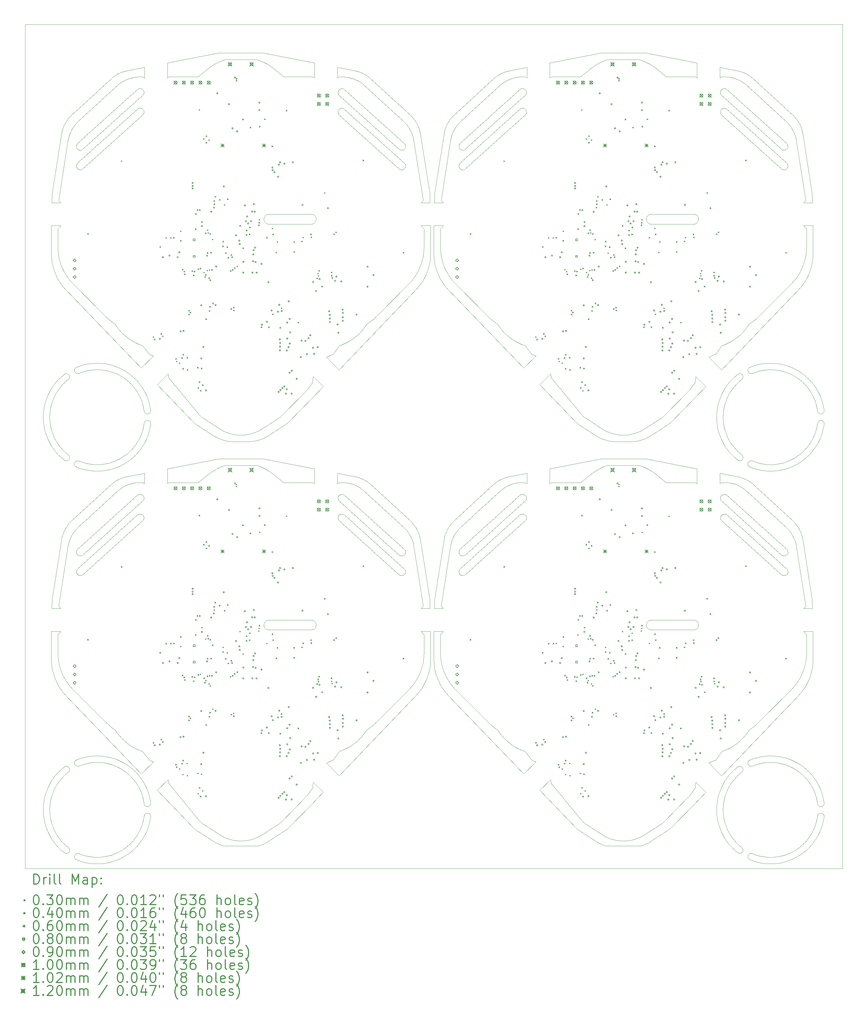
<source format=gbr>
%FSLAX45Y45*%
G04 Gerber Fmt 4.5, Leading zero omitted, Abs format (unit mm)*
G04 Created by KiCad (PCBNEW 4.0.7-e2-6376~58~ubuntu16.04.1) date Sat Nov  3 10:32:04 2018*
%MOMM*%
%LPD*%
G01*
G04 APERTURE LIST*
%ADD10C,0.127000*%
%ADD11C,0.100000*%
%ADD12C,0.200000*%
%ADD13C,0.300000*%
G04 APERTURE END LIST*
D10*
D11*
X13173565Y1854420D02*
X13175531Y1816930D01*
X13160110Y1889470D02*
X13173565Y1854420D01*
X13136483Y1918650D02*
X13160110Y1889470D01*
X11308350Y3564700D02*
X13136483Y1918650D01*
X11276860Y3585200D02*
X11308350Y3564700D01*
X11240590Y3594900D02*
X11276860Y3585200D01*
X11203100Y3592900D02*
X11240590Y3594900D01*
X11168050Y3579500D02*
X11203100Y3592900D01*
X11138870Y3555800D02*
X11168050Y3579500D01*
X11118430Y3524300D02*
X11138870Y3555800D01*
X11108710Y3488100D02*
X11118430Y3524300D01*
X11110670Y3450600D02*
X11108710Y3488100D01*
X11124130Y3415500D02*
X11110670Y3450600D01*
X20827180Y4813300D02*
X20736830Y4879000D01*
X23449410Y-16704890D02*
X23371880Y-16769900D01*
X23471210Y-16689050D02*
X23449410Y-16704890D01*
X23469720Y-16686460D02*
X23471210Y-16689050D01*
X23471630Y-16684630D02*
X23469720Y-16686460D01*
X23476300Y-16679440D02*
X23471630Y-16684630D01*
X23480590Y-16673940D02*
X23476300Y-16679440D01*
X23484500Y-16668150D02*
X23480590Y-16673940D01*
X23487990Y-16662110D02*
X23484500Y-16668150D01*
X23491050Y-16655840D02*
X23487990Y-16662110D01*
X23493660Y-16649360D02*
X23491050Y-16655840D01*
X23495820Y-16642730D02*
X23493660Y-16649360D01*
X23497500Y-16635950D02*
X23495820Y-16642730D01*
X23498720Y-16629080D02*
X23497500Y-16635950D01*
X23499450Y-16622140D02*
X23498720Y-16629080D01*
X23499690Y-16615160D02*
X23499450Y-16622140D01*
X23499450Y-16608190D02*
X23499690Y-16615160D01*
X23498720Y-16601250D02*
X23499450Y-16608190D01*
X23497510Y-16594370D02*
X23498720Y-16601250D01*
X23495820Y-16587600D02*
X23497510Y-16594370D01*
X23493660Y-16580960D02*
X23495820Y-16587600D01*
X23491040Y-16574490D02*
X23493660Y-16580960D01*
X23487990Y-16568220D02*
X23491040Y-16574490D01*
X23484500Y-16562170D02*
X23487990Y-16568220D01*
X23480590Y-16556390D02*
X23484500Y-16562170D01*
X23476300Y-16550890D02*
X23480590Y-16556390D01*
X23471630Y-16545700D02*
X23476300Y-16550890D01*
X23466600Y-16540850D02*
X23471630Y-16545700D01*
X23461260Y-16536360D02*
X23466600Y-16540850D01*
X23455610Y-16532260D02*
X23461260Y-16536360D01*
X23449690Y-16528560D02*
X23455610Y-16532260D01*
X23443530Y-16525290D02*
X23449690Y-16528560D01*
X23437150Y-16522450D02*
X23443530Y-16525290D01*
X23430590Y-16520060D02*
X23437150Y-16522450D01*
X23423880Y-16518130D02*
X23430590Y-16520060D01*
X23417060Y-16516680D02*
X23423880Y-16518130D01*
X23410150Y-16515710D02*
X23417060Y-16516680D01*
X23403180Y-16515220D02*
X23410150Y-16515710D01*
X23396200Y-16515220D02*
X23403180Y-16515220D01*
X23389240Y-16515710D02*
X23396200Y-16515220D01*
X23382330Y-16516680D02*
X23389240Y-16515710D01*
X23375500Y-16518130D02*
X23382330Y-16516680D01*
X23372960Y-16518860D02*
X23375500Y-16518130D01*
X23370720Y-16514990D02*
X23372960Y-16518860D01*
X23326280Y-16547280D02*
X23370720Y-16514990D01*
X23238060Y-16621310D02*
X23326280Y-16547280D01*
X23155210Y-16701310D02*
X23238060Y-16621310D01*
X23078150Y-16786900D02*
X23155210Y-16701310D01*
X23007240Y-16877700D02*
X23078150Y-16786900D01*
X22942840Y-16973100D02*
X23007240Y-16877700D01*
X22885260Y-17072900D02*
X22942840Y-16973100D01*
X22834770Y-17176400D02*
X22885260Y-17072900D01*
X22791630Y-17283200D02*
X22834770Y-17176400D01*
X22756040Y-17392700D02*
X22791630Y-17283200D01*
X22728180Y-17504400D02*
X22756040Y-17392700D01*
X22708180Y-17617900D02*
X22728180Y-17504400D01*
X22696140Y-17732400D02*
X22708180Y-17617900D01*
X22692120Y-17847500D02*
X22696140Y-17732400D01*
X22696140Y-17962600D02*
X22692120Y-17847500D01*
X22708180Y-18077100D02*
X22696140Y-17962600D01*
X22728180Y-18190600D02*
X22708180Y-18077100D01*
X22756040Y-18302300D02*
X22728180Y-18190600D01*
X22791630Y-18411800D02*
X22756040Y-18302300D01*
X22834770Y-18518600D02*
X22791630Y-18411800D01*
X22885260Y-18622100D02*
X22834770Y-18518600D01*
X22942840Y-18721900D02*
X22885260Y-18622100D01*
X23007240Y-18817300D02*
X22942840Y-18721900D01*
X23078150Y-18908100D02*
X23007240Y-18817300D01*
X23155210Y-18993700D02*
X23078150Y-18908100D01*
X23238060Y-19073700D02*
X23155210Y-18993700D01*
X23326280Y-19147700D02*
X23238060Y-19073700D01*
X5284060Y-17747400D02*
X5277080Y-17747400D01*
X5291020Y-17747000D02*
X5284060Y-17747400D01*
X5297930Y-17746000D02*
X5291020Y-17747000D01*
X5304760Y-17744500D02*
X5297930Y-17746000D01*
X5311470Y-17742600D02*
X5304760Y-17744500D01*
X5318030Y-17740200D02*
X5311470Y-17742600D01*
X5324410Y-17737400D02*
X5318030Y-17740200D01*
X5330570Y-17734100D02*
X5324410Y-17737400D01*
X5336490Y-17730400D02*
X5330570Y-17734100D01*
X5342140Y-17726300D02*
X5336490Y-17730400D01*
X5347480Y-17721800D02*
X5342140Y-17726300D01*
X5352500Y-17717000D02*
X5347480Y-17721800D01*
X5357170Y-17711800D02*
X5352500Y-17717000D01*
X5361470Y-17706300D02*
X5357170Y-17711800D01*
X5365370Y-17700500D02*
X5361470Y-17706300D01*
X5368860Y-17694400D02*
X5365370Y-17700500D01*
X5371920Y-17688200D02*
X5368860Y-17694400D01*
X5374540Y-17681700D02*
X5371920Y-17688200D01*
X5376690Y-17675100D02*
X5374540Y-17681700D01*
X5377330Y-17672500D02*
X5376690Y-17675100D01*
X5381800Y-17672500D02*
X5377330Y-17672500D01*
X5376060Y-17617900D02*
X5381800Y-17672500D01*
X5356060Y-17504400D02*
X5376060Y-17617900D01*
X5328200Y-17392700D02*
X5356060Y-17504400D01*
X5292610Y-17283200D02*
X5328200Y-17392700D01*
X5249470Y-17176400D02*
X5292610Y-17283200D01*
X5198980Y-17072900D02*
X5249470Y-17176400D01*
X5141400Y-16973100D02*
X5198980Y-17072900D01*
X5077000Y-16877700D02*
X5141400Y-16973100D01*
X5006090Y-16786900D02*
X5077000Y-16877700D01*
X4929030Y-16701310D02*
X5006090Y-16786900D01*
X4846180Y-16621310D02*
X4929030Y-16701310D01*
X4757960Y-16547280D02*
X4846180Y-16621310D01*
X4664790Y-16479590D02*
X4757960Y-16547280D01*
X4567120Y-16418560D02*
X4664790Y-16479590D01*
X4465430Y-16364490D02*
X4567120Y-16418560D01*
X4360220Y-16317650D02*
X4465430Y-16364490D01*
X4252000Y-16278260D02*
X4360220Y-16317650D01*
X4141290Y-16246510D02*
X4252000Y-16278260D01*
X4028620Y-16222570D02*
X4141290Y-16246510D01*
X3914620Y-16206540D02*
X4028620Y-16222570D01*
X3799720Y-16198510D02*
X3914620Y-16206540D01*
X3684520Y-16198510D02*
X3799720Y-16198510D01*
X3569620Y-16206540D02*
X3684520Y-16198510D01*
X3455620Y-16222570D02*
X3569620Y-16206540D01*
X3342920Y-16246510D02*
X3455620Y-16222570D01*
X3232220Y-16278260D02*
X3342920Y-16246510D01*
X3124020Y-16317650D02*
X3232220Y-16278260D01*
X3073820Y-16339990D02*
X3124020Y-16317650D01*
X3076020Y-16343860D02*
X3073820Y-16339990D01*
X3074120Y-16345700D02*
X3076020Y-16343860D01*
X3069520Y-16350890D02*
X3074120Y-16345700D01*
X3065220Y-16356390D02*
X3069520Y-16350890D01*
X3061320Y-16362170D02*
X3065220Y-16356390D01*
X3057820Y-16368220D02*
X3061320Y-16362170D01*
X3054720Y-16374490D02*
X3057820Y-16368220D01*
X3052120Y-16380960D02*
X3054720Y-16374490D01*
X3050020Y-16387600D02*
X3052120Y-16380960D01*
X3048320Y-16394370D02*
X3050020Y-16387600D01*
X3047120Y-16401250D02*
X3048320Y-16394370D01*
X3046320Y-16408190D02*
X3047120Y-16401250D01*
X3046120Y-16415170D02*
X3046320Y-16408190D01*
X3046320Y-16422140D02*
X3046120Y-16415170D01*
X3047120Y-16429080D02*
X3046320Y-16422140D01*
X3048320Y-16435960D02*
X3047120Y-16429080D01*
X3050020Y-16442730D02*
X3048320Y-16435960D01*
X3052120Y-16449370D02*
X3050020Y-16442730D01*
X3054720Y-16455840D02*
X3052120Y-16449370D01*
X3057820Y-16462110D02*
X3054720Y-16455840D01*
X3061320Y-16468160D02*
X3057820Y-16462110D01*
X3065220Y-16473940D02*
X3061320Y-16468160D01*
X3069520Y-16479440D02*
X3065220Y-16473940D01*
X3074120Y-16484630D02*
X3069520Y-16479440D01*
X3079220Y-16489480D02*
X3074120Y-16484630D01*
X3084520Y-16493960D02*
X3079220Y-16489480D01*
X3090220Y-16498070D02*
X3084520Y-16493960D01*
X3096120Y-16501770D02*
X3090220Y-16498070D01*
X3102220Y-16505040D02*
X3096120Y-16501770D01*
X3108620Y-16507880D02*
X3102220Y-16505040D01*
X3115220Y-16510270D02*
X3108620Y-16507880D01*
X3121920Y-16512190D02*
X3115220Y-16510270D01*
X3128720Y-16513640D02*
X3121920Y-16512190D01*
X3135620Y-16514620D02*
X3128720Y-16513640D01*
X3142620Y-16515100D02*
X3135620Y-16514620D01*
X3149620Y-16515100D02*
X3142620Y-16515100D01*
X3156520Y-16514620D02*
X3149620Y-16515100D01*
X3163420Y-16513650D02*
X3156520Y-16514620D01*
X3170320Y-16512190D02*
X3163420Y-16513650D01*
X3172820Y-16511460D02*
X3170320Y-16512190D01*
X3174320Y-16514050D02*
X3172820Y-16511460D01*
X3198920Y-16503080D02*
X3174320Y-16514050D01*
X3294020Y-16468470D02*
X3198920Y-16503080D01*
X3391320Y-16440570D02*
X3294020Y-16468470D01*
X3490320Y-16419530D02*
X3391320Y-16440570D01*
X3590520Y-16405440D02*
X3490320Y-16419530D01*
X3691520Y-16398380D02*
X3590520Y-16405440D01*
X3792720Y-16398380D02*
X3691520Y-16398380D01*
X3893720Y-16405440D02*
X3792720Y-16398380D01*
X3993920Y-16419530D02*
X3893720Y-16405440D01*
X4092910Y-16440570D02*
X3993920Y-16419530D01*
X4190190Y-16468470D02*
X4092910Y-16440570D01*
X4285300Y-16503080D02*
X4190190Y-16468470D01*
X4377760Y-16544250D02*
X4285300Y-16503080D01*
X4467120Y-16591760D02*
X4377760Y-16544250D01*
X4552950Y-16645400D02*
X4467120Y-16591760D01*
X4634830Y-16704890D02*
X4552950Y-16645400D01*
X4712360Y-16769900D02*
X4634830Y-16704890D01*
X4785160Y-16840200D02*
X4712360Y-16769900D01*
X4852880Y-16915500D02*
X4785160Y-16840200D01*
X4915190Y-16995200D02*
X4852880Y-16915500D01*
X4971790Y-17079100D02*
X4915190Y-16995200D01*
X5022390Y-17166800D02*
X4971790Y-17079100D01*
X5066760Y-17257700D02*
X5022390Y-17166800D01*
X5104670Y-17351600D02*
X5066760Y-17257700D01*
X5135950Y-17447800D02*
X5104670Y-17351600D01*
X5160430Y-17546000D02*
X5135950Y-17447800D01*
X5178010Y-17645700D02*
X5160430Y-17546000D01*
X5180830Y-17672500D02*
X5178010Y-17645700D01*
X5183810Y-17672500D02*
X5180830Y-17672500D01*
X5184440Y-17675100D02*
X5183810Y-17672500D01*
X5186600Y-17681700D02*
X5184440Y-17675100D01*
X5189220Y-17688200D02*
X5186600Y-17681700D01*
X5192280Y-17694400D02*
X5189220Y-17688200D01*
X5195770Y-17700500D02*
X5192280Y-17694400D01*
X5199670Y-17706300D02*
X5195770Y-17700500D01*
X5203970Y-17711800D02*
X5199670Y-17706300D01*
X5208640Y-17717000D02*
X5203970Y-17711800D01*
X5213660Y-17721800D02*
X5208640Y-17717000D01*
X5219000Y-17726300D02*
X5213660Y-17721800D01*
X5224650Y-17730400D02*
X5219000Y-17726300D01*
X5230570Y-17734100D02*
X5224650Y-17730400D01*
X5236730Y-17737400D02*
X5230570Y-17734100D01*
X5243110Y-17740200D02*
X5236730Y-17737400D01*
X5249670Y-17742600D02*
X5243110Y-17740200D01*
X5256380Y-17744500D02*
X5249670Y-17742600D01*
X5263210Y-17746000D02*
X5256380Y-17744500D01*
X5270120Y-17747000D02*
X5263210Y-17746000D01*
X5277080Y-17747400D02*
X5270120Y-17747000D01*
X25884020Y-17747400D02*
X25877120Y-17747400D01*
X25891020Y-17747000D02*
X25884020Y-17747400D01*
X25897920Y-17746000D02*
X25891020Y-17747000D01*
X25904720Y-17744500D02*
X25897920Y-17746000D01*
X25911520Y-17742600D02*
X25904720Y-17744500D01*
X25918020Y-17740200D02*
X25911520Y-17742600D01*
X25924420Y-17737400D02*
X25918020Y-17740200D01*
X25930520Y-17734100D02*
X25924420Y-17737400D01*
X25936520Y-17730400D02*
X25930520Y-17734100D01*
X25942120Y-17726300D02*
X25936520Y-17730400D01*
X25947520Y-17721800D02*
X25942120Y-17726300D01*
X25952520Y-17717000D02*
X25947520Y-17721800D01*
X25957220Y-17711800D02*
X25952520Y-17717000D01*
X25961520Y-17706300D02*
X25957220Y-17711800D01*
X25965420Y-17700500D02*
X25961520Y-17706300D01*
X25968820Y-17694400D02*
X25965420Y-17700500D01*
X25971920Y-17688200D02*
X25968820Y-17694400D01*
X25974520Y-17681700D02*
X25971920Y-17688200D01*
X25976720Y-17675100D02*
X25974520Y-17681700D01*
X25977320Y-17672500D02*
X25976720Y-17675100D01*
X25981820Y-17672500D02*
X25977320Y-17672500D01*
X25976020Y-17617900D02*
X25981820Y-17672500D01*
X25956020Y-17504400D02*
X25976020Y-17617900D01*
X25928220Y-17392700D02*
X25956020Y-17504400D01*
X25892620Y-17283200D02*
X25928220Y-17392700D01*
X25849420Y-17176400D02*
X25892620Y-17283200D01*
X25799020Y-17072900D02*
X25849420Y-17176400D01*
X25741420Y-16973100D02*
X25799020Y-17072900D01*
X25677020Y-16877700D02*
X25741420Y-16973100D01*
X25606120Y-16786900D02*
X25677020Y-16877700D01*
X25529020Y-16701310D02*
X25606120Y-16786900D01*
X25446220Y-16621310D02*
X25529020Y-16701310D01*
X25357920Y-16547280D02*
X25446220Y-16621310D01*
X25264820Y-16479590D02*
X25357920Y-16547280D01*
X25167120Y-16418560D02*
X25264820Y-16479590D01*
X25065420Y-16364490D02*
X25167120Y-16418560D01*
X24960220Y-16317650D02*
X25065420Y-16364490D01*
X24852020Y-16278260D02*
X24960220Y-16317650D01*
X24741320Y-16246510D02*
X24852020Y-16278260D01*
X24628620Y-16222570D02*
X24741320Y-16246510D01*
X24514620Y-16206540D02*
X24628620Y-16222570D01*
X24399720Y-16198510D02*
X24514620Y-16206540D01*
X24284520Y-16198510D02*
X24399720Y-16198510D01*
X24169620Y-16206540D02*
X24284520Y-16198510D01*
X24055620Y-16222570D02*
X24169620Y-16206540D01*
X23942950Y-16246510D02*
X24055620Y-16222570D01*
X23832240Y-16278260D02*
X23942950Y-16246510D01*
X23724020Y-16317650D02*
X23832240Y-16278260D01*
X23673830Y-16339990D02*
X23724020Y-16317650D01*
X23676070Y-16343860D02*
X23673830Y-16339990D01*
X23674170Y-16345700D02*
X23676070Y-16343860D01*
X23669500Y-16350890D02*
X23674170Y-16345700D01*
X23665200Y-16356390D02*
X23669500Y-16350890D01*
X23661300Y-16362170D02*
X23665200Y-16356390D01*
X23657810Y-16368220D02*
X23661300Y-16362170D01*
X23654750Y-16374490D02*
X23657810Y-16368220D01*
X23652130Y-16380960D02*
X23654750Y-16374490D01*
X23649970Y-16387600D02*
X23652130Y-16380960D01*
X23648290Y-16394370D02*
X23649970Y-16387600D01*
X23647070Y-16401250D02*
X23648290Y-16394370D01*
X23646350Y-16408190D02*
X23647070Y-16401250D01*
X23646100Y-16415170D02*
X23646350Y-16408190D01*
X23646340Y-16422140D02*
X23646100Y-16415170D01*
X23647070Y-16429080D02*
X23646340Y-16422140D01*
X23648290Y-16435960D02*
X23647070Y-16429080D01*
X23649970Y-16442730D02*
X23648290Y-16435960D01*
X23652130Y-16449370D02*
X23649970Y-16442730D01*
X23654750Y-16455840D02*
X23652130Y-16449370D01*
X23657800Y-16462110D02*
X23654750Y-16455840D01*
X23661290Y-16468160D02*
X23657800Y-16462110D01*
X23665200Y-16473940D02*
X23661290Y-16468160D01*
X23669500Y-16479440D02*
X23665200Y-16473940D01*
X23674170Y-16484630D02*
X23669500Y-16479440D01*
X23679190Y-16489480D02*
X23674170Y-16484630D01*
X23684530Y-16493960D02*
X23679190Y-16489480D01*
X23690180Y-16498070D02*
X23684530Y-16493960D01*
X23696100Y-16501770D02*
X23690180Y-16498070D01*
X23702260Y-16505040D02*
X23696100Y-16501770D01*
X23708640Y-16507880D02*
X23702260Y-16505040D01*
X23715200Y-16510270D02*
X23708640Y-16507880D01*
X23721910Y-16512190D02*
X23715200Y-16510270D01*
X23728730Y-16513640D02*
X23721910Y-16512190D01*
X23735650Y-16514620D02*
X23728730Y-16513640D01*
X23742610Y-16515100D02*
X23735650Y-16514620D01*
X23749590Y-16515100D02*
X23742610Y-16515100D01*
X23756550Y-16514620D02*
X23749590Y-16515100D01*
X23763470Y-16513650D02*
X23756550Y-16514620D01*
X23770290Y-16512190D02*
X23763470Y-16513650D01*
X23772830Y-16511460D02*
X23770290Y-16512190D01*
X23774320Y-16514050D02*
X23772830Y-16511460D01*
X23798940Y-16503080D02*
X23774320Y-16514050D01*
X23894050Y-16468470D02*
X23798940Y-16503080D01*
X23991330Y-16440570D02*
X23894050Y-16468470D01*
X24090320Y-16419530D02*
X23991330Y-16440570D01*
X24190520Y-16405440D02*
X24090320Y-16419530D01*
X24291520Y-16398380D02*
X24190520Y-16405440D01*
X24392720Y-16398380D02*
X24291520Y-16398380D01*
X24493720Y-16405440D02*
X24392720Y-16398380D01*
X24593920Y-16419530D02*
X24493720Y-16405440D01*
X24692920Y-16440570D02*
X24593920Y-16419530D01*
X24790220Y-16468470D02*
X24692920Y-16440570D01*
X24885320Y-16503080D02*
X24790220Y-16468470D01*
X24977720Y-16544250D02*
X24885320Y-16503080D01*
X25067120Y-16591760D02*
X24977720Y-16544250D01*
X25152920Y-16645400D02*
X25067120Y-16591760D01*
X25234820Y-16704890D02*
X25152920Y-16645400D01*
X25312320Y-16769900D02*
X25234820Y-16704890D01*
X25385120Y-16840200D02*
X25312320Y-16769900D01*
X25452920Y-16915500D02*
X25385120Y-16840200D01*
X25515220Y-16995200D02*
X25452920Y-16915500D01*
X25571820Y-17079100D02*
X25515220Y-16995200D01*
X25622420Y-17166800D02*
X25571820Y-17079100D01*
X25666720Y-17257700D02*
X25622420Y-17166800D01*
X25704720Y-17351600D02*
X25666720Y-17257700D01*
X25735920Y-17447800D02*
X25704720Y-17351600D01*
X25760420Y-17546000D02*
X25735920Y-17447800D01*
X25778020Y-17645700D02*
X25760420Y-17546000D01*
X25780820Y-17672500D02*
X25778020Y-17645700D01*
X25783820Y-17672500D02*
X25780820Y-17672500D01*
X25784420Y-17675100D02*
X25783820Y-17672500D01*
X25786620Y-17681700D02*
X25784420Y-17675100D01*
X25789220Y-17688200D02*
X25786620Y-17681700D01*
X25792320Y-17694400D02*
X25789220Y-17688200D01*
X25795720Y-17700500D02*
X25792320Y-17694400D01*
X25799620Y-17706300D02*
X25795720Y-17700500D01*
X25803920Y-17711800D02*
X25799620Y-17706300D01*
X25808620Y-17717000D02*
X25803920Y-17711800D01*
X25813620Y-17721800D02*
X25808620Y-17717000D01*
X25819020Y-17726300D02*
X25813620Y-17721800D01*
X25824620Y-17730400D02*
X25819020Y-17726300D01*
X25830620Y-17734100D02*
X25824620Y-17730400D01*
X25836720Y-17737400D02*
X25830620Y-17734100D01*
X25843120Y-17740200D02*
X25836720Y-17737400D01*
X25849620Y-17742600D02*
X25843120Y-17740200D01*
X25856420Y-17744500D02*
X25849620Y-17742600D01*
X25863220Y-17746000D02*
X25856420Y-17744500D01*
X25870120Y-17747000D02*
X25863220Y-17746000D01*
X25877120Y-17747400D02*
X25870120Y-17747000D01*
X22845300Y-16805700D02*
X22457180Y-16417590D01*
X25193020Y-14358950D02*
X22845300Y-16805700D01*
X25267820Y-14275960D02*
X25193020Y-14358950D01*
X25336520Y-14187960D02*
X25267820Y-14275960D01*
X25399020Y-14095370D02*
X25336520Y-14187960D01*
X25454820Y-13998650D02*
X25399020Y-14095370D01*
X25503820Y-13898280D02*
X25454820Y-13998650D01*
X25545620Y-13794730D02*
X25503820Y-13898280D01*
X25580120Y-13688520D02*
X25545620Y-13794730D01*
X25607120Y-13580160D02*
X25580120Y-13688520D01*
X25626520Y-13470180D02*
X25607120Y-13580160D01*
X25638220Y-13359110D02*
X25626520Y-13470180D01*
X25642120Y-13247500D02*
X25638220Y-13359110D01*
X25642120Y-12397500D02*
X25642120Y-13247500D01*
X25354920Y-12397500D02*
X25642120Y-12397500D01*
X25356720Y-12400170D02*
X25354920Y-12397500D01*
X25382520Y-12433170D02*
X25356720Y-12400170D01*
X25410520Y-12464290D02*
X25382520Y-12433170D01*
X25440620Y-12493390D02*
X25410520Y-12464290D01*
X25442120Y-12494630D02*
X25440620Y-12493390D01*
X25442120Y-13047500D02*
X25442120Y-12494630D01*
X25438220Y-13159110D02*
X25442120Y-13047500D01*
X25426520Y-13270180D02*
X25438220Y-13159110D01*
X25407120Y-13380160D02*
X25426520Y-13270180D01*
X25380120Y-13488520D02*
X25407120Y-13380160D01*
X25345620Y-13594730D02*
X25380120Y-13488520D01*
X25303820Y-13698280D02*
X25345620Y-13594730D01*
X25254820Y-13798650D02*
X25303820Y-13698280D01*
X25199020Y-13895370D02*
X25254820Y-13798650D01*
X25136520Y-13987960D02*
X25199020Y-13895370D01*
X25067820Y-14075960D02*
X25136520Y-13987960D01*
X24993020Y-14158950D02*
X25067820Y-14075960D01*
X23993060Y-15158950D02*
X24993020Y-14158950D01*
X23912730Y-15236530D02*
X23993060Y-15158950D01*
X23827180Y-15308320D02*
X23912730Y-15236530D01*
X19242750Y5036000D02*
X19140730Y4990600D01*
X4800200Y4522800D02*
X4733100Y4503600D01*
X7247410Y4879000D02*
X7157060Y4813300D01*
X11911250Y4295600D02*
X11857780Y4340500D01*
X2928620Y2859240D02*
X2902420Y2794520D01*
X10346270Y4551900D02*
X9453960Y4551900D01*
X4467510Y4679700D02*
X4533100Y4703600D01*
X16233100Y4703600D02*
X16300200Y4722800D01*
X16167510Y4679700D02*
X16233100Y4703600D01*
X3203120Y2312090D02*
X3168020Y2325550D01*
X14940596Y2310130D02*
X14903103Y2312090D01*
X14976861Y2319840D02*
X14940596Y2310130D01*
X15008348Y2340290D02*
X14976861Y2319840D01*
X16836480Y3986400D02*
X15008348Y2340290D01*
X16860110Y4015500D02*
X16836480Y3986400D01*
X16873570Y4050600D02*
X16860110Y4015500D01*
X15982930Y4581500D02*
X16042120Y4618500D01*
X15926460Y4540500D02*
X15982930Y4581500D01*
X2876120Y3295300D02*
X2922820Y3347200D01*
X24861420Y3147160D02*
X24811220Y3195650D01*
X24908120Y3095290D02*
X24861420Y3147160D01*
X24951120Y3040290D02*
X24908120Y3095290D01*
X24990120Y2982420D02*
X24951120Y3040290D01*
X23501310Y4381500D02*
X23442120Y4418500D01*
X23557780Y4340500D02*
X23501310Y4381500D01*
X23611250Y4295600D02*
X23557780Y4340500D01*
X24811220Y3195650D02*
X23611250Y4295600D01*
X23251140Y4503600D02*
X23184040Y4522800D01*
X23316730Y4479700D02*
X23251140Y4503600D01*
X23380490Y4451300D02*
X23316730Y4479700D01*
X23442120Y4418500D02*
X23380490Y4451300D01*
X2794120Y3182420D02*
X2833120Y3240290D01*
X16103750Y4651300D02*
X16167510Y4679700D01*
X16042120Y4618500D02*
X16103750Y4651300D01*
X4533100Y4703600D02*
X4600200Y4722800D01*
X13710516Y769300D02*
X13718860Y777350D01*
X13718860Y777350D02*
X13432388Y2591670D01*
X13111250Y3195650D02*
X11911250Y4295600D01*
X5892120Y4515600D02*
X5892120Y4974200D01*
X13367790Y-1675960D02*
X13436546Y-1587960D01*
X13293063Y-1758950D02*
X13367790Y-1675960D01*
X12293060Y-2758950D02*
X13293063Y-1758950D01*
X12212730Y-2836530D02*
X12293060Y-2758950D01*
X12127180Y-2908320D02*
X12212730Y-2836530D01*
X12036830Y-2973960D02*
X12127180Y-2908320D01*
X11996400Y-2999220D02*
X12036830Y-2973960D01*
X11936550Y-3087960D02*
X11996400Y-2999220D01*
X11867790Y-3175960D02*
X11936550Y-3087960D01*
X11793060Y-3258950D02*
X11867790Y-3175960D01*
X11712730Y-3336530D02*
X11793060Y-3258950D01*
X11627180Y-3408320D02*
X11712730Y-3336530D01*
X11536830Y-3473960D02*
X11627180Y-3408320D01*
X11442120Y-3533140D02*
X11536830Y-3473960D01*
X11343510Y-3585570D02*
X11442120Y-3533140D01*
X11241490Y-3630990D02*
X11343510Y-3585570D01*
X11153320Y-3663080D02*
X11241490Y-3630990D01*
X11136550Y-3687960D02*
X11153320Y-3663080D01*
X10959440Y-3930500D02*
X11136550Y-3687960D01*
X10929460Y-3939100D02*
X10959440Y-3930500D01*
X10873700Y-3959390D02*
X10929460Y-3939100D01*
X10819500Y-3983520D02*
X10873700Y-3959390D01*
X10767120Y-4011380D02*
X10819500Y-3983520D01*
X10757180Y-4017590D02*
X10767120Y-4011380D01*
X22845300Y-4405700D02*
X22457180Y-4017590D01*
X25193020Y-1958950D02*
X22845300Y-4405700D01*
X25267820Y-1875960D02*
X25193020Y-1958950D01*
X25336520Y-1787960D02*
X25267820Y-1875960D01*
X25399020Y-1695370D02*
X25336520Y-1787960D01*
X25454820Y-1598650D02*
X25399020Y-1695370D01*
X25503820Y-1498280D02*
X25454820Y-1598650D01*
X25545620Y-1394730D02*
X25503820Y-1498280D01*
X25580120Y-1288520D02*
X25545620Y-1394730D01*
X25607120Y-1180160D02*
X25580120Y-1288520D01*
X23811250Y4495600D02*
X25011220Y3395600D01*
X23757780Y4540500D02*
X23811250Y4495600D01*
X23701310Y4581500D02*
X23757780Y4540500D01*
X23642120Y4618500D02*
X23701310Y4581500D01*
X23580490Y4651300D02*
X23642120Y4618500D01*
X15872990Y4495600D02*
X15926460Y4540500D01*
X14672990Y3395600D02*
X15872990Y4495600D01*
X14808709Y1816930D02*
X14810675Y1854420D01*
X14818428Y1780660D02*
X14808709Y1816930D01*
X14838876Y1749180D02*
X14818428Y1780660D01*
X14868052Y1725550D02*
X14838876Y1749180D01*
X14903103Y1712090D02*
X14868052Y1725550D01*
X13043644Y2310130D02*
X13007380Y2319840D01*
X13081137Y2312090D02*
X13043644Y2310130D01*
X13116188Y2325550D02*
X13081137Y2312090D01*
X13145364Y2349180D02*
X13116188Y2325550D01*
X13311250Y3395600D02*
X13361459Y3347200D01*
X12111250Y4495600D02*
X13311250Y3395600D01*
X26542120Y6152500D02*
X1542120Y6152500D01*
X1542120Y6152500D02*
X1542120Y-19647500D01*
X13208163Y3095290D02*
X13161459Y3147160D01*
X19140730Y4990600D02*
X19042120Y4938100D01*
X9127180Y4813300D02*
X9036830Y4879000D01*
X2728620Y3059240D02*
X2759220Y3121970D01*
X7542750Y5036000D02*
X7440730Y4990600D01*
X21153960Y4551900D02*
X20827180Y4813300D01*
X4403750Y4651300D02*
X4467510Y4679700D01*
X3168020Y1725550D02*
X3138920Y1749180D01*
X3203120Y1712090D02*
X3168020Y1725550D01*
X14940596Y1710130D02*
X14903103Y1712090D01*
X14976861Y1719840D02*
X14940596Y1710130D01*
X15008348Y1740290D02*
X14976861Y1719840D01*
X16836480Y3386400D02*
X15008348Y1740290D01*
X16860110Y3415500D02*
X16836480Y3386400D01*
X16873570Y3450600D02*
X16860110Y3415500D01*
X16875530Y3488100D02*
X16873570Y3450600D01*
X16865810Y3524300D02*
X16875530Y3488100D01*
X16637590Y4547000D02*
X16568470Y4537300D01*
X16707220Y4551900D02*
X16637590Y4547000D01*
X16846270Y4551900D02*
X16707220Y4551900D01*
X16872720Y4529700D02*
X16846270Y4551900D01*
X13420266Y2660410D02*
X13403381Y2728140D01*
X11203100Y4192900D02*
X11240590Y4194900D01*
X11168050Y4179500D02*
X11203100Y4192900D01*
X11138870Y4155800D02*
X11168050Y4179500D01*
X11118430Y4124300D02*
X11138870Y4155800D01*
X11108710Y4088100D02*
X11118430Y4124300D01*
X11110670Y4050600D02*
X11108710Y4088100D01*
X11124130Y4015500D02*
X11110670Y4050600D01*
X11147760Y3986400D02*
X11124130Y4015500D01*
X13682493Y738170D02*
X13710516Y769300D01*
X2565420Y777350D02*
X2573720Y769300D01*
X5145370Y-8244170D02*
X5165810Y-8275660D01*
X5116190Y-8220550D02*
X5145370Y-8244170D01*
X5081140Y-8207090D02*
X5116190Y-8220550D01*
X5043650Y-8205130D02*
X5081140Y-8207090D01*
X5007380Y-8214840D02*
X5043650Y-8205130D01*
X4975890Y-8235290D02*
X5007380Y-8214840D01*
X3147720Y-9881350D02*
X4975890Y-8235290D01*
X3124120Y-9910530D02*
X3147720Y-9881350D01*
X3110720Y-9945580D02*
X3124120Y-9910530D01*
X3108720Y-9983070D02*
X3110720Y-9945580D01*
X3118420Y-10019340D02*
X3108720Y-9983070D01*
X3138920Y-10050820D02*
X3118420Y-10019340D01*
X3168020Y-10074450D02*
X3138920Y-10050820D01*
X3203120Y-10087910D02*
X3168020Y-10074450D01*
X13043644Y-10089870D02*
X13007380Y-10080160D01*
X13081137Y-10087910D02*
X13043644Y-10089870D01*
X13116188Y-10074450D02*
X13081137Y-10087910D01*
X13145364Y-10050820D02*
X13116188Y-10074450D01*
X13165812Y-10019340D02*
X13145364Y-10050820D01*
X13175531Y-9983070D02*
X13165812Y-10019340D01*
X13173565Y-9945580D02*
X13175531Y-9983070D01*
X13160110Y-9910530D02*
X13173565Y-9945580D01*
X13136483Y-9881350D02*
X13160110Y-9910530D01*
X11308350Y-8235290D02*
X13136483Y-9881350D01*
X11276860Y-8214840D02*
X11308350Y-8235290D01*
X11240590Y-8205130D02*
X11276860Y-8214840D01*
X11203100Y-8207090D02*
X11240590Y-8205130D01*
X11168050Y-8220550D02*
X11203100Y-8207090D01*
X11138870Y-8244170D02*
X11168050Y-8220550D01*
X11118430Y-8275660D02*
X11138870Y-8244170D01*
X11108710Y-8311930D02*
X11118430Y-8275660D01*
X11110670Y-8349420D02*
X11108710Y-8311930D01*
X11124130Y-8384470D02*
X11110670Y-8349420D01*
X11147760Y-8413650D02*
X11124130Y-8384470D01*
X12975890Y-10059710D02*
X11147760Y-8413650D01*
X13007380Y-10080160D02*
X12975890Y-10059710D01*
X2629320Y-11697500D02*
X2358020Y-11697500D01*
X2627520Y-11694830D02*
X2629320Y-11697500D01*
X2601720Y-11661830D02*
X2627520Y-11694830D01*
X2573720Y-11630700D02*
X2601720Y-11661830D01*
X2565420Y-11622650D02*
X2573720Y-11630700D01*
X2851820Y-9808330D02*
X2565420Y-11622650D01*
X2864020Y-9739590D02*
X2851820Y-9808330D01*
X2880820Y-9671860D02*
X2864020Y-9739590D01*
X2902420Y-9605480D02*
X2880820Y-9671860D01*
X2928620Y-9540760D02*
X2902420Y-9605480D01*
X2959220Y-9478030D02*
X2928620Y-9540760D01*
X2994120Y-9417580D02*
X2959220Y-9478030D01*
X3033120Y-9359710D02*
X2994120Y-9417580D01*
X3076120Y-9304710D02*
X3033120Y-9359710D01*
X3122820Y-9252840D02*
X3076120Y-9304710D01*
X3173020Y-9204350D02*
X3122820Y-9252840D01*
X4372990Y-8104350D02*
X3173020Y-9204350D01*
X4426460Y-8059490D02*
X4372990Y-8104350D01*
X4482930Y-8018460D02*
X4426460Y-8059490D01*
X4542120Y-7981480D02*
X4482930Y-8018460D01*
X4603750Y-7948710D02*
X4542120Y-7981480D01*
X4667510Y-7920320D02*
X4603750Y-7948710D01*
X4733100Y-7896440D02*
X4667510Y-7920320D01*
X4800200Y-7877200D02*
X4733100Y-7896440D01*
X4868470Y-7862690D02*
X4800200Y-7877200D01*
X4937590Y-7852980D02*
X4868470Y-7862690D01*
X5007220Y-7848110D02*
X4937590Y-7852980D01*
X5146270Y-7848110D02*
X5007220Y-7848110D01*
X5172720Y-7870310D02*
X5146270Y-7848110D01*
X5192120Y-7884400D02*
X5172720Y-7870310D01*
X5192120Y-7561334D02*
X5192120Y-7884400D01*
X4668470Y-7662693D02*
X5192120Y-7561334D01*
X4600200Y-7677204D02*
X4668470Y-7662693D01*
X4533100Y-7696444D02*
X4600200Y-7677204D01*
X4467510Y-7720316D02*
X4533100Y-7696444D01*
X4403750Y-7748710D02*
X4467510Y-7720316D01*
X4342120Y-7781480D02*
X4403750Y-7748710D01*
X4282930Y-7818460D02*
X4342120Y-7781480D01*
X4226460Y-7859490D02*
X4282930Y-7818460D01*
X4172990Y-7904350D02*
X4226460Y-7859490D01*
X2973020Y-9004350D02*
X4172990Y-7904350D01*
X2922820Y-9052840D02*
X2973020Y-9004350D01*
X2876120Y-9104710D02*
X2922820Y-9052840D01*
X2833120Y-9159710D02*
X2876120Y-9104710D01*
X2794120Y-9217580D02*
X2833120Y-9159710D01*
X2759220Y-9278030D02*
X2794120Y-9217580D01*
X2728620Y-9340760D02*
X2759220Y-9278030D01*
X2702420Y-9405480D02*
X2728620Y-9340760D01*
X2680820Y-9471860D02*
X2702420Y-9405480D01*
X2664020Y-9539590D02*
X2680820Y-9471860D01*
X2651820Y-9608330D02*
X2664020Y-9539590D01*
X2365420Y-11422650D02*
X2651820Y-9608330D01*
X2358020Y-11697500D02*
X2365420Y-11422650D01*
X13926191Y-11697500D02*
X13654907Y-11697500D01*
X13918860Y-11422650D02*
X13926191Y-11697500D01*
X13632388Y-9608330D02*
X13918860Y-11422650D01*
X13620266Y-9539590D02*
X13632388Y-9608330D01*
X13603381Y-9471860D02*
X13620266Y-9539590D01*
X13581811Y-9405480D02*
X13603381Y-9471860D01*
X13555665Y-9340760D02*
X13581811Y-9405480D01*
X13525067Y-9278030D02*
X13555665Y-9340760D01*
X13490167Y-9217580D02*
X13525067Y-9278030D01*
X13451136Y-9159710D02*
X13490167Y-9217580D01*
X13408163Y-9104710D02*
X13451136Y-9159710D01*
X13361459Y-9052840D02*
X13408163Y-9104710D01*
X13311250Y-9004350D02*
X13361459Y-9052840D01*
X12111250Y-7904350D02*
X13311250Y-9004350D01*
X12057780Y-7859490D02*
X12111250Y-7904350D01*
X12001310Y-7818460D02*
X12057780Y-7859490D01*
X11942120Y-7781480D02*
X12001310Y-7818460D01*
X11880490Y-7748710D02*
X11942120Y-7781480D01*
X11816730Y-7720316D02*
X11880490Y-7748710D01*
X11751140Y-7696444D02*
X11816730Y-7720316D01*
X11684040Y-7677204D02*
X11751140Y-7696444D01*
X11615770Y-7662693D02*
X11684040Y-7677204D01*
X11092120Y-7561334D02*
X11615770Y-7662693D01*
X11092120Y-7884400D02*
X11092120Y-7561334D01*
X11111520Y-7870310D02*
X11092120Y-7884400D01*
X11137970Y-7848110D02*
X11111520Y-7870310D01*
X11277020Y-7848110D02*
X11137970Y-7848110D01*
X11346650Y-7852980D02*
X11277020Y-7848110D01*
X11415770Y-7862690D02*
X11346650Y-7852980D01*
X11484040Y-7877200D02*
X11415770Y-7862690D01*
X11551140Y-7896440D02*
X11484040Y-7877200D01*
X11616730Y-7920320D02*
X11551140Y-7896440D01*
X11680490Y-7948710D02*
X11616730Y-7920320D01*
X11742120Y-7981480D02*
X11680490Y-7948710D01*
X11801310Y-8018460D02*
X11742120Y-7981480D01*
X11857780Y-8059490D02*
X11801310Y-8018460D01*
X11911250Y-8104350D02*
X11857780Y-8059490D01*
X13111250Y-9204350D02*
X11911250Y-8104350D01*
X13161459Y-9252840D02*
X13111250Y-9204350D01*
X13208163Y-9304710D02*
X13161459Y-9252840D01*
X13251136Y-9359710D02*
X13208163Y-9304710D01*
X13290167Y-9417580D02*
X13251136Y-9359710D01*
X13325067Y-9478030D02*
X13290167Y-9417580D01*
X13355665Y-9540760D02*
X13325067Y-9478030D01*
X13381811Y-9605480D02*
X13355665Y-9540760D01*
X13403381Y-9671860D02*
X13381811Y-9605480D01*
X13420266Y-9739590D02*
X13403381Y-9671860D01*
X13432388Y-9808330D02*
X13420266Y-9739590D01*
X13718860Y-11622650D02*
X13432388Y-9808330D01*
X13710516Y-11630700D02*
X13718860Y-11622650D01*
X13682493Y-11661830D02*
X13710516Y-11630700D01*
X13656709Y-11694830D02*
X13682493Y-11661830D01*
X13654907Y-11697500D02*
X13656709Y-11694830D01*
X14329333Y-11697500D02*
X14058049Y-11697500D01*
X14327531Y-11694830D02*
X14329333Y-11697500D01*
X14301747Y-11661830D02*
X14327531Y-11694830D01*
X14273724Y-11630700D02*
X14301747Y-11661830D01*
X14265380Y-11622650D02*
X14273724Y-11630700D01*
X14551852Y-9808330D02*
X14265380Y-11622650D01*
X14563974Y-9739590D02*
X14551852Y-9808330D01*
X14580859Y-9671860D02*
X14563974Y-9739590D01*
X14602429Y-9605480D02*
X14580859Y-9671860D01*
X14628575Y-9540760D02*
X14602429Y-9605480D01*
X14659173Y-9478030D02*
X14628575Y-9540760D01*
X14694073Y-9417580D02*
X14659173Y-9478030D01*
X14733104Y-9359710D02*
X14694073Y-9417580D01*
X14776077Y-9304710D02*
X14733104Y-9359710D01*
X14822781Y-9252840D02*
X14776077Y-9304710D01*
X14872990Y-9204350D02*
X14822781Y-9252840D01*
X16072990Y-8104350D02*
X14872990Y-9204350D01*
X16126460Y-8059490D02*
X16072990Y-8104350D01*
X16182930Y-8018460D02*
X16126460Y-8059490D01*
X16242120Y-7981480D02*
X16182930Y-8018460D01*
X16303750Y-7948710D02*
X16242120Y-7981480D01*
X16367510Y-7920320D02*
X16303750Y-7948710D01*
X16433100Y-7896440D02*
X16367510Y-7920320D01*
X16500200Y-7877200D02*
X16433100Y-7896440D01*
X16568470Y-7862690D02*
X16500200Y-7877200D01*
X16637590Y-7852980D02*
X16568470Y-7862690D01*
X16707220Y-7848110D02*
X16637590Y-7852980D01*
X16846270Y-7848110D02*
X16707220Y-7848110D01*
X16872720Y-7870310D02*
X16846270Y-7848110D01*
X16892120Y-7884400D02*
X16872720Y-7870310D01*
X16892120Y-7561334D02*
X16892120Y-7884400D01*
X16368470Y-7662693D02*
X16892120Y-7561334D01*
X16300200Y-7677204D02*
X16368470Y-7662693D01*
X16233100Y-7696444D02*
X16300200Y-7677204D01*
X16167510Y-7720316D02*
X16233100Y-7696444D01*
X16103750Y-7748710D02*
X16167510Y-7720316D01*
X16042120Y-7781480D02*
X16103750Y-7748710D01*
X15982930Y-7818460D02*
X16042120Y-7781480D01*
X15926460Y-7859490D02*
X15982930Y-7818460D01*
X15872990Y-7904350D02*
X15926460Y-7859490D01*
X14672990Y-9004350D02*
X15872990Y-7904350D01*
X14622781Y-9052840D02*
X14672990Y-9004350D01*
X14576077Y-9104710D02*
X14622781Y-9052840D01*
X14533104Y-9159710D02*
X14576077Y-9104710D01*
X14494073Y-9217580D02*
X14533104Y-9159710D01*
X14459173Y-9278030D02*
X14494073Y-9217580D01*
X14428575Y-9340760D02*
X14459173Y-9278030D01*
X14402429Y-9405480D02*
X14428575Y-9340760D01*
X14380859Y-9471860D02*
X14402429Y-9405480D01*
X14363974Y-9539590D02*
X14380859Y-9471860D01*
X14351852Y-9608330D02*
X14363974Y-9539590D01*
X14065380Y-11422650D02*
X14351852Y-9608330D01*
X14058049Y-11697500D02*
X14065380Y-11422650D01*
X25626220Y-11697500D02*
X25354920Y-11697500D01*
X25618820Y-11422650D02*
X25626220Y-11697500D01*
X25332420Y-9608330D02*
X25618820Y-11422650D01*
X25320220Y-9539590D02*
X25332420Y-9608330D01*
X25303420Y-9471860D02*
X25320220Y-9539590D01*
X25281820Y-9405480D02*
X25303420Y-9471860D01*
X25255620Y-9340760D02*
X25281820Y-9405480D01*
X25225020Y-9278030D02*
X25255620Y-9340760D01*
X25190120Y-9217580D02*
X25225020Y-9278030D01*
X25151120Y-9159710D02*
X25190120Y-9217580D01*
X25108120Y-9104710D02*
X25151120Y-9159710D01*
X25061420Y-9052840D02*
X25108120Y-9104710D01*
X25011220Y-9004350D02*
X25061420Y-9052840D01*
X23811250Y-7904350D02*
X25011220Y-9004350D01*
X23757780Y-7859490D02*
X23811250Y-7904350D01*
X23701310Y-7818460D02*
X23757780Y-7859490D01*
X23642120Y-7781480D02*
X23701310Y-7818460D01*
X23580490Y-7748710D02*
X23642120Y-7781480D01*
X23516730Y-7720316D02*
X23580490Y-7748710D01*
X23451140Y-7696444D02*
X23516730Y-7720316D01*
X23384040Y-7677204D02*
X23451140Y-7696444D01*
X23315770Y-7662693D02*
X23384040Y-7677204D01*
X22792120Y-7561334D02*
X23315770Y-7662693D01*
X22792120Y-7884400D02*
X22792120Y-7561334D01*
X22811520Y-7870310D02*
X22792120Y-7884400D01*
X22837970Y-7848110D02*
X22811520Y-7870310D01*
X22977020Y-7848110D02*
X22837970Y-7848110D01*
X23046650Y-7852980D02*
X22977020Y-7848110D01*
X23115770Y-7862690D02*
X23046650Y-7852980D01*
X23184040Y-7877200D02*
X23115770Y-7862690D01*
X23251140Y-7896440D02*
X23184040Y-7877200D01*
X23316730Y-7920320D02*
X23251140Y-7896440D01*
X23380490Y-7948710D02*
X23316730Y-7920320D01*
X23442120Y-7981480D02*
X23380490Y-7948710D01*
X23501310Y-8018460D02*
X23442120Y-7981480D01*
X23557780Y-8059490D02*
X23501310Y-8018460D01*
X23611250Y-8104350D02*
X23557780Y-8059490D01*
X24811220Y-9204350D02*
X23611250Y-8104350D01*
X24861420Y-9252840D02*
X24811220Y-9204350D01*
X24908120Y-9304710D02*
X24861420Y-9252840D01*
X24951120Y-9359710D02*
X24908120Y-9304710D01*
X24990120Y-9417580D02*
X24951120Y-9359710D01*
X25025020Y-9478030D02*
X24990120Y-9417580D01*
X25055620Y-9540760D02*
X25025020Y-9478030D01*
X25081820Y-9605480D02*
X25055620Y-9540760D01*
X25103420Y-9671860D02*
X25081820Y-9605480D01*
X25120220Y-9739590D02*
X25103420Y-9671860D01*
X25132420Y-9808330D02*
X25120220Y-9739590D01*
X25418820Y-11622650D02*
X25132420Y-9808330D01*
X25410520Y-11630700D02*
X25418820Y-11622650D01*
X25382520Y-11661830D02*
X25410520Y-11630700D01*
X25356720Y-11694830D02*
X25382520Y-11661830D01*
X25354920Y-11697500D02*
X25356720Y-11694830D01*
X10392120Y-7884400D02*
X10372720Y-7870310D01*
X10392120Y-7425839D02*
X10392120Y-7884400D01*
X8825000Y-7122500D02*
X10392120Y-7425839D01*
X7459240Y-7122500D02*
X8825000Y-7122500D01*
X5892120Y-7425839D02*
X7459240Y-7122500D01*
X5892120Y-7884400D02*
X5892120Y-7425839D01*
X5911520Y-7870310D02*
X5892120Y-7884400D01*
X5937970Y-7848110D02*
X5911520Y-7870310D01*
X6830280Y-7848110D02*
X5937970Y-7848110D01*
X7157060Y-7586683D02*
X6830280Y-7848110D01*
X7247410Y-7521041D02*
X7157060Y-7586683D01*
X7342120Y-7461860D02*
X7247410Y-7521041D01*
X7440730Y-7409431D02*
X7342120Y-7461860D01*
X7542750Y-7364007D02*
X7440730Y-7409431D01*
X7647690Y-7325810D02*
X7542750Y-7364007D01*
X7659240Y-7322500D02*
X7647690Y-7325810D01*
X8625000Y-7322500D02*
X7659240Y-7322500D01*
X8636550Y-7325810D02*
X8625000Y-7322500D01*
X8741490Y-7364007D02*
X8636550Y-7325810D01*
X8843510Y-7409431D02*
X8741490Y-7364007D01*
X8942120Y-7461860D02*
X8843510Y-7409431D01*
X9036830Y-7521041D02*
X8942120Y-7461860D01*
X9127180Y-7586683D02*
X9036830Y-7521041D01*
X9453960Y-7848110D02*
X9127180Y-7586683D01*
X10346270Y-7848110D02*
X9453960Y-7848110D01*
X10372720Y-7870310D02*
X10346270Y-7848110D01*
X22092120Y-7884400D02*
X22072720Y-7870310D01*
X22092120Y-7425839D02*
X22092120Y-7884400D01*
X20525000Y-7122500D02*
X22092120Y-7425839D01*
X19159240Y-7122500D02*
X20525000Y-7122500D01*
X17592120Y-7425839D02*
X19159240Y-7122500D01*
X17592120Y-7884400D02*
X17592120Y-7425839D01*
X17611520Y-7870310D02*
X17592120Y-7884400D01*
X17637970Y-7848110D02*
X17611520Y-7870310D01*
X18530280Y-7848110D02*
X17637970Y-7848110D01*
X18857060Y-7586683D02*
X18530280Y-7848110D01*
X18947410Y-7521041D02*
X18857060Y-7586683D01*
X19042120Y-7461860D02*
X18947410Y-7521041D01*
X19140730Y-7409431D02*
X19042120Y-7461860D01*
X19242750Y-7364007D02*
X19140730Y-7409431D01*
X19347690Y-7325810D02*
X19242750Y-7364007D01*
X19359240Y-7322500D02*
X19347690Y-7325810D01*
X20325000Y-7322500D02*
X19359240Y-7322500D01*
X20336550Y-7325810D02*
X20325000Y-7322500D01*
X20441490Y-7364007D02*
X20336550Y-7325810D01*
X20543510Y-7409431D02*
X20441490Y-7364007D01*
X20642120Y-7461860D02*
X20543510Y-7409431D01*
X20736830Y-7521041D02*
X20642120Y-7461860D01*
X20827180Y-7586683D02*
X20736830Y-7521041D01*
X21153960Y-7848110D02*
X20827180Y-7586683D01*
X22046270Y-7848110D02*
X21153960Y-7848110D01*
X22072720Y-7870310D02*
X22046270Y-7848110D01*
X3799720Y-7496494D02*
X3684520Y-7496494D01*
X3914620Y-7488461D02*
X3799720Y-7496494D01*
X4028620Y-7472431D02*
X3914620Y-7488461D01*
X4141290Y-7448487D02*
X4028620Y-7472431D01*
X4252000Y-7416743D02*
X4141290Y-7448487D01*
X4360220Y-7377352D02*
X4252000Y-7416743D01*
X4465430Y-7330509D02*
X4360220Y-7377352D01*
X4567120Y-7276441D02*
X4465430Y-7330509D01*
X4664790Y-7215411D02*
X4567120Y-7276441D01*
X4757960Y-7147717D02*
X4664790Y-7215411D01*
X4846180Y-7073689D02*
X4757960Y-7147717D01*
X4929030Y-6993685D02*
X4846180Y-7073689D01*
X5006090Y-6908099D02*
X4929030Y-6993685D01*
X5077000Y-6817346D02*
X5006090Y-6908099D01*
X5141400Y-6721867D02*
X5077000Y-6817346D01*
X5198980Y-6622128D02*
X5141400Y-6721867D01*
X5249470Y-6518615D02*
X5198980Y-6622128D01*
X5292610Y-6411833D02*
X5249470Y-6518615D01*
X5328200Y-6302300D02*
X5292610Y-6411833D01*
X5356060Y-6190554D02*
X5328200Y-6302300D01*
X5376060Y-6077134D02*
X5356060Y-6190554D01*
X5381800Y-6022500D02*
X5376060Y-6077134D01*
X5377330Y-6022500D02*
X5381800Y-6022500D01*
X5376690Y-6019935D02*
X5377330Y-6022500D01*
X5374540Y-6013297D02*
X5376690Y-6019935D01*
X5371920Y-6006826D02*
X5374540Y-6013297D01*
X5368860Y-6000552D02*
X5371920Y-6006826D01*
X5365370Y-5994508D02*
X5368860Y-6000552D01*
X5361470Y-5988720D02*
X5365370Y-5994508D01*
X5357170Y-5983221D02*
X5361470Y-5988720D01*
X5352500Y-5978033D02*
X5357170Y-5983221D01*
X5347480Y-5973185D02*
X5352500Y-5978033D01*
X5342140Y-5968698D02*
X5347480Y-5973185D01*
X5336490Y-5964596D02*
X5342140Y-5968698D01*
X5330570Y-5960897D02*
X5336490Y-5964596D01*
X5324410Y-5957620D02*
X5330570Y-5960897D01*
X5318030Y-5954781D02*
X5324410Y-5957620D01*
X5311470Y-5952393D02*
X5318030Y-5954781D01*
X5304760Y-5950469D02*
X5311470Y-5952393D01*
X5297930Y-5949018D02*
X5304760Y-5950469D01*
X5291020Y-5948048D02*
X5297930Y-5949018D01*
X5284060Y-5947560D02*
X5291020Y-5948048D01*
X5277080Y-5947560D02*
X5284060Y-5947560D01*
X5270120Y-5948048D02*
X5277080Y-5947560D01*
X5263210Y-5949018D02*
X5270120Y-5948048D01*
X5256380Y-5950469D02*
X5263210Y-5949018D01*
X5249670Y-5952393D02*
X5256380Y-5950469D01*
X5243110Y-5954781D02*
X5249670Y-5952393D01*
X5236730Y-5957620D02*
X5243110Y-5954781D01*
X5230570Y-5960897D02*
X5236730Y-5957620D01*
X5224650Y-5964596D02*
X5230570Y-5960897D01*
X5219000Y-5968698D02*
X5224650Y-5964596D01*
X5213660Y-5973185D02*
X5219000Y-5968698D01*
X5208640Y-5978033D02*
X5213660Y-5973185D01*
X5203970Y-5983221D02*
X5208640Y-5978033D01*
X5199670Y-5988720D02*
X5203970Y-5983221D01*
X4868470Y4537300D02*
X4800200Y4522800D01*
X2365420Y977350D02*
X2651820Y2791670D01*
X11346650Y4547000D02*
X11277020Y4551900D01*
X7659240Y5077500D02*
X7647690Y5074200D01*
X23736830Y-15373960D02*
X23827180Y-15308320D01*
X23696400Y-15399220D02*
X23736830Y-15373960D01*
X23636550Y-15487960D02*
X23696400Y-15399220D01*
X23567790Y-15575960D02*
X23636550Y-15487960D01*
X23493060Y-15658950D02*
X23567790Y-15575960D01*
X23412730Y-15736530D02*
X23493060Y-15658950D01*
X23327180Y-15808320D02*
X23412730Y-15736530D01*
X23236830Y-15873960D02*
X23327180Y-15808320D01*
X23142120Y-15933140D02*
X23236830Y-15873960D01*
X23043510Y-15985570D02*
X23142120Y-15933140D01*
X22941490Y-16030990D02*
X23043510Y-15985570D01*
X22853320Y-16063080D02*
X22941490Y-16030990D01*
X22836550Y-16087960D02*
X22853320Y-16063080D01*
X22659440Y-16330500D02*
X22836550Y-16087960D01*
X22629460Y-16339100D02*
X22659440Y-16330500D01*
X22573700Y-16359390D02*
X22629460Y-16339100D01*
X22519500Y-16383520D02*
X22573700Y-16359390D01*
X22467120Y-16411380D02*
X22519500Y-16383520D01*
X22457180Y-16417590D02*
X22467120Y-16411380D01*
X11145300Y-16805700D02*
X10757180Y-16417590D01*
X13493063Y-14358950D02*
X11145300Y-16805700D01*
X13567790Y-14275960D02*
X13493063Y-14358950D01*
X13636546Y-14187960D02*
X13567790Y-14275960D01*
X13698996Y-14095370D02*
X13636546Y-14187960D01*
X13754835Y-13998650D02*
X13698996Y-14095370D01*
X13803791Y-13898280D02*
X13754835Y-13998650D01*
X13845628Y-13794730D02*
X13803791Y-13898280D01*
X13880137Y-13688520D02*
X13845628Y-13794730D01*
X13907156Y-13580160D02*
X13880137Y-13688520D01*
X13926548Y-13470180D02*
X13907156Y-13580160D01*
X13938221Y-13359110D02*
X13926548Y-13470180D01*
X13942120Y-13247500D02*
X13938221Y-13359110D01*
X13942120Y-12397500D02*
X13942120Y-13247500D01*
X13654908Y-12397500D02*
X13942120Y-12397500D01*
X13656709Y-12400170D02*
X13654908Y-12397500D01*
X13682493Y-12433170D02*
X13656709Y-12400170D01*
X13710516Y-12464290D02*
X13682493Y-12433170D01*
X13740641Y-12493390D02*
X13710516Y-12464290D01*
X13742120Y-12494630D02*
X13740641Y-12493390D01*
X13742120Y-13047500D02*
X13742120Y-12494630D01*
X13738221Y-13159110D02*
X13742120Y-13047500D01*
X13726548Y-13270180D02*
X13738221Y-13159110D01*
X13707156Y-13380160D02*
X13726548Y-13270180D01*
X13680137Y-13488520D02*
X13707156Y-13380160D01*
X13645628Y-13594730D02*
X13680137Y-13488520D01*
X13603791Y-13698280D02*
X13645628Y-13594730D01*
X13554835Y-13798650D02*
X13603791Y-13698280D01*
X13498996Y-13895370D02*
X13554835Y-13798650D01*
X13436546Y-13987960D02*
X13498996Y-13895370D01*
X13367790Y-14075960D02*
X13436546Y-13987960D01*
X13293063Y-14158950D02*
X13367790Y-14075960D01*
X12293060Y-15158950D02*
X13293063Y-14158950D01*
X12212730Y-15236530D02*
X12293060Y-15158950D01*
X12127180Y-15308320D02*
X12212730Y-15236530D01*
X12036830Y-15373960D02*
X12127180Y-15308320D01*
X11996400Y-15399220D02*
X12036830Y-15373960D01*
X11936550Y-15487960D02*
X11996400Y-15399220D01*
X11867790Y-15575960D02*
X11936550Y-15487960D01*
X11793060Y-15658950D02*
X11867790Y-15575960D01*
X11712730Y-15736530D02*
X11793060Y-15658950D01*
X11627180Y-15808320D02*
X11712730Y-15736530D01*
X11536830Y-15873960D02*
X11627180Y-15808320D01*
X11442120Y-15933140D02*
X11536830Y-15873960D01*
X11343510Y-15985570D02*
X11442120Y-15933140D01*
X11241490Y-16030990D02*
X11343510Y-15985570D01*
X11153320Y-16063080D02*
X11241490Y-16030990D01*
X11136550Y-16087960D02*
X11153320Y-16063080D01*
X10959440Y-16330500D02*
X11136550Y-16087960D01*
X10929460Y-16339100D02*
X10959440Y-16330500D01*
X10873700Y-16359390D02*
X10929460Y-16339100D01*
X10819500Y-16383520D02*
X10873700Y-16359390D01*
X10767120Y-16411380D02*
X10819500Y-16383520D01*
X10757180Y-16417590D02*
X10767120Y-16411380D01*
X16795620Y-16749000D02*
X14491177Y-14358950D01*
X17162240Y-16382410D02*
X16795620Y-16749000D01*
X17110540Y-16359390D02*
X17162240Y-16382410D01*
X17054780Y-16339100D02*
X17110540Y-16359390D01*
X17049720Y-16337650D02*
X17054780Y-16339100D01*
X16916450Y-16175960D02*
X17049720Y-16337650D01*
X16847690Y-16087960D02*
X16916450Y-16175960D01*
X16830920Y-16063080D02*
X16847690Y-16087960D01*
X16742750Y-16030990D02*
X16830920Y-16063080D01*
X16640730Y-15985570D02*
X16742750Y-16030990D01*
X16542120Y-15933140D02*
X16640730Y-15985570D01*
X16447410Y-15873960D02*
X16542120Y-15933140D01*
X16357060Y-15808320D02*
X16447410Y-15873960D01*
X16271510Y-15736530D02*
X16357060Y-15808320D01*
X16191180Y-15658950D02*
X16271510Y-15736530D01*
X16116450Y-15575960D02*
X16191180Y-15658950D01*
X16047690Y-15487960D02*
X16116450Y-15575960D01*
X15987840Y-15399220D02*
X16047690Y-15487960D01*
X15947410Y-15373960D02*
X15987840Y-15399220D01*
X15857060Y-15308320D02*
X15947410Y-15373960D01*
X15771510Y-15236530D02*
X15857060Y-15308320D01*
X15691180Y-15158950D02*
X15771510Y-15236530D01*
X14691177Y-14158950D02*
X15691180Y-15158950D01*
X14616450Y-14075960D02*
X14691177Y-14158950D01*
X14547694Y-13987960D02*
X14616450Y-14075960D01*
X14485244Y-13895370D02*
X14547694Y-13987960D01*
X14429405Y-13798650D02*
X14485244Y-13895370D01*
X14380449Y-13698280D02*
X14429405Y-13798650D01*
X14338612Y-13594730D02*
X14380449Y-13698280D01*
X14304103Y-13488520D02*
X14338612Y-13594730D01*
X14277084Y-13380160D02*
X14304103Y-13488520D01*
X14257692Y-13270180D02*
X14277084Y-13380160D01*
X14246019Y-13159110D02*
X14257692Y-13270180D01*
X14242120Y-13047500D02*
X14246019Y-13159110D01*
X14242120Y-12494630D02*
X14242120Y-13047500D01*
X14243599Y-12493390D02*
X14242120Y-12494630D01*
X14273724Y-12464290D02*
X14243599Y-12493390D01*
X14301747Y-12433170D02*
X14273724Y-12464290D01*
X14327531Y-12400170D02*
X14301747Y-12433170D01*
X14329332Y-12397500D02*
X14327531Y-12400170D01*
X14042120Y-12397500D02*
X14329332Y-12397500D01*
X14042120Y-13247500D02*
X14042120Y-12397500D01*
X14046019Y-13359110D02*
X14042120Y-13247500D01*
X14057692Y-13470180D02*
X14046019Y-13359110D01*
X14077084Y-13580160D02*
X14057692Y-13470180D01*
X14104103Y-13688520D02*
X14077084Y-13580160D01*
X14138612Y-13794730D02*
X14104103Y-13688520D01*
X14180449Y-13898280D02*
X14138612Y-13794730D01*
X14229405Y-13998650D02*
X14180449Y-13898280D01*
X14285244Y-14095370D02*
X14229405Y-13998650D01*
X14347694Y-14187960D02*
X14285244Y-14095370D01*
X14416450Y-14275960D02*
X14347694Y-14187960D01*
X14491177Y-14358950D02*
X14416450Y-14275960D01*
X5095620Y-16749000D02*
X2791220Y-14358950D01*
X5462240Y-16382410D02*
X5095620Y-16749000D01*
X5410540Y-16359390D02*
X5462240Y-16382410D01*
X5354780Y-16339100D02*
X5410540Y-16359390D01*
X5349720Y-16337650D02*
X5354780Y-16339100D01*
X5216450Y-16175960D02*
X5349720Y-16337650D01*
X5147690Y-16087960D02*
X5216450Y-16175960D01*
X5130920Y-16063080D02*
X5147690Y-16087960D01*
X5042750Y-16030990D02*
X5130920Y-16063080D01*
X4940730Y-15985570D02*
X5042750Y-16030990D01*
X4842120Y-15933140D02*
X4940730Y-15985570D01*
X4747410Y-15873960D02*
X4842120Y-15933140D01*
X4657060Y-15808320D02*
X4747410Y-15873960D01*
X4571510Y-15736530D02*
X4657060Y-15808320D01*
X4491180Y-15658950D02*
X4571510Y-15736530D01*
X4416450Y-15575960D02*
X4491180Y-15658950D01*
X4347690Y-15487960D02*
X4416450Y-15575960D01*
X4287840Y-15399220D02*
X4347690Y-15487960D01*
X4247410Y-15373960D02*
X4287840Y-15399220D01*
X4157060Y-15308320D02*
X4247410Y-15373960D01*
X4071510Y-15236530D02*
X4157060Y-15308320D01*
X3991220Y-15158950D02*
X4071510Y-15236530D01*
X2991220Y-14158950D02*
X3991220Y-15158950D01*
X2916420Y-14075960D02*
X2991220Y-14158950D01*
X2847720Y-13987960D02*
X2916420Y-14075960D01*
X2785220Y-13895370D02*
X2847720Y-13987960D01*
X2729420Y-13798650D02*
X2785220Y-13895370D01*
X2680420Y-13698280D02*
X2729420Y-13798650D01*
X2638620Y-13594730D02*
X2680420Y-13698280D01*
X2604120Y-13488520D02*
X2638620Y-13594730D01*
X2577120Y-13380160D02*
X2604120Y-13488520D01*
X2557720Y-13270180D02*
X2577120Y-13380160D01*
X2546020Y-13159110D02*
X2557720Y-13270180D01*
X2542120Y-13047500D02*
X2546020Y-13159110D01*
X2542120Y-12494630D02*
X2542120Y-13047500D01*
X2543620Y-12493390D02*
X2542120Y-12494630D01*
X2573720Y-12464290D02*
X2543620Y-12493390D01*
X2601720Y-12433170D02*
X2573720Y-12464290D01*
X2627520Y-12400170D02*
X2601720Y-12433170D01*
X2629320Y-12397500D02*
X2627520Y-12400170D01*
X2342120Y-12397500D02*
X2629320Y-12397500D01*
X2342120Y-13247500D02*
X2342120Y-12397500D01*
X2346020Y-13359110D02*
X2342120Y-13247500D01*
X2357720Y-13470180D02*
X2346020Y-13359110D01*
X2377120Y-13580160D02*
X2357720Y-13470180D01*
X2404120Y-13688520D02*
X2377120Y-13580160D01*
X2438620Y-13794730D02*
X2404120Y-13688520D01*
X2480420Y-13898280D02*
X2438620Y-13794730D01*
X2529420Y-13998650D02*
X2480420Y-13898280D01*
X2585220Y-14095370D02*
X2529420Y-13998650D01*
X2647720Y-14187960D02*
X2585220Y-14095370D01*
X2716420Y-14275960D02*
X2647720Y-14187960D01*
X2791220Y-14358950D02*
X2716420Y-14275960D01*
X21992120Y-12347500D02*
X20692120Y-12347500D01*
X22038470Y-12340160D02*
X21992120Y-12347500D01*
X22080290Y-12318850D02*
X22038470Y-12340160D01*
X22113470Y-12285670D02*
X22080290Y-12318850D01*
X22134780Y-12243850D02*
X22113470Y-12285670D01*
X22142120Y-12197500D02*
X22134780Y-12243850D01*
X22134780Y-12151150D02*
X22142120Y-12197500D01*
X22113470Y-12109330D02*
X22134780Y-12151150D01*
X22080290Y-12076150D02*
X22113470Y-12109330D01*
X22038470Y-12054840D02*
X22080290Y-12076150D01*
X21992120Y-12047500D02*
X22038470Y-12054840D01*
X20692120Y-12047500D02*
X21992120Y-12047500D01*
X20645770Y-12054840D02*
X20692120Y-12047500D01*
X20603950Y-12076150D02*
X20645770Y-12054840D01*
X20570770Y-12109330D02*
X20603950Y-12076150D01*
X20549460Y-12151150D02*
X20570770Y-12109330D01*
X20542120Y-12197500D02*
X20549460Y-12151150D01*
X20549460Y-12243850D02*
X20542120Y-12197500D01*
X20570770Y-12285670D02*
X20549460Y-12243850D01*
X20603950Y-12318850D02*
X20570770Y-12285670D01*
X20645770Y-12340160D02*
X20603950Y-12318850D01*
X20692120Y-12347500D02*
X20645770Y-12340160D01*
X10292120Y-12347500D02*
X8992120Y-12347500D01*
X10338470Y-12340160D02*
X10292120Y-12347500D01*
X10380290Y-12318850D02*
X10338470Y-12340160D01*
X10413470Y-12285670D02*
X10380290Y-12318850D01*
X10434780Y-12243850D02*
X10413470Y-12285670D01*
X10442120Y-12197500D02*
X10434780Y-12243850D01*
X10434780Y-12151150D02*
X10442120Y-12197500D01*
X10413470Y-12109330D02*
X10434780Y-12151150D01*
X10380290Y-12076150D02*
X10413470Y-12109330D01*
X10338470Y-12054840D02*
X10380290Y-12076150D01*
X10292120Y-12047500D02*
X10338470Y-12054840D01*
X8992120Y-12047500D02*
X10292120Y-12047500D01*
X8945770Y-12054840D02*
X8992120Y-12047500D01*
X8903950Y-12076150D02*
X8945770Y-12054840D01*
X8870770Y-12109330D02*
X8903950Y-12076150D01*
X8849460Y-12151150D02*
X8870770Y-12109330D01*
X8842120Y-12197500D02*
X8849460Y-12151150D01*
X8849460Y-12243850D02*
X8842120Y-12197500D01*
X8870770Y-12285670D02*
X8849460Y-12243850D01*
X8903950Y-12318850D02*
X8870770Y-12285670D01*
X8945770Y-12340160D02*
X8903950Y-12318850D01*
X8992120Y-12347500D02*
X8945770Y-12340160D01*
X14940596Y-10689870D02*
X14903103Y-10687910D01*
X14976861Y-10680160D02*
X14940596Y-10689870D01*
X15008348Y-10659710D02*
X14976861Y-10680160D01*
X16836480Y-9013650D02*
X15008348Y-10659710D01*
X16860110Y-8984470D02*
X16836480Y-9013650D01*
X16873570Y-8949420D02*
X16860110Y-8984470D01*
X16875530Y-8911930D02*
X16873570Y-8949420D01*
X16865810Y-8875660D02*
X16875530Y-8911930D01*
X16845370Y-8844170D02*
X16865810Y-8875660D01*
X16816190Y-8820550D02*
X16845370Y-8844170D01*
X16781140Y-8807090D02*
X16816190Y-8820550D01*
X16743650Y-8805130D02*
X16781140Y-8807090D01*
X16707380Y-8814840D02*
X16743650Y-8805130D01*
X16675890Y-8835290D02*
X16707380Y-8814840D01*
X14847757Y-10481350D02*
X16675890Y-8835290D01*
X14824130Y-10510530D02*
X14847757Y-10481350D01*
X14810675Y-10545580D02*
X14824130Y-10510530D01*
X14808709Y-10583070D02*
X14810675Y-10545580D01*
X14818428Y-10619340D02*
X14808709Y-10583070D01*
X14838876Y-10650820D02*
X14818428Y-10619340D01*
X14868052Y-10674450D02*
X14838876Y-10650820D01*
X14903103Y-10687910D02*
X14868052Y-10674450D01*
X3240620Y-10689870D02*
X3203120Y-10687910D01*
X3276820Y-10680160D02*
X3240620Y-10689870D01*
X3308320Y-10659710D02*
X3276820Y-10680160D01*
X5136480Y-9013650D02*
X3308320Y-10659710D01*
X5160110Y-8984470D02*
X5136480Y-9013650D01*
X5173570Y-8949420D02*
X5160110Y-8984470D01*
X5175530Y-8911930D02*
X5173570Y-8949420D01*
X5165810Y-8875660D02*
X5175530Y-8911930D01*
X5145370Y-8844170D02*
X5165810Y-8875660D01*
X5116190Y-8820550D02*
X5145370Y-8844170D01*
X5081140Y-8807090D02*
X5116190Y-8820550D01*
X5043650Y-8805130D02*
X5081140Y-8807090D01*
X5007380Y-8814840D02*
X5043650Y-8805130D01*
X4975890Y-8835290D02*
X5007380Y-8814840D01*
X3147720Y-10481350D02*
X4975890Y-8835290D01*
X3124120Y-10510530D02*
X3147720Y-10481350D01*
X3110720Y-10545580D02*
X3124120Y-10510530D01*
X3108720Y-10583070D02*
X3110720Y-10545580D01*
X3118420Y-10619340D02*
X3108720Y-10583070D01*
X3138920Y-10650820D02*
X3118420Y-10619340D01*
X3168020Y-10674450D02*
X3138920Y-10650820D01*
X3203120Y-10687910D02*
X3168020Y-10674450D01*
X13043644Y-10689870D02*
X13007380Y-10680160D01*
X13081137Y-10687910D02*
X13043644Y-10689870D01*
X13116188Y-10674450D02*
X13081137Y-10687910D01*
X13145364Y-10650820D02*
X13116188Y-10674450D01*
X13165812Y-10619340D02*
X13145364Y-10650820D01*
X13175531Y-10583070D02*
X13165812Y-10619340D01*
X13173565Y-10545580D02*
X13175531Y-10583070D01*
X13160110Y-10510530D02*
X13173565Y-10545580D01*
X13136483Y-10481350D02*
X13160110Y-10510530D01*
X11308350Y-8835290D02*
X13136483Y-10481350D01*
X11276860Y-8814840D02*
X11308350Y-8835290D01*
X11240590Y-8805130D02*
X11276860Y-8814840D01*
X11203100Y-8807090D02*
X11240590Y-8805130D01*
X11168050Y-8820550D02*
X11203100Y-8807090D01*
X11138870Y-8844170D02*
X11168050Y-8820550D01*
X11118430Y-8875660D02*
X11138870Y-8844170D01*
X11108710Y-8911930D02*
X11118430Y-8875660D01*
X11110670Y-8949420D02*
X11108710Y-8911930D01*
X11124130Y-8984470D02*
X11110670Y-8949420D01*
X11147760Y-9013650D02*
X11124130Y-8984470D01*
X12975890Y-10659710D02*
X11147760Y-9013650D01*
X13007380Y-10680160D02*
X12975890Y-10659710D01*
X24743620Y-10689870D02*
X24707420Y-10680160D01*
X24781120Y-10687910D02*
X24743620Y-10689870D01*
X24816220Y-10674450D02*
X24781120Y-10687910D01*
X24845320Y-10650820D02*
X24816220Y-10674450D01*
X24865820Y-10619340D02*
X24845320Y-10650820D01*
X24875520Y-10583070D02*
X24865820Y-10619340D01*
X24873520Y-10545580D02*
X24875520Y-10583070D01*
X24860120Y-10510530D02*
X24873520Y-10545580D01*
X24836520Y-10481350D02*
X24860120Y-10510530D01*
X23008350Y-8835290D02*
X24836520Y-10481350D01*
X22976860Y-8814840D02*
X23008350Y-8835290D01*
X22940590Y-8805130D02*
X22976860Y-8814840D01*
X22903100Y-8807090D02*
X22940590Y-8805130D01*
X22868050Y-8820550D02*
X22903100Y-8807090D01*
X22838870Y-8844170D02*
X22868050Y-8820550D01*
X22818430Y-8875660D02*
X22838870Y-8844170D01*
X22808710Y-8911930D02*
X22818430Y-8875660D01*
X22810670Y-8949420D02*
X22808710Y-8911930D01*
X22824130Y-8984470D02*
X22810670Y-8949420D01*
X22847760Y-9013650D02*
X22824130Y-8984470D01*
X24675920Y-10659710D02*
X22847760Y-9013650D01*
X24707420Y-10680160D02*
X24675920Y-10659710D01*
X14940596Y-10089870D02*
X14903103Y-10087910D01*
X14976861Y-10080160D02*
X14940596Y-10089870D01*
X15008348Y-10059710D02*
X14976861Y-10080160D01*
X16836480Y-8413650D02*
X15008348Y-10059710D01*
X16860110Y-8384470D02*
X16836480Y-8413650D01*
X16873570Y-8349420D02*
X16860110Y-8384470D01*
X16875530Y-8311930D02*
X16873570Y-8349420D01*
X16865810Y-8275660D02*
X16875530Y-8311930D01*
X16845370Y-8244170D02*
X16865810Y-8275660D01*
X16816190Y-8220550D02*
X16845370Y-8244170D01*
X16781140Y-8207090D02*
X16816190Y-8220550D01*
X16743650Y-8205130D02*
X16781140Y-8207090D01*
X16707380Y-8214840D02*
X16743650Y-8205130D01*
X16675890Y-8235290D02*
X16707380Y-8214840D01*
X14847757Y-9881350D02*
X16675890Y-8235290D01*
X14824130Y-9910530D02*
X14847757Y-9881350D01*
X14810675Y-9945580D02*
X14824130Y-9910530D01*
X14808709Y-9983070D02*
X14810675Y-9945580D01*
X14818428Y-10019340D02*
X14808709Y-9983070D01*
X14838876Y-10050820D02*
X14818428Y-10019340D01*
X14868052Y-10074450D02*
X14838876Y-10050820D01*
X14903103Y-10087910D02*
X14868052Y-10074450D01*
X24743620Y-10089870D02*
X24707420Y-10080160D01*
X24781120Y-10087910D02*
X24743620Y-10089870D01*
X24816220Y-10074450D02*
X24781120Y-10087910D01*
X24845320Y-10050820D02*
X24816220Y-10074450D01*
X24865820Y-10019340D02*
X24845320Y-10050820D01*
X24875520Y-9983070D02*
X24865820Y-10019340D01*
X24873520Y-9945580D02*
X24875520Y-9983070D01*
X24860120Y-9910530D02*
X24873520Y-9945580D01*
X24836520Y-9881350D02*
X24860120Y-9910530D01*
X23008350Y-8235290D02*
X24836520Y-9881350D01*
X22976860Y-8214840D02*
X23008350Y-8235290D01*
X22940590Y-8205130D02*
X22976860Y-8214840D01*
X22903100Y-8207090D02*
X22940590Y-8205130D01*
X22868050Y-8220550D02*
X22903100Y-8207090D01*
X22838870Y-8244170D02*
X22868050Y-8220550D01*
X22818430Y-8275660D02*
X22838870Y-8244170D01*
X22808710Y-8311930D02*
X22818430Y-8275660D01*
X22810670Y-8349420D02*
X22808710Y-8311930D01*
X22824130Y-8384470D02*
X22810670Y-8349420D01*
X22847760Y-8413650D02*
X22824130Y-8384470D01*
X24675920Y-10059710D02*
X22847760Y-8413650D01*
X24707420Y-10080160D02*
X24675920Y-10059710D01*
X3240620Y-10089870D02*
X3203120Y-10087910D01*
X3276820Y-10080160D02*
X3240620Y-10089870D01*
X3308320Y-10059710D02*
X3276820Y-10080160D01*
X5136480Y-8413650D02*
X3308320Y-10059710D01*
X5160110Y-8384470D02*
X5136480Y-8413650D01*
X5173570Y-8349420D02*
X5160110Y-8384470D01*
X5175530Y-8311930D02*
X5173570Y-8349420D01*
X5165810Y-8275660D02*
X5175530Y-8311930D01*
X22046270Y4551900D02*
X21153960Y4551900D01*
X13325067Y2921970D02*
X13290167Y2982420D01*
X20543510Y4990600D02*
X20441490Y5036000D01*
X7647690Y5074200D02*
X7542750Y5036000D01*
X22072720Y4529700D02*
X22046270Y4551900D01*
X11484040Y4522800D02*
X11415770Y4537300D01*
X11680490Y4451300D02*
X11616730Y4479700D01*
X10392120Y4974200D02*
X10392120Y4515600D01*
X20336550Y5074200D02*
X20325000Y5077500D01*
X20642120Y4938100D02*
X20543510Y4990600D01*
X11616730Y4479700D02*
X11551140Y4503600D01*
X13251136Y3040290D02*
X13208163Y3095290D01*
X20441490Y5036000D02*
X20336550Y5074200D01*
X14622781Y3347200D02*
X14672990Y3395600D01*
X14576077Y3295300D02*
X14622781Y3347200D01*
X17592120Y4974200D02*
X19159240Y5277500D01*
X23516730Y4679700D02*
X23580490Y4651300D01*
X23451140Y4703600D02*
X23516730Y4679700D01*
X23384040Y4722800D02*
X23451140Y4703600D01*
X23315770Y4737300D02*
X23384040Y4722800D01*
X11277020Y4551900D02*
X11137970Y4551900D01*
X19359240Y5077500D02*
X19347690Y5074200D01*
X12057780Y4540500D02*
X12111250Y4495600D01*
X12001310Y4581500D02*
X12057780Y4540500D01*
X10372720Y4529700D02*
X10346270Y4551900D01*
X24845320Y2349180D02*
X24816220Y2325550D01*
X24865820Y2380660D02*
X24845320Y2349180D01*
X24875520Y2416930D02*
X24865820Y2380660D01*
X24873520Y2454420D02*
X24875520Y2416930D01*
X24860120Y2489470D02*
X24873520Y2454420D01*
X24836520Y2518650D02*
X24860120Y2489470D01*
X25190120Y3182420D02*
X25225020Y3121970D01*
X25151120Y3240290D02*
X25190120Y3182420D01*
X25108120Y3295300D02*
X25151120Y3240290D01*
X25061420Y3347200D02*
X25108120Y3295300D01*
X25011220Y3395600D02*
X25061420Y3347200D01*
X24399720Y-19496500D02*
X24284520Y-19496500D01*
X24514620Y-19488500D02*
X24399720Y-19496500D01*
X24628620Y-19472400D02*
X24514620Y-19488500D01*
X24741320Y-19448500D02*
X24628620Y-19472400D01*
X24852020Y-19416700D02*
X24741320Y-19448500D01*
X24960220Y-19377400D02*
X24852020Y-19416700D01*
X25065420Y-19330500D02*
X24960220Y-19377400D01*
X25167120Y-19276400D02*
X25065420Y-19330500D01*
X25264820Y-19215400D02*
X25167120Y-19276400D01*
X25357920Y-19147700D02*
X25264820Y-19215400D01*
X25446220Y-19073700D02*
X25357920Y-19147700D01*
X25529020Y-18993700D02*
X25446220Y-19073700D01*
X25606120Y-18908100D02*
X25529020Y-18993700D01*
X25677020Y-18817300D02*
X25606120Y-18908100D01*
X25741420Y-18721900D02*
X25677020Y-18817300D01*
X25799020Y-18622100D02*
X25741420Y-18721900D01*
X25849420Y-18518600D02*
X25799020Y-18622100D01*
X25892620Y-18411800D02*
X25849420Y-18518600D01*
X25928220Y-18302300D02*
X25892620Y-18411800D01*
X25956020Y-18190600D02*
X25928220Y-18302300D01*
X25976020Y-18077100D02*
X25956020Y-18190600D01*
X25981820Y-18022500D02*
X25976020Y-18077100D01*
X25977320Y-18022500D02*
X25981820Y-18022500D01*
X25976720Y-18019900D02*
X25977320Y-18022500D01*
X25974520Y-18013300D02*
X25976720Y-18019900D01*
X25971920Y-18006800D02*
X25974520Y-18013300D01*
X25968820Y-18000600D02*
X25971920Y-18006800D01*
X25965420Y-17994500D02*
X25968820Y-18000600D01*
X25961520Y-17988700D02*
X25965420Y-17994500D01*
X25957220Y-17983200D02*
X25961520Y-17988700D01*
X25952520Y-17978000D02*
X25957220Y-17983200D01*
X25947520Y-17973200D02*
X25952520Y-17978000D01*
X25942120Y-17968700D02*
X25947520Y-17973200D01*
X25936520Y-17964600D02*
X25942120Y-17968700D01*
X25930520Y-17960900D02*
X25936520Y-17964600D01*
X25924420Y-17957600D02*
X25930520Y-17960900D01*
X25918020Y-17954800D02*
X25924420Y-17957600D01*
X25911520Y-17952400D02*
X25918020Y-17954800D01*
X25904720Y-17950500D02*
X25911520Y-17952400D01*
X25897920Y-17949000D02*
X25904720Y-17950500D01*
X25891020Y-17948000D02*
X25897920Y-17949000D01*
X25884020Y-17947600D02*
X25891020Y-17948000D01*
X25877120Y-17947600D02*
X25884020Y-17947600D01*
X25870120Y-17948000D02*
X25877120Y-17947600D01*
X25863220Y-17949000D02*
X25870120Y-17948000D01*
X25856420Y-17950500D02*
X25863220Y-17949000D01*
X25849620Y-17952400D02*
X25856420Y-17950500D01*
X25843120Y-17954800D02*
X25849620Y-17952400D01*
X25836720Y-17957600D02*
X25843120Y-17954800D01*
X25830620Y-17960900D02*
X25836720Y-17957600D01*
X25824620Y-17964600D02*
X25830620Y-17960900D01*
X25819020Y-17968700D02*
X25824620Y-17964600D01*
X25813620Y-17973200D02*
X25819020Y-17968700D01*
X25808620Y-17978000D02*
X25813620Y-17973200D01*
X25803920Y-17983200D02*
X25808620Y-17978000D01*
X25799620Y-17988700D02*
X25803920Y-17983200D01*
X25795720Y-17994500D02*
X25799620Y-17988700D01*
X25792320Y-18000600D02*
X25795720Y-17994500D01*
X25789220Y-18006800D02*
X25792320Y-18000600D01*
X25786620Y-18013300D02*
X25789220Y-18006800D01*
X25784420Y-18019900D02*
X25786620Y-18013300D01*
X25783820Y-18022500D02*
X25784420Y-18019900D01*
X25780820Y-18022500D02*
X25783820Y-18022500D01*
X25778020Y-18049300D02*
X25780820Y-18022500D01*
X25760420Y-18149000D02*
X25778020Y-18049300D01*
X25735920Y-18247200D02*
X25760420Y-18149000D01*
X25704720Y-18343400D02*
X25735920Y-18247200D01*
X25666720Y-18437300D02*
X25704720Y-18343400D01*
X25622420Y-18528200D02*
X25666720Y-18437300D01*
X25571820Y-18615900D02*
X25622420Y-18528200D01*
X25515220Y-18699800D02*
X25571820Y-18615900D01*
X25452920Y-18779500D02*
X25515220Y-18699800D01*
X25385120Y-18854800D02*
X25452920Y-18779500D01*
X25312320Y-18925100D02*
X25385120Y-18854800D01*
X25234820Y-18990100D02*
X25312320Y-18925100D01*
X25152920Y-19049600D02*
X25234820Y-18990100D01*
X25067120Y-19103200D02*
X25152920Y-19049600D01*
X24977720Y-19150800D02*
X25067120Y-19103200D01*
X24885320Y-19191900D02*
X24977720Y-19150800D01*
X24790220Y-19226500D02*
X24885320Y-19191900D01*
X24692920Y-19254400D02*
X24790220Y-19226500D01*
X24593920Y-19275500D02*
X24692920Y-19254400D01*
X24493720Y-19289600D02*
X24593920Y-19275500D01*
X24392720Y-19296600D02*
X24493720Y-19289600D01*
X24291520Y-19296600D02*
X24392720Y-19296600D01*
X24190520Y-19289600D02*
X24291520Y-19296600D01*
X24090320Y-19275500D02*
X24190520Y-19289600D01*
X23991330Y-19254400D02*
X24090320Y-19275500D01*
X23894050Y-19226500D02*
X23991330Y-19254400D01*
X23798940Y-19191900D02*
X23894050Y-19226500D01*
X23774320Y-19181000D02*
X23798940Y-19191900D01*
X23772830Y-19183500D02*
X23774320Y-19181000D01*
X23770290Y-19182800D02*
X23772830Y-19183500D01*
X23763470Y-19181400D02*
X23770290Y-19182800D01*
X23756550Y-19180400D02*
X23763470Y-19181400D01*
X23749590Y-19179900D02*
X23756550Y-19180400D01*
X23742610Y-19179900D02*
X23749590Y-19179900D01*
X23735650Y-19180400D02*
X23742610Y-19179900D01*
X23728730Y-19181400D02*
X23735650Y-19180400D01*
X23721910Y-19182800D02*
X23728730Y-19181400D01*
X23715200Y-19184700D02*
X23721910Y-19182800D01*
X23708640Y-19187100D02*
X23715200Y-19184700D01*
X23702260Y-19190000D02*
X23708640Y-19187100D01*
X23696100Y-19193200D02*
X23702260Y-19190000D01*
X23690180Y-19196900D02*
X23696100Y-19193200D01*
X23684530Y-19201000D02*
X23690180Y-19196900D01*
X23679190Y-19205500D02*
X23684530Y-19201000D01*
X23674170Y-19210400D02*
X23679190Y-19205500D01*
X23669500Y-19215600D02*
X23674170Y-19210400D01*
X23665200Y-19221100D02*
X23669500Y-19215600D01*
X23661290Y-19226800D02*
X23665200Y-19221100D01*
X23657800Y-19232900D02*
X23661290Y-19226800D01*
X23654750Y-19239200D02*
X23657800Y-19232900D01*
X23652130Y-19245600D02*
X23654750Y-19239200D01*
X23649970Y-19252300D02*
X23652130Y-19245600D01*
X23648290Y-19259000D02*
X23649970Y-19252300D01*
X23647070Y-19265900D02*
X23648290Y-19259000D01*
X23646340Y-19272900D02*
X23647070Y-19265900D01*
X23646100Y-19279800D02*
X23646340Y-19272900D01*
X23646350Y-19286800D02*
X23646100Y-19279800D01*
X23647070Y-19293800D02*
X23646350Y-19286800D01*
X23648290Y-19300600D02*
X23647070Y-19293800D01*
X23649970Y-19307400D02*
X23648290Y-19300600D01*
X23652130Y-19314000D02*
X23649970Y-19307400D01*
X23654750Y-19320500D02*
X23652130Y-19314000D01*
X23657810Y-19326800D02*
X23654750Y-19320500D01*
X23661300Y-19332800D02*
X23657810Y-19326800D01*
X23665200Y-19338600D02*
X23661300Y-19332800D01*
X23669500Y-19344100D02*
X23665200Y-19338600D01*
X23674170Y-19349300D02*
X23669500Y-19344100D01*
X23676070Y-19351100D02*
X23674170Y-19349300D01*
X23673830Y-19355000D02*
X23676070Y-19351100D01*
X23724020Y-19377400D02*
X23673830Y-19355000D01*
X23832240Y-19416700D02*
X23724020Y-19377400D01*
X23942950Y-19448500D02*
X23832240Y-19416700D01*
X24055620Y-19472400D02*
X23942950Y-19448500D01*
X24169620Y-19488500D02*
X24055620Y-19472400D01*
X24284520Y-19496500D02*
X24169620Y-19488500D01*
X3799720Y-19496500D02*
X3684520Y-19496500D01*
X3914620Y-19488500D02*
X3799720Y-19496500D01*
X4028620Y-19472400D02*
X3914620Y-19488500D01*
X4141290Y-19448500D02*
X4028620Y-19472400D01*
X4252000Y-19416700D02*
X4141290Y-19448500D01*
X4360220Y-19377400D02*
X4252000Y-19416700D01*
X4465430Y-19330500D02*
X4360220Y-19377400D01*
X4567120Y-19276400D02*
X4465430Y-19330500D01*
X4664790Y-19215400D02*
X4567120Y-19276400D01*
X4757960Y-19147700D02*
X4664790Y-19215400D01*
X4846180Y-19073700D02*
X4757960Y-19147700D01*
X4929030Y-18993700D02*
X4846180Y-19073700D01*
X5006090Y-18908100D02*
X4929030Y-18993700D01*
X5077000Y-18817300D02*
X5006090Y-18908100D01*
X5141400Y-18721900D02*
X5077000Y-18817300D01*
X5198980Y-18622100D02*
X5141400Y-18721900D01*
X5249470Y-18518600D02*
X5198980Y-18622100D01*
X5292610Y-18411800D02*
X5249470Y-18518600D01*
X5328200Y-18302300D02*
X5292610Y-18411800D01*
X5356060Y-18190600D02*
X5328200Y-18302300D01*
X5376060Y-18077100D02*
X5356060Y-18190600D01*
X5381800Y-18022500D02*
X5376060Y-18077100D01*
X5377330Y-18022500D02*
X5381800Y-18022500D01*
X5376690Y-18019900D02*
X5377330Y-18022500D01*
X5374540Y-18013300D02*
X5376690Y-18019900D01*
X5371920Y-18006800D02*
X5374540Y-18013300D01*
X5368860Y-18000600D02*
X5371920Y-18006800D01*
X5365370Y-17994500D02*
X5368860Y-18000600D01*
X5361470Y-17988700D02*
X5365370Y-17994500D01*
X5357170Y-17983200D02*
X5361470Y-17988700D01*
X5352500Y-17978000D02*
X5357170Y-17983200D01*
X5347480Y-17973200D02*
X5352500Y-17978000D01*
X5342140Y-17968700D02*
X5347480Y-17973200D01*
X5336490Y-17964600D02*
X5342140Y-17968700D01*
X5330570Y-17960900D02*
X5336490Y-17964600D01*
X5324410Y-17957600D02*
X5330570Y-17960900D01*
X5318030Y-17954800D02*
X5324410Y-17957600D01*
X5311470Y-17952400D02*
X5318030Y-17954800D01*
X5304760Y-17950500D02*
X5311470Y-17952400D01*
X5297930Y-17949000D02*
X5304760Y-17950500D01*
X5291020Y-17948000D02*
X5297930Y-17949000D01*
X5284060Y-17947600D02*
X5291020Y-17948000D01*
X5277080Y-17947600D02*
X5284060Y-17947600D01*
X5270120Y-17948000D02*
X5277080Y-17947600D01*
X5263210Y-17949000D02*
X5270120Y-17948000D01*
X5256380Y-17950500D02*
X5263210Y-17949000D01*
X5249670Y-17952400D02*
X5256380Y-17950500D01*
X5243110Y-17954800D02*
X5249670Y-17952400D01*
X5236730Y-17957600D02*
X5243110Y-17954800D01*
X5230570Y-17960900D02*
X5236730Y-17957600D01*
X5224650Y-17964600D02*
X5230570Y-17960900D01*
X5219000Y-17968700D02*
X5224650Y-17964600D01*
X5213660Y-17973200D02*
X5219000Y-17968700D01*
X5208640Y-17978000D02*
X5213660Y-17973200D01*
X5203970Y-17983200D02*
X5208640Y-17978000D01*
X5199670Y-17988700D02*
X5203970Y-17983200D01*
X5195770Y-17994500D02*
X5199670Y-17988700D01*
X5192280Y-18000600D02*
X5195770Y-17994500D01*
X5189220Y-18006800D02*
X5192280Y-18000600D01*
X5186600Y-18013300D02*
X5189220Y-18006800D01*
X5184440Y-18019900D02*
X5186600Y-18013300D01*
X5183810Y-18022500D02*
X5184440Y-18019900D01*
X5180830Y-18022500D02*
X5183810Y-18022500D01*
X5178010Y-18049300D02*
X5180830Y-18022500D01*
X5160430Y-18149000D02*
X5178010Y-18049300D01*
X5135950Y-18247200D02*
X5160430Y-18149000D01*
X5104670Y-18343400D02*
X5135950Y-18247200D01*
X5066760Y-18437300D02*
X5104670Y-18343400D01*
X5022390Y-18528200D02*
X5066760Y-18437300D01*
X4971790Y-18615900D02*
X5022390Y-18528200D01*
X4915190Y-18699800D02*
X4971790Y-18615900D01*
X4852880Y-18779500D02*
X4915190Y-18699800D01*
X4785160Y-18854800D02*
X4852880Y-18779500D01*
X4712360Y-18925100D02*
X4785160Y-18854800D01*
X4634830Y-18990100D02*
X4712360Y-18925100D01*
X4552950Y-19049600D02*
X4634830Y-18990100D01*
X4467120Y-19103200D02*
X4552950Y-19049600D01*
X4377760Y-19150800D02*
X4467120Y-19103200D01*
X4285300Y-19191900D02*
X4377760Y-19150800D01*
X4190190Y-19226500D02*
X4285300Y-19191900D01*
X4092910Y-19254400D02*
X4190190Y-19226500D01*
X3993920Y-19275500D02*
X4092910Y-19254400D01*
X3893720Y-19289600D02*
X3993920Y-19275500D01*
X3792720Y-19296600D02*
X3893720Y-19289600D01*
X3691520Y-19296600D02*
X3792720Y-19296600D01*
X17637970Y4551900D02*
X17611520Y4529700D01*
X5175530Y4088100D02*
X5173570Y4050600D01*
X5165810Y4124300D02*
X5175530Y4088100D01*
X5145370Y4155800D02*
X5165810Y4124300D01*
X5116190Y4179500D02*
X5145370Y4155800D01*
X5081140Y4192900D02*
X5116190Y4179500D01*
X5043650Y4194900D02*
X5081140Y4192900D01*
X5007380Y4185200D02*
X5043650Y4194900D01*
X4975890Y4164700D02*
X5007380Y4185200D01*
X11801310Y4381500D02*
X11742120Y4418500D01*
X4667510Y4479700D02*
X4603750Y4451300D01*
X3122820Y3147160D02*
X3076120Y3095290D01*
X5146270Y4551900D02*
X5007220Y4551900D01*
X13165812Y2380660D02*
X13145364Y2349180D01*
X13175531Y2416930D02*
X13165812Y2380660D01*
X13173565Y2454420D02*
X13175531Y2416930D01*
X13160110Y2489470D02*
X13173565Y2454420D01*
X13136483Y2518650D02*
X13160110Y2489470D01*
X11308350Y4164700D02*
X13136483Y2518650D01*
X11276860Y4185200D02*
X11308350Y4164700D01*
X11240590Y4194900D02*
X11276860Y4185200D01*
X20603950Y81150D02*
X20570770Y114330D01*
X20645770Y59840D02*
X20603950Y81150D01*
X20692120Y52500D02*
X20645770Y59840D01*
X24743620Y1710130D02*
X24707420Y1719840D01*
X24781120Y1712090D02*
X24743620Y1710130D01*
X24816220Y1725550D02*
X24781120Y1712090D01*
X24845320Y1749180D02*
X24816220Y1725550D01*
X24865820Y1780660D02*
X24845320Y1749180D01*
X24875520Y1816930D02*
X24865820Y1780660D01*
X24873520Y1854420D02*
X24875520Y1816930D01*
X24860120Y1889470D02*
X24873520Y1854420D01*
X24836520Y1918650D02*
X24860120Y1889470D01*
X23008350Y3564700D02*
X24836520Y1918650D01*
X22976860Y3585200D02*
X23008350Y3564700D01*
X22940590Y3594900D02*
X22976860Y3585200D01*
X22903100Y3592900D02*
X22940590Y3594900D01*
X22868050Y3579500D02*
X22903100Y3592900D01*
X13355665Y2859240D02*
X13325067Y2921970D01*
X5195770Y-5994508D02*
X5199670Y-5988720D01*
X5192280Y-6000552D02*
X5195770Y-5994508D01*
X5189220Y-6006826D02*
X5192280Y-6000552D01*
X5186600Y-6013297D02*
X5189220Y-6006826D01*
X5184440Y-6019935D02*
X5186600Y-6013297D01*
X5183810Y-6022500D02*
X5184440Y-6019935D01*
X5180830Y-6022500D02*
X5183810Y-6022500D01*
X5178010Y-6049301D02*
X5180830Y-6022500D01*
X5160430Y-6148971D02*
X5178010Y-6049301D01*
X5135950Y-6247173D02*
X5160430Y-6148971D01*
X5104670Y-6343429D02*
X5135950Y-6247173D01*
X5066760Y-6437267D02*
X5104670Y-6343429D01*
X5022390Y-6528233D02*
X5066760Y-6437267D01*
X4971790Y-6615882D02*
X5022390Y-6528233D01*
X4915190Y-6699787D02*
X4971790Y-6615882D01*
X4852880Y-6779542D02*
X4915190Y-6699787D01*
X4785160Y-6854754D02*
X4852880Y-6779542D01*
X4712360Y-6925059D02*
X4785160Y-6854754D01*
X4634830Y-6990115D02*
X4712360Y-6925059D01*
X4552950Y-7049604D02*
X4634830Y-6990115D01*
X4467120Y-7103236D02*
X4552950Y-7049604D01*
X4377760Y-7150750D02*
X4467120Y-7103236D01*
X4285300Y-7191915D02*
X4377760Y-7150750D01*
X4190190Y-7226531D02*
X4285300Y-7191915D01*
X4092910Y-7254427D02*
X4190190Y-7226531D01*
X3993920Y-7275471D02*
X4092910Y-7254427D01*
X3893720Y-7289556D02*
X3993920Y-7275471D01*
X3792720Y-7296617D02*
X3893720Y-7289556D01*
X3691520Y-7296617D02*
X3792720Y-7296617D01*
X3590520Y-7289556D02*
X3691520Y-7296617D01*
X3490320Y-7275471D02*
X3590520Y-7289556D01*
X3391320Y-7254427D02*
X3490320Y-7275471D01*
X3294020Y-7226531D02*
X3391320Y-7254427D01*
X3198920Y-7191915D02*
X3294020Y-7226531D01*
X3174320Y-7180955D02*
X3198920Y-7191915D01*
X3172820Y-7183535D02*
X3174320Y-7180955D01*
X3170320Y-7182807D02*
X3172820Y-7183535D01*
X3163420Y-7181355D02*
X3170320Y-7182807D01*
X3156520Y-7180384D02*
X3163420Y-7181355D01*
X3149620Y-7179897D02*
X3156520Y-7180384D01*
X3142620Y-7179897D02*
X3149620Y-7179897D01*
X3135620Y-7180383D02*
X3142620Y-7179897D01*
X3128720Y-7181356D02*
X3135620Y-7180383D01*
X3121920Y-7182806D02*
X3128720Y-7181356D01*
X3115220Y-7184731D02*
X3121920Y-7182806D01*
X3108620Y-7187118D02*
X3115220Y-7184731D01*
X3102220Y-7189958D02*
X3108620Y-7187118D01*
X3096120Y-7193234D02*
X3102220Y-7189958D01*
X3090220Y-7196932D02*
X3096120Y-7193234D01*
X3084520Y-7201035D02*
X3090220Y-7196932D01*
X3079220Y-7205522D02*
X3084520Y-7201035D01*
X3074120Y-7210369D02*
X3079220Y-7205522D01*
X3069520Y-7215557D02*
X3074120Y-7210369D01*
X3065220Y-7221058D02*
X3069520Y-7215557D01*
X3061320Y-7226844D02*
X3065220Y-7221058D01*
X3057820Y-7232888D02*
X3061320Y-7226844D01*
X3054720Y-7239163D02*
X3057820Y-7232888D01*
X3052120Y-7245632D02*
X3054720Y-7239163D01*
X3050020Y-7252271D02*
X3052120Y-7245632D01*
X3048320Y-7259043D02*
X3050020Y-7252271D01*
X3047120Y-7265917D02*
X3048320Y-7259043D01*
X3046320Y-7272859D02*
X3047120Y-7265917D01*
X3046120Y-7279835D02*
X3046320Y-7272859D01*
X3046320Y-7286810D02*
X3046120Y-7279835D01*
X3047120Y-7293752D02*
X3046320Y-7286810D01*
X3048320Y-7300627D02*
X3047120Y-7293752D01*
X3050020Y-7307398D02*
X3048320Y-7300627D01*
X3052120Y-7314037D02*
X3050020Y-7307398D01*
X3054720Y-7320509D02*
X3052120Y-7314037D01*
X3057820Y-7326783D02*
X3054720Y-7320509D01*
X3061320Y-7332827D02*
X3057820Y-7326783D01*
X3065220Y-7338613D02*
X3061320Y-7332827D01*
X3069520Y-7344114D02*
X3065220Y-7338613D01*
X3074120Y-7349301D02*
X3069520Y-7344114D01*
X3076020Y-7351136D02*
X3074120Y-7349301D01*
X3073820Y-7355007D02*
X3076020Y-7351136D01*
X3124020Y-7377352D02*
X3073820Y-7355007D01*
X3232220Y-7416743D02*
X3124020Y-7377352D01*
X3342920Y-7448487D02*
X3232220Y-7416743D01*
X3455620Y-7472431D02*
X3342920Y-7448487D01*
X3569620Y-7488461D02*
X3455620Y-7472431D01*
X3684520Y-7496494D02*
X3569620Y-7488461D01*
X24399720Y-7496494D02*
X24284520Y-7496494D01*
X24514620Y-7488461D02*
X24399720Y-7496494D01*
X24628620Y-7472431D02*
X24514620Y-7488461D01*
X24741320Y-7448487D02*
X24628620Y-7472431D01*
X24852020Y-7416743D02*
X24741320Y-7448487D01*
X24960220Y-7377352D02*
X24852020Y-7416743D01*
X25065420Y-7330509D02*
X24960220Y-7377352D01*
X25167120Y-7276441D02*
X25065420Y-7330509D01*
X25264820Y-7215411D02*
X25167120Y-7276441D01*
X25357920Y-7147717D02*
X25264820Y-7215411D01*
X25446220Y-7073689D02*
X25357920Y-7147717D01*
X25529020Y-6993685D02*
X25446220Y-7073689D01*
X25606120Y-6908099D02*
X25529020Y-6993685D01*
X25677020Y-6817346D02*
X25606120Y-6908099D01*
X25741420Y-6721867D02*
X25677020Y-6817346D01*
X25799020Y-6622128D02*
X25741420Y-6721867D01*
X25849420Y-6518615D02*
X25799020Y-6622128D01*
X25892620Y-6411833D02*
X25849420Y-6518615D01*
X25928220Y-6302300D02*
X25892620Y-6411833D01*
X25956020Y-6190554D02*
X25928220Y-6302300D01*
X25976020Y-6077134D02*
X25956020Y-6190554D01*
X25981820Y-6022500D02*
X25976020Y-6077134D01*
X25977320Y-6022500D02*
X25981820Y-6022500D01*
X25976720Y-6019935D02*
X25977320Y-6022500D01*
X25974520Y-6013297D02*
X25976720Y-6019935D01*
X25971920Y-6006826D02*
X25974520Y-6013297D01*
X25968820Y-6000552D02*
X25971920Y-6006826D01*
X25965420Y-5994508D02*
X25968820Y-6000552D01*
X25961520Y-5988720D02*
X25965420Y-5994508D01*
X25957220Y-5983221D02*
X25961520Y-5988720D01*
X25952520Y-5978033D02*
X25957220Y-5983221D01*
X25947520Y-5973185D02*
X25952520Y-5978033D01*
X25942120Y-5968698D02*
X25947520Y-5973185D01*
X25936520Y-5964596D02*
X25942120Y-5968698D01*
X25930520Y-5960897D02*
X25936520Y-5964596D01*
X25924420Y-5957620D02*
X25930520Y-5960897D01*
X25918020Y-5954781D02*
X25924420Y-5957620D01*
X25911520Y-5952393D02*
X25918020Y-5954781D01*
X25904720Y-5950469D02*
X25911520Y-5952393D01*
X25897920Y-5949018D02*
X25904720Y-5950469D01*
X25891020Y-5948048D02*
X25897920Y-5949018D01*
X25884020Y-5947560D02*
X25891020Y-5948048D01*
X25877120Y-5947560D02*
X25884020Y-5947560D01*
X25870120Y-5948048D02*
X25877120Y-5947560D01*
X25863220Y-5949018D02*
X25870120Y-5948048D01*
X25856420Y-5950469D02*
X25863220Y-5949018D01*
X25849620Y-5952393D02*
X25856420Y-5950469D01*
X25843120Y-5954781D02*
X25849620Y-5952393D01*
X25836720Y-5957620D02*
X25843120Y-5954781D01*
X25830620Y-5960897D02*
X25836720Y-5957620D01*
X25824620Y-5964596D02*
X25830620Y-5960897D01*
X25819020Y-5968698D02*
X25824620Y-5964596D01*
X25813620Y-5973185D02*
X25819020Y-5968698D01*
X25808620Y-5978033D02*
X25813620Y-5973185D01*
X25803920Y-5983221D02*
X25808620Y-5978033D01*
X25799620Y-5988720D02*
X25803920Y-5983221D01*
X25795720Y-5994508D02*
X25799620Y-5988720D01*
X25792320Y-6000552D02*
X25795720Y-5994508D01*
X25789220Y-6006826D02*
X25792320Y-6000552D01*
X25786620Y-6013297D02*
X25789220Y-6006826D01*
X25784420Y-6019935D02*
X25786620Y-6013297D01*
X25783820Y-6022500D02*
X25784420Y-6019935D01*
X25780820Y-6022500D02*
X25783820Y-6022500D01*
X25778020Y-6049301D02*
X25780820Y-6022500D01*
X25760420Y-6148971D02*
X25778020Y-6049301D01*
X25735920Y-6247173D02*
X25760420Y-6148971D01*
X25704720Y-6343429D02*
X25735920Y-6247173D01*
X25666720Y-6437267D02*
X25704720Y-6343429D01*
X25622420Y-6528233D02*
X25666720Y-6437267D01*
X25571820Y-6615882D02*
X25622420Y-6528233D01*
X25515220Y-6699787D02*
X25571820Y-6615882D01*
X25452920Y-6779542D02*
X25515220Y-6699787D01*
X25385120Y-6854754D02*
X25452920Y-6779542D01*
X25312320Y-6925059D02*
X25385120Y-6854754D01*
X25234820Y-6990115D02*
X25312320Y-6925059D01*
X25152920Y-7049604D02*
X25234820Y-6990115D01*
X25067120Y-7103236D02*
X25152920Y-7049604D01*
X24977720Y-7150750D02*
X25067120Y-7103236D01*
X24885320Y-7191915D02*
X24977720Y-7150750D01*
X24790220Y-7226531D02*
X24885320Y-7191915D01*
X24692920Y-7254427D02*
X24790220Y-7226531D01*
X24593920Y-7275471D02*
X24692920Y-7254427D01*
X24493720Y-7289556D02*
X24593920Y-7275471D01*
X24392720Y-7296617D02*
X24493720Y-7289556D01*
X24291520Y-7296617D02*
X24392720Y-7296617D01*
X24190520Y-7289556D02*
X24291520Y-7296617D01*
X24090320Y-7275471D02*
X24190520Y-7289556D01*
X23991330Y-7254427D02*
X24090320Y-7275471D01*
X23894050Y-7226531D02*
X23991330Y-7254427D01*
X23798940Y-7191915D02*
X23894050Y-7226531D01*
X23774320Y-7180955D02*
X23798940Y-7191915D01*
X23772830Y-7183535D02*
X23774320Y-7180955D01*
X23770290Y-7182807D02*
X23772830Y-7183535D01*
X23763470Y-7181355D02*
X23770290Y-7182807D01*
X23756550Y-7180384D02*
X23763470Y-7181355D01*
X23749590Y-7179897D02*
X23756550Y-7180384D01*
X23742610Y-7179897D02*
X23749590Y-7179897D01*
X23735650Y-7180383D02*
X23742610Y-7179897D01*
X23728730Y-7181356D02*
X23735650Y-7180383D01*
X23721910Y-7182806D02*
X23728730Y-7181356D01*
X23715200Y-7184731D02*
X23721910Y-7182806D01*
X23708640Y-7187118D02*
X23715200Y-7184731D01*
X23702260Y-7189958D02*
X23708640Y-7187118D01*
X23696100Y-7193234D02*
X23702260Y-7189958D01*
X23690180Y-7196932D02*
X23696100Y-7193234D01*
X23684530Y-7201035D02*
X23690180Y-7196932D01*
X23679190Y-7205522D02*
X23684530Y-7201035D01*
X23674170Y-7210369D02*
X23679190Y-7205522D01*
X23669500Y-7215557D02*
X23674170Y-7210369D01*
X23665200Y-7221058D02*
X23669500Y-7215557D01*
X23661290Y-7226844D02*
X23665200Y-7221058D01*
X23657800Y-7232888D02*
X23661290Y-7226844D01*
X23654750Y-7239163D02*
X23657800Y-7232888D01*
X23652130Y-7245632D02*
X23654750Y-7239163D01*
X23649970Y-7252271D02*
X23652130Y-7245632D01*
X23648290Y-7259043D02*
X23649970Y-7252271D01*
X23647070Y-7265917D02*
X23648290Y-7259043D01*
X23646340Y-7272859D02*
X23647070Y-7265917D01*
X23646100Y-7279835D02*
X23646340Y-7272859D01*
X23646350Y-7286810D02*
X23646100Y-7279835D01*
X23647070Y-7293752D02*
X23646350Y-7286810D01*
X23648290Y-7300627D02*
X23647070Y-7293752D01*
X23649970Y-7307398D02*
X23648290Y-7300627D01*
X23652130Y-7314037D02*
X23649970Y-7307398D01*
X23654750Y-7320509D02*
X23652130Y-7314037D01*
X23657810Y-7326783D02*
X23654750Y-7320509D01*
X23661300Y-7332827D02*
X23657810Y-7326783D01*
X23665200Y-7338613D02*
X23661300Y-7332827D01*
X23669500Y-7344114D02*
X23665200Y-7338613D01*
X23674170Y-7349301D02*
X23669500Y-7344114D01*
X23676070Y-7351136D02*
X23674170Y-7349301D01*
X23673830Y-7355007D02*
X23676070Y-7351136D01*
X23724020Y-7377352D02*
X23673830Y-7355007D01*
X23832240Y-7416743D02*
X23724020Y-7377352D01*
X23942950Y-7448487D02*
X23832240Y-7416743D01*
X24055620Y-7472431D02*
X23942950Y-7448487D01*
X24169620Y-7488461D02*
X24055620Y-7472431D01*
X24284520Y-7496494D02*
X24169620Y-7488461D01*
X20084000Y-6596768D02*
X19600240Y-6596768D01*
X20167550Y-6590925D02*
X20084000Y-6596768D01*
X20250500Y-6579269D02*
X20167550Y-6590925D01*
X20332430Y-6561854D02*
X20250500Y-6579269D01*
X20412940Y-6538767D02*
X20332430Y-6561854D01*
X20491650Y-6510121D02*
X20412940Y-6538767D01*
X20568170Y-6476052D02*
X20491650Y-6510121D01*
X20642120Y-6436730D02*
X20568170Y-6476052D01*
X20713150Y-6392344D02*
X20642120Y-6436730D01*
X21221720Y-6062019D02*
X20713150Y-6392344D01*
X21249950Y-6041505D02*
X21221720Y-6062019D01*
X21276680Y-6019071D02*
X21249950Y-6041505D01*
X21301790Y-5994828D02*
X21276680Y-6019071D01*
X22005330Y-5281090D02*
X21301790Y-5994828D01*
X22360540Y-4910900D02*
X22005330Y-5281090D01*
X22054660Y-4605010D02*
X22360540Y-4910900D01*
X22050390Y-4629200D02*
X22054660Y-4605010D01*
X22044190Y-4688210D02*
X22050390Y-4629200D01*
X22042120Y-4747500D02*
X22044190Y-4688210D01*
X22043070Y-4774630D02*
X22042120Y-4747500D01*
X21912940Y-4952840D02*
X22043070Y-4774630D01*
X21861370Y-5018840D02*
X21912940Y-4952840D01*
X21805330Y-5081090D02*
X21861370Y-5018840D01*
X21101790Y-5794828D02*
X21805330Y-5081090D01*
X21076680Y-5819071D02*
X21101790Y-5794828D01*
X21049950Y-5841505D02*
X21076680Y-5819071D01*
X21021720Y-5862019D02*
X21049950Y-5841505D01*
X20513150Y-6192344D02*
X21021720Y-5862019D01*
X20442120Y-6236730D02*
X20513150Y-6192344D01*
X20368170Y-6276052D02*
X20442120Y-6236730D01*
X20291650Y-6310121D02*
X20368170Y-6276052D01*
X20212940Y-6338767D02*
X20291650Y-6310121D01*
X20132430Y-6361854D02*
X20212940Y-6338767D01*
X20050500Y-6379269D02*
X20132430Y-6361854D01*
X19967550Y-6390925D02*
X20050500Y-6379269D01*
X19884000Y-6396768D02*
X19967550Y-6390925D01*
X19800240Y-6396768D02*
X19884000Y-6396768D01*
X19716690Y-6390925D02*
X19800240Y-6396768D01*
X19633740Y-6379269D02*
X19716690Y-6390925D01*
X19551810Y-6361854D02*
X19633740Y-6379269D01*
X19471300Y-6338767D02*
X19551810Y-6361854D01*
X19392590Y-6310121D02*
X19471300Y-6338767D01*
X19316070Y-6276052D02*
X19392590Y-6310121D01*
X19242120Y-6236730D02*
X19316070Y-6276052D01*
X19171090Y-6192344D02*
X19242120Y-6236730D01*
X18662520Y-5862019D02*
X19171090Y-6192344D01*
X18634290Y-5841505D02*
X18662520Y-5862019D01*
X18607560Y-5819071D02*
X18634290Y-5841505D01*
X18582450Y-5794828D02*
X18607560Y-5819071D01*
X18559100Y-5768893D02*
X18582450Y-5794828D01*
X17635910Y-4648840D02*
X18559100Y-5768893D01*
X17633850Y-4629200D02*
X17635910Y-4648840D01*
X17623550Y-4570770D02*
X17633850Y-4629200D01*
X17611630Y-4522970D02*
X17623550Y-4570770D01*
X17281560Y-4853030D02*
X17611630Y-4522970D01*
X18382450Y-5994828D02*
X17281560Y-4853030D01*
X18407560Y-6019071D02*
X18382450Y-5994828D01*
X18434290Y-6041505D02*
X18407560Y-6019071D01*
X18462520Y-6062019D02*
X18434290Y-6041505D01*
X18971090Y-6392344D02*
X18462520Y-6062019D01*
X19042120Y-6436730D02*
X18971090Y-6392344D01*
X19116070Y-6476052D02*
X19042120Y-6436730D01*
X19192590Y-6510121D02*
X19116070Y-6476052D01*
X19271300Y-6538767D02*
X19192590Y-6510121D01*
X19351810Y-6561854D02*
X19271300Y-6538767D01*
X19433740Y-6579269D02*
X19351810Y-6561854D01*
X19516690Y-6590925D02*
X19433740Y-6579269D01*
X19600240Y-6596768D02*
X19516690Y-6590925D01*
X8384000Y-6596768D02*
X7900240Y-6596768D01*
X8467550Y-6590925D02*
X8384000Y-6596768D01*
X8550500Y-6579269D02*
X8467550Y-6590925D01*
X8632430Y-6561854D02*
X8550500Y-6579269D01*
X8712940Y-6538767D02*
X8632430Y-6561854D01*
X8791650Y-6510121D02*
X8712940Y-6538767D01*
X8868170Y-6476052D02*
X8791650Y-6510121D01*
X8942120Y-6436730D02*
X8868170Y-6476052D01*
X9013150Y-6392344D02*
X8942120Y-6436730D01*
X9521720Y-6062019D02*
X9013150Y-6392344D01*
X9549950Y-6041505D02*
X9521720Y-6062019D01*
X9576680Y-6019071D02*
X9549950Y-6041505D01*
X9601790Y-5994828D02*
X9576680Y-6019071D01*
X10305330Y-5281090D02*
X9601790Y-5994828D01*
X10660540Y-4910900D02*
X10305330Y-5281090D01*
X10354660Y-4605010D02*
X10660540Y-4910900D01*
X10350390Y-4629200D02*
X10354660Y-4605010D01*
X10344190Y-4688210D02*
X10350390Y-4629200D01*
X10342120Y-4747500D02*
X10344190Y-4688210D01*
X10343070Y-4774630D02*
X10342120Y-4747500D01*
X10212940Y-4952840D02*
X10343070Y-4774630D01*
X10161370Y-5018840D02*
X10212940Y-4952840D01*
X10105330Y-5081090D02*
X10161370Y-5018840D01*
X9401790Y-5794828D02*
X10105330Y-5081090D01*
X9376680Y-5819071D02*
X9401790Y-5794828D01*
X9349950Y-5841505D02*
X9376680Y-5819071D01*
X9321720Y-5862019D02*
X9349950Y-5841505D01*
X8813150Y-6192344D02*
X9321720Y-5862019D01*
X8742120Y-6236730D02*
X8813150Y-6192344D01*
X8668170Y-6276052D02*
X8742120Y-6236730D01*
X8591650Y-6310121D02*
X8668170Y-6276052D01*
X8512940Y-6338767D02*
X8591650Y-6310121D01*
X8432430Y-6361854D02*
X8512940Y-6338767D01*
X8350500Y-6379269D02*
X8432430Y-6361854D01*
X8267550Y-6390925D02*
X8350500Y-6379269D01*
X8184000Y-6396768D02*
X8267550Y-6390925D01*
X8100240Y-6396768D02*
X8184000Y-6396768D01*
X8016690Y-6390925D02*
X8100240Y-6396768D01*
X7933740Y-6379269D02*
X8016690Y-6390925D01*
X7851810Y-6361854D02*
X7933740Y-6379269D01*
X7771300Y-6338767D02*
X7851810Y-6361854D01*
X7692590Y-6310121D02*
X7771300Y-6338767D01*
X7616070Y-6276052D02*
X7692590Y-6310121D01*
X7542120Y-6236730D02*
X7616070Y-6276052D01*
X7471090Y-6192344D02*
X7542120Y-6236730D01*
X6962520Y-5862019D02*
X7471090Y-6192344D01*
X6934290Y-5841505D02*
X6962520Y-5862019D01*
X6907560Y-5819071D02*
X6934290Y-5841505D01*
X6882450Y-5794828D02*
X6907560Y-5819071D01*
X6859100Y-5768893D02*
X6882450Y-5794828D01*
X5935910Y-4648840D02*
X6859100Y-5768893D01*
X5933850Y-4629200D02*
X5935910Y-4648840D01*
X5923550Y-4570770D02*
X5933850Y-4629200D01*
X5911630Y-4522970D02*
X5923550Y-4570770D01*
X5581560Y-4853030D02*
X5911630Y-4522970D01*
X6682450Y-5994828D02*
X5581560Y-4853030D01*
X6707560Y-6019071D02*
X6682450Y-5994828D01*
X6734290Y-6041505D02*
X6707560Y-6019071D01*
X6762520Y-6062019D02*
X6734290Y-6041505D01*
X7271090Y-6392344D02*
X6762520Y-6062019D01*
X7342120Y-6436730D02*
X7271090Y-6392344D01*
X7416070Y-6476052D02*
X7342120Y-6436730D01*
X7492590Y-6510121D02*
X7416070Y-6476052D01*
X7571300Y-6538767D02*
X7492590Y-6510121D01*
X14327531Y705170D02*
X14329333Y702500D01*
X14301747Y738170D02*
X14327531Y705170D01*
X14273724Y769300D02*
X14301747Y738170D01*
X14265380Y777350D02*
X14273724Y769300D01*
X25025020Y2921970D02*
X24990120Y2982420D01*
X25055620Y2859240D02*
X25025020Y2921970D01*
X25081820Y2794520D02*
X25055620Y2859240D01*
X25103420Y2728140D02*
X25081820Y2794520D01*
X23236830Y-3473960D02*
X23327180Y-3408320D01*
X23142120Y-3533140D02*
X23236830Y-3473960D01*
X23043510Y-3585570D02*
X23142120Y-3533140D01*
X22941490Y-3630990D02*
X23043510Y-3585570D01*
X22853320Y-3663080D02*
X22941490Y-3630990D01*
X22836550Y-3687960D02*
X22853320Y-3663080D01*
X22659440Y-3930500D02*
X22836550Y-3687960D01*
X22629460Y-3939100D02*
X22659440Y-3930500D01*
X22573700Y-3959390D02*
X22629460Y-3939100D01*
X22519500Y-3983520D02*
X22573700Y-3959390D01*
X22467120Y-4011380D02*
X22519500Y-3983520D01*
X22457180Y-4017590D02*
X22467120Y-4011380D01*
X10292120Y52500D02*
X8992120Y52500D01*
X10338470Y59840D02*
X10292120Y52500D01*
X10380290Y81150D02*
X10338470Y59840D01*
X10413470Y114330D02*
X10380290Y81150D01*
X10434780Y156150D02*
X10413470Y114330D01*
X10442120Y202500D02*
X10434780Y156150D01*
X10434780Y248850D02*
X10442120Y202500D01*
X10413470Y290670D02*
X10434780Y248850D01*
X10380290Y323850D02*
X10413470Y290670D01*
X10338470Y345160D02*
X10380290Y323850D01*
X10292120Y352500D02*
X10338470Y345160D01*
X8992120Y352500D02*
X10292120Y352500D01*
X8945770Y345160D02*
X8992120Y352500D01*
X8903950Y323850D02*
X8945770Y345160D01*
X8870770Y290670D02*
X8903950Y323850D01*
X8849460Y248850D02*
X8870770Y290670D01*
X8842120Y202500D02*
X8849460Y248850D01*
X8849460Y156150D02*
X8842120Y202500D01*
X16845370Y3555800D02*
X16865810Y3524300D01*
X16816190Y3579500D02*
X16845370Y3555800D01*
X16781140Y3592900D02*
X16816190Y3579500D01*
X16743650Y3594900D02*
X16781140Y3592900D01*
X16707380Y3585200D02*
X16743650Y3594900D01*
X16675890Y3564700D02*
X16707380Y3585200D01*
X14847757Y1918650D02*
X16675890Y3564700D01*
X14824130Y1889470D02*
X14847757Y1918650D01*
X14810675Y1854420D02*
X14824130Y1889470D01*
X4342120Y4618500D02*
X4403750Y4651300D01*
X16875530Y4088100D02*
X16873570Y4050600D01*
X16865810Y4124300D02*
X16875530Y4088100D01*
X16845370Y4155800D02*
X16865810Y4124300D01*
X16816190Y4179500D02*
X16845370Y4155800D01*
X16781140Y4192900D02*
X16816190Y4179500D01*
X16743650Y4194900D02*
X16781140Y4192900D01*
X16707380Y4185200D02*
X16743650Y4194900D01*
X2627520Y-170D02*
X2601720Y-33170D01*
X2629320Y2500D02*
X2627520Y-170D01*
X2342120Y2500D02*
X2629320Y2500D01*
X2342120Y-847500D02*
X2342120Y2500D01*
X2346020Y-959110D02*
X2342120Y-847500D01*
X2357720Y-1070180D02*
X2346020Y-959110D01*
X2377120Y-1180160D02*
X2357720Y-1070180D01*
X2404120Y-1288520D02*
X2377120Y-1180160D01*
X2438620Y-1394730D02*
X2404120Y-1288520D01*
X2480420Y-1498280D02*
X2438620Y-1394730D01*
X2529420Y-1598650D02*
X2480420Y-1498280D01*
X2585220Y-1695370D02*
X2529420Y-1598650D01*
X2647720Y-1787960D02*
X2585220Y-1695370D01*
X2716420Y-1875960D02*
X2647720Y-1787960D01*
X2791220Y-1958950D02*
X2716420Y-1875960D01*
X16795620Y-4349030D02*
X14491177Y-1958950D01*
X17162240Y-3982410D02*
X16795620Y-4349030D01*
X17110540Y-3959390D02*
X17162240Y-3982410D01*
X17054780Y-3939100D02*
X17110540Y-3959390D01*
X17049720Y-3937650D02*
X17054780Y-3939100D01*
X16916450Y-3775960D02*
X17049720Y-3937650D01*
X16847690Y-3687960D02*
X16916450Y-3775960D01*
X16830920Y-3663080D02*
X16847690Y-3687960D01*
X16742750Y-3630990D02*
X16830920Y-3663080D01*
X16640730Y-3585570D02*
X16742750Y-3630990D01*
X16542120Y-3533140D02*
X16640730Y-3585570D01*
X16447410Y-3473960D02*
X16542120Y-3533140D01*
X16357060Y-3408320D02*
X16447410Y-3473960D01*
X16271510Y-3336530D02*
X16357060Y-3408320D01*
X16191180Y-3258950D02*
X16271510Y-3336530D01*
X16116450Y-3175960D02*
X16191180Y-3258950D01*
X16047690Y-3087960D02*
X16116450Y-3175960D01*
X15987840Y-2999220D02*
X16047690Y-3087960D01*
X15947410Y-2973960D02*
X15987840Y-2999220D01*
X15857060Y-2908320D02*
X15947410Y-2973960D01*
X15771510Y-2836530D02*
X15857060Y-2908320D01*
X15691180Y-2758950D02*
X15771510Y-2836530D01*
X14691177Y-1758950D02*
X15691180Y-2758950D01*
X14616450Y-1675960D02*
X14691177Y-1758950D01*
X14547694Y-1587960D02*
X14616450Y-1675960D01*
X14485244Y-1495370D02*
X14547694Y-1587960D01*
X14429405Y-1398650D02*
X14485244Y-1495370D01*
X14380449Y-1298280D02*
X14429405Y-1398650D01*
X14338612Y-1194730D02*
X14380449Y-1298280D01*
X14304103Y-1088520D02*
X14338612Y-1194730D01*
X14277084Y-980160D02*
X14304103Y-1088520D01*
X14257692Y-870180D02*
X14277084Y-980160D01*
X14246019Y-759110D02*
X14257692Y-870180D01*
X14242120Y-647500D02*
X14246019Y-759110D01*
X14242120Y-94630D02*
X14242120Y-647500D01*
X14243599Y-93390D02*
X14242120Y-94630D01*
X8625000Y5077500D02*
X7659240Y5077500D01*
X1542120Y-19647500D02*
X26542120Y-19647500D01*
X8636550Y5074200D02*
X8625000Y5077500D01*
X8942120Y4938100D02*
X8843510Y4990600D01*
X14273724Y-64290D02*
X14243599Y-93390D01*
X14301747Y-33170D02*
X14273724Y-64290D01*
X14327531Y-170D02*
X14301747Y-33170D01*
X14329332Y2500D02*
X14327531Y-170D01*
X14042120Y2500D02*
X14329332Y2500D01*
X14042120Y-847500D02*
X14042120Y2500D01*
X14046019Y-959110D02*
X14042120Y-847500D01*
X14057692Y-1070180D02*
X14046019Y-959110D01*
X14077084Y-1180160D02*
X14057692Y-1070180D01*
X14104103Y-1288520D02*
X14077084Y-1180160D01*
X14138612Y-1394730D02*
X14104103Y-1288520D01*
X14180449Y-1498280D02*
X14138612Y-1394730D01*
X14229405Y-1598650D02*
X14180449Y-1498280D01*
X14285244Y-1695370D02*
X14229405Y-1598650D01*
X14347694Y-1787960D02*
X14285244Y-1695370D01*
X14416450Y-1875960D02*
X14347694Y-1787960D01*
X14491177Y-1958950D02*
X14416450Y-1875960D01*
X11145300Y-4405700D02*
X10757180Y-4017590D01*
X13493063Y-1958950D02*
X11145300Y-4405700D01*
X13567790Y-1875960D02*
X13493063Y-1958950D01*
X13636546Y-1787960D02*
X13567790Y-1875960D01*
X13698996Y-1695370D02*
X13636546Y-1787960D01*
X13754835Y-1598650D02*
X13698996Y-1695370D01*
X13803791Y-1498280D02*
X13754835Y-1598650D01*
X13845628Y-1394730D02*
X13803791Y-1498280D01*
X13880137Y-1288520D02*
X13845628Y-1394730D01*
X13907156Y-1180160D02*
X13880137Y-1288520D01*
X13926548Y-1070180D02*
X13907156Y-1180160D01*
X13938221Y-959110D02*
X13926548Y-1070180D01*
X13942120Y-847500D02*
X13938221Y-959110D01*
X13942120Y2500D02*
X13942120Y-847500D01*
X13654908Y2500D02*
X13942120Y2500D01*
X13656709Y-170D02*
X13654908Y2500D01*
X13682493Y-33170D02*
X13656709Y-170D01*
X13710516Y-64290D02*
X13682493Y-33170D01*
X13740641Y-93390D02*
X13710516Y-64290D01*
X13742120Y-94630D02*
X13740641Y-93390D01*
X13742120Y-647500D02*
X13742120Y-94630D01*
X13738221Y-759110D02*
X13742120Y-647500D01*
X13726548Y-870180D02*
X13738221Y-759110D01*
X13707156Y-980160D02*
X13726548Y-870180D01*
X13680137Y-1088520D02*
X13707156Y-980160D01*
X13645628Y-1194730D02*
X13680137Y-1088520D01*
X13603791Y-1298280D02*
X13645628Y-1194730D01*
X13554835Y-1398650D02*
X13603791Y-1298280D01*
X13498996Y-1495370D02*
X13554835Y-1398650D01*
X13436546Y-1587960D02*
X13498996Y-1495370D01*
X25320220Y2860410D02*
X25332420Y2791670D01*
X25303420Y2928140D02*
X25320220Y2860410D01*
X25281820Y2994520D02*
X25303420Y2928140D01*
X25255620Y3059240D02*
X25281820Y2994520D01*
X25225020Y3121970D02*
X25255620Y3059240D01*
X11137970Y4551900D02*
X11111520Y4529700D01*
X11147760Y3386400D02*
X11124130Y3415500D01*
X12975890Y1740290D02*
X11147760Y3386400D01*
X13007380Y1719840D02*
X12975890Y1740290D01*
X3240620Y1710130D02*
X3203120Y1712090D01*
X3276820Y1719840D02*
X3240620Y1710130D01*
X3308320Y1740290D02*
X3276820Y1719840D01*
X5136480Y3386400D02*
X3308320Y1740290D01*
X5160110Y3415500D02*
X5136480Y3386400D01*
X5173570Y3450600D02*
X5160110Y3415500D01*
X5175530Y3488100D02*
X5173570Y3450600D01*
X5165810Y3524300D02*
X5175530Y3488100D01*
X5145370Y3555800D02*
X5165810Y3524300D01*
X22818430Y4124300D02*
X22838870Y4155800D01*
X22808710Y4088100D02*
X22818430Y4124300D01*
X22810670Y4050600D02*
X22808710Y4088100D01*
X22824130Y4015500D02*
X22810670Y4050600D01*
X22847760Y3986400D02*
X22824130Y4015500D01*
X8870770Y114330D02*
X8849460Y156150D01*
X8903950Y81150D02*
X8870770Y114330D01*
X8945770Y59840D02*
X8903950Y81150D01*
X8992120Y52500D02*
X8945770Y59840D01*
X21992120Y52500D02*
X20692120Y52500D01*
X22038470Y59840D02*
X21992120Y52500D01*
X22080290Y81150D02*
X22038470Y59840D01*
X22113470Y114330D02*
X22080290Y81150D01*
X22134780Y156150D02*
X22113470Y114330D01*
X22142120Y202500D02*
X22134780Y156150D01*
X22134780Y248850D02*
X22142120Y202500D01*
X22113470Y290670D02*
X22134780Y248850D01*
X22080290Y323850D02*
X22113470Y290670D01*
X22038470Y345160D02*
X22080290Y323850D01*
X21992120Y352500D02*
X22038470Y345160D01*
X20692120Y352500D02*
X21992120Y352500D01*
X20645770Y345160D02*
X20692120Y352500D01*
X20603950Y323850D02*
X20645770Y345160D01*
X20570770Y290670D02*
X20603950Y323850D01*
X20549460Y248850D02*
X20570770Y290670D01*
X20542120Y202500D02*
X20549460Y248850D01*
X20549460Y156150D02*
X20542120Y202500D01*
X20570770Y114330D02*
X20549460Y156150D01*
X14776077Y3095290D02*
X14733104Y3040290D01*
X14822781Y3147160D02*
X14776077Y3095290D01*
X14872990Y3195650D02*
X14822781Y3147160D01*
X16072990Y4295600D02*
X14872990Y3195650D01*
X14628575Y2859240D02*
X14602429Y2794520D01*
X14659173Y2921970D02*
X14628575Y2859240D01*
X14694073Y2982420D02*
X14659173Y2921970D01*
X14733104Y3040290D02*
X14694073Y2982420D01*
X16126460Y4340500D02*
X16072990Y4295600D01*
X16182930Y4381500D02*
X16126460Y4340500D01*
X16242120Y4418500D02*
X16182930Y4381500D01*
X16303750Y4451300D02*
X16242120Y4418500D01*
X3076120Y3095290D02*
X3033120Y3040290D01*
X5192120Y4515600D02*
X5172720Y4529700D01*
X2973020Y3395600D02*
X4172990Y4495600D01*
X13381811Y2794520D02*
X13355665Y2859240D01*
X4282930Y4581500D02*
X4342120Y4618500D01*
X4668470Y4737300D02*
X5192120Y4838700D01*
X18530280Y4551900D02*
X17637970Y4551900D01*
X4226460Y4540500D02*
X4282930Y4581500D01*
X4603750Y4451300D02*
X4542120Y4418500D01*
X2833120Y3240290D02*
X2876120Y3295300D01*
X13432388Y2591670D02*
X13420266Y2660410D01*
X11742120Y4418500D02*
X11680490Y4451300D01*
X3147720Y2518650D02*
X4975890Y4164700D01*
X3124120Y2489470D02*
X3147720Y2518650D01*
X3110720Y2454420D02*
X3124120Y2489470D01*
X3108720Y2416930D02*
X3110720Y2454420D01*
X3118420Y2380660D02*
X3108720Y2416930D01*
X3138920Y2349180D02*
X3118420Y2380660D01*
X3168020Y2325550D02*
X3138920Y2349180D01*
X22977020Y4551900D02*
X22837970Y4551900D01*
X23046650Y4547000D02*
X22977020Y4551900D01*
X23115770Y4537300D02*
X23046650Y4547000D01*
X23184040Y4522800D02*
X23115770Y4537300D01*
X13161459Y3147160D02*
X13111250Y3195650D01*
X14533104Y3240290D02*
X14576077Y3295300D01*
X14494073Y3182420D02*
X14533104Y3240290D01*
X14459173Y3121970D02*
X14494073Y3182420D01*
X14428575Y3059240D02*
X14459173Y3121970D01*
X2601720Y738170D02*
X2627520Y705170D01*
X19042120Y4938100D02*
X18947410Y4879000D01*
X5192120Y4838700D02*
X5192120Y4515600D01*
X22092120Y4974200D02*
X22092120Y4515600D01*
X14402429Y2994520D02*
X14428575Y3059240D01*
X14380859Y2928140D02*
X14402429Y2994520D01*
X2627520Y705170D02*
X2629320Y702500D01*
X25382520Y738170D02*
X25410520Y769300D01*
X25356720Y705170D02*
X25382520Y738170D01*
X25354920Y702500D02*
X25356720Y705170D01*
X14329333Y702500D02*
X14058049Y702500D01*
X14838876Y2349180D02*
X14818428Y2380660D01*
X14868052Y2325550D02*
X14838876Y2349180D01*
X14903103Y2312090D02*
X14868052Y2325550D01*
X24743620Y2310130D02*
X24707420Y2319840D01*
X24781120Y2312090D02*
X24743620Y2310130D01*
X24816220Y2325550D02*
X24781120Y2312090D01*
X16675890Y4164700D02*
X16707380Y4185200D01*
X14847757Y2518650D02*
X16675890Y4164700D01*
X14824130Y2489470D02*
X14847757Y2518650D01*
X14810675Y2454420D02*
X14824130Y2489470D01*
X14808709Y2416930D02*
X14810675Y2454420D01*
X14818428Y2380660D02*
X14808709Y2416930D01*
X14363974Y2860410D02*
X14380859Y2928140D01*
X14351852Y2791670D02*
X14363974Y2860410D01*
X2629320Y702500D02*
X2358020Y702500D01*
X14551852Y2591670D02*
X14265380Y777350D01*
X14563974Y2660410D02*
X14551852Y2591670D01*
X14580859Y2728140D02*
X14563974Y2660410D01*
X14602429Y2794520D02*
X14580859Y2728140D01*
X13408163Y3295300D02*
X13451136Y3240290D01*
X13361459Y3347200D02*
X13408163Y3295300D01*
X2358020Y702500D02*
X2365420Y977350D01*
X14065380Y977350D02*
X14351852Y2791670D01*
X14058049Y702500D02*
X14065380Y977350D01*
X22792120Y4838700D02*
X23315770Y4737300D01*
X22792120Y4515600D02*
X22792120Y4838700D01*
X22811520Y4529700D02*
X22792120Y4515600D01*
X22837970Y4551900D02*
X22811520Y4529700D01*
X5116190Y3579500D02*
X5145370Y3555800D01*
X5081140Y3592900D02*
X5116190Y3579500D01*
X5043650Y3594900D02*
X5081140Y3592900D01*
X5007380Y3585200D02*
X5043650Y3594900D01*
X4975890Y3564700D02*
X5007380Y3585200D01*
X3147720Y1918650D02*
X4975890Y3564700D01*
X3124120Y1889470D02*
X3147720Y1918650D01*
X3110720Y1854420D02*
X3124120Y1889470D01*
X3108720Y1816930D02*
X3110720Y1854420D01*
X3118420Y1780660D02*
X3108720Y1816930D01*
X3138920Y1749180D02*
X3118420Y1780660D01*
X13632388Y2791670D02*
X13918860Y977350D01*
X13620266Y2860410D02*
X13632388Y2791670D01*
X13603381Y2928140D02*
X13620266Y2860410D01*
X13581811Y2994520D02*
X13603381Y2928140D01*
X13926191Y702500D02*
X13654907Y702500D01*
X13918860Y977350D02*
X13926191Y702500D01*
X13654907Y702500D02*
X13656709Y705170D01*
X5007220Y4551900D02*
X4937590Y4547000D01*
X4600200Y4722800D02*
X4668470Y4737300D01*
X24675920Y2340290D02*
X22847760Y3986400D01*
X24707420Y2319840D02*
X24675920Y2340290D01*
X25626220Y702500D02*
X25354920Y702500D01*
X25618820Y977350D02*
X25626220Y702500D01*
X25332420Y2791670D02*
X25618820Y977350D01*
X13555665Y3059240D02*
X13581811Y2994520D01*
X13525067Y3121970D02*
X13555665Y3059240D01*
X2651820Y2791670D02*
X2664020Y2860410D01*
X16368470Y4737300D02*
X16892120Y4838700D01*
X16300200Y4722800D02*
X16368470Y4737300D01*
X23008350Y4164700D02*
X24836520Y2518650D01*
X22976860Y4185200D02*
X23008350Y4164700D01*
X22940590Y4194900D02*
X22976860Y4185200D01*
X22903100Y4192900D02*
X22940590Y4194900D01*
X22868050Y4179500D02*
X22903100Y4192900D01*
X22838870Y4155800D02*
X22868050Y4179500D01*
X22838870Y3555800D02*
X22868050Y3579500D01*
X22818430Y3524300D02*
X22838870Y3555800D01*
X22808710Y3488100D02*
X22818430Y3524300D01*
X22810670Y3450600D02*
X22808710Y3488100D01*
X22824130Y3415500D02*
X22810670Y3450600D01*
X22847760Y3386400D02*
X22824130Y3415500D01*
X24675920Y1740290D02*
X22847760Y3386400D01*
X24707420Y1719840D02*
X24675920Y1740290D01*
X13043644Y1710130D02*
X13007380Y1719840D01*
X13081137Y1712090D02*
X13043644Y1710130D01*
X13116188Y1725550D02*
X13081137Y1712090D01*
X13145364Y1749180D02*
X13116188Y1725550D01*
X13165812Y1780660D02*
X13145364Y1749180D01*
X13175531Y1816930D02*
X13165812Y1780660D01*
X20736830Y4879000D02*
X20642120Y4938100D01*
X8741490Y5036000D02*
X8636550Y5074200D01*
X12975890Y2340290D02*
X11147760Y3986400D01*
X13007380Y2319840D02*
X12975890Y2340290D01*
X3240620Y2310130D02*
X3203120Y2312090D01*
X3276820Y2319840D02*
X3240620Y2310130D01*
X3308320Y2340290D02*
X3276820Y2319840D01*
X5136480Y3986400D02*
X3308320Y2340290D01*
X5160110Y4015500D02*
X5136480Y3986400D01*
X5173570Y4050600D02*
X5160110Y4015500D01*
X26542120Y-19647500D02*
X26542120Y6152500D01*
X22092120Y4515600D02*
X22072720Y4529700D01*
X10392120Y4515600D02*
X10372720Y4529700D01*
X11551140Y4503600D02*
X11484040Y4522800D01*
X13290167Y2982420D02*
X13251136Y3040290D01*
X8825000Y5277500D02*
X10392120Y4974200D01*
X7157060Y4813300D02*
X6830280Y4551900D01*
X4172990Y4495600D02*
X4226460Y4540500D01*
X7459240Y5277500D02*
X8825000Y5277500D01*
X5892120Y4974200D02*
X7459240Y5277500D01*
X2902420Y2794520D02*
X2880820Y2728140D01*
X16892120Y4515600D02*
X16872720Y4529700D01*
X16892120Y4838700D02*
X16892120Y4515600D01*
X3590520Y-19289600D02*
X3691520Y-19296600D01*
X3490320Y-19275500D02*
X3590520Y-19289600D01*
X3391320Y-19254400D02*
X3490320Y-19275500D01*
X3294020Y-19226500D02*
X3391320Y-19254400D01*
X3198920Y-19191900D02*
X3294020Y-19226500D01*
X3174320Y-19181000D02*
X3198920Y-19191900D01*
X3172820Y-19183500D02*
X3174320Y-19181000D01*
X3170320Y-19182800D02*
X3172820Y-19183500D01*
X3163420Y-19181400D02*
X3170320Y-19182800D01*
X3156520Y-19180400D02*
X3163420Y-19181400D01*
X3149620Y-19179900D02*
X3156520Y-19180400D01*
X3142620Y-19179900D02*
X3149620Y-19179900D01*
X3135620Y-19180400D02*
X3142620Y-19179900D01*
X3128720Y-19181400D02*
X3135620Y-19180400D01*
X3121920Y-19182800D02*
X3128720Y-19181400D01*
X3115220Y-19184700D02*
X3121920Y-19182800D01*
X3108620Y-19187100D02*
X3115220Y-19184700D01*
X3102220Y-19190000D02*
X3108620Y-19187100D01*
X3096120Y-19193200D02*
X3102220Y-19190000D01*
X3090220Y-19196900D02*
X3096120Y-19193200D01*
X3084520Y-19201000D02*
X3090220Y-19196900D01*
X3079220Y-19205500D02*
X3084520Y-19201000D01*
X3074120Y-19210400D02*
X3079220Y-19205500D01*
X3069520Y-19215600D02*
X3074120Y-19210400D01*
X3065220Y-19221100D02*
X3069520Y-19215600D01*
X3061320Y-19226800D02*
X3065220Y-19221100D01*
X3057820Y-19232900D02*
X3061320Y-19226800D01*
X3054720Y-19239200D02*
X3057820Y-19232900D01*
X3052120Y-19245600D02*
X3054720Y-19239200D01*
X3050020Y-19252300D02*
X3052120Y-19245600D01*
X3048320Y-19259000D02*
X3050020Y-19252300D01*
X3047120Y-19265900D02*
X3048320Y-19259000D01*
X3046320Y-19272900D02*
X3047120Y-19265900D01*
X3046120Y-19279800D02*
X3046320Y-19272900D01*
X3046320Y-19286800D02*
X3046120Y-19279800D01*
X3047120Y-19293800D02*
X3046320Y-19286800D01*
X3048320Y-19300600D02*
X3047120Y-19293800D01*
X3050020Y-19307400D02*
X3048320Y-19300600D01*
X3052120Y-19314000D02*
X3050020Y-19307400D01*
X3054720Y-19320500D02*
X3052120Y-19314000D01*
X3057820Y-19326800D02*
X3054720Y-19320500D01*
X3061320Y-19332800D02*
X3057820Y-19326800D01*
X3065220Y-19338600D02*
X3061320Y-19332800D01*
X3069520Y-19344100D02*
X3065220Y-19338600D01*
X3074120Y-19349300D02*
X3069520Y-19344100D01*
X3076020Y-19351100D02*
X3074120Y-19349300D01*
X3073820Y-19355000D02*
X3076020Y-19351100D01*
X3124020Y-19377400D02*
X3073820Y-19355000D01*
X3232220Y-19416700D02*
X3124020Y-19377400D01*
X3342920Y-19448500D02*
X3232220Y-19416700D01*
X3455620Y-19472400D02*
X3342920Y-19448500D01*
X3569620Y-19488500D02*
X3455620Y-19472400D01*
X3684520Y-19496500D02*
X3569620Y-19488500D01*
X8682480Y-18947500D02*
X7601760Y-18947500D01*
X8712940Y-18938800D02*
X8682480Y-18947500D01*
X8791650Y-18910100D02*
X8712940Y-18938800D01*
X8868170Y-18876100D02*
X8791650Y-18910100D01*
X8942120Y-18836700D02*
X8868170Y-18876100D01*
X9013150Y-18792300D02*
X8942120Y-18836700D01*
X9521720Y-18462000D02*
X9013150Y-18792300D01*
X9549950Y-18441500D02*
X9521720Y-18462000D01*
X9576680Y-18419100D02*
X9549950Y-18441500D01*
X9601790Y-18394800D02*
X9576680Y-18419100D01*
X10305330Y-17681100D02*
X9601790Y-18394800D01*
X10660540Y-17310900D02*
X10305330Y-17681100D01*
X10354660Y-17005000D02*
X10660540Y-17310900D01*
X10350390Y-17029200D02*
X10354660Y-17005000D01*
X10344190Y-17088200D02*
X10350390Y-17029200D01*
X10342120Y-17147500D02*
X10344190Y-17088200D01*
X10343070Y-17174600D02*
X10342120Y-17147500D01*
X10212940Y-17352800D02*
X10343070Y-17174600D01*
X10161370Y-17418800D02*
X10212940Y-17352800D01*
X10105330Y-17481100D02*
X10161370Y-17418800D01*
X9401790Y-18194800D02*
X10105330Y-17481100D01*
X9376680Y-18219100D02*
X9401790Y-18194800D01*
X9349950Y-18241500D02*
X9376680Y-18219100D01*
X9321720Y-18262000D02*
X9349950Y-18241500D01*
X8813150Y-18592300D02*
X9321720Y-18262000D01*
X8742120Y-18636700D02*
X8813150Y-18592300D01*
X8668170Y-18676100D02*
X8742120Y-18636700D01*
X8591650Y-18710100D02*
X8668170Y-18676100D01*
X8512940Y-18738800D02*
X8591650Y-18710100D01*
X8432430Y-18761900D02*
X8512940Y-18738800D01*
X8350500Y-18779300D02*
X8432430Y-18761900D01*
X8267550Y-18790900D02*
X8350500Y-18779300D01*
X8184000Y-18796800D02*
X8267550Y-18790900D01*
X8100240Y-18796800D02*
X8184000Y-18796800D01*
X8016690Y-18790900D02*
X8100240Y-18796800D01*
X7933740Y-18779300D02*
X8016690Y-18790900D01*
X7851810Y-18761900D02*
X7933740Y-18779300D01*
X7771300Y-18738800D02*
X7851810Y-18761900D01*
X7692590Y-18710100D02*
X7771300Y-18738800D01*
X7616070Y-18676100D02*
X7692590Y-18710100D01*
X7542120Y-18636700D02*
X7616070Y-18676100D01*
X7471090Y-18592300D02*
X7542120Y-18636700D01*
X6962520Y-18262000D02*
X7471090Y-18592300D01*
X6934290Y-18241500D02*
X6962520Y-18262000D01*
X6907560Y-18219100D02*
X6934290Y-18241500D01*
X6882450Y-18194800D02*
X6907560Y-18219100D01*
X6859100Y-18168900D02*
X6882450Y-18194800D01*
X5935910Y-17048800D02*
X6859100Y-18168900D01*
X5933850Y-17029200D02*
X5935910Y-17048800D01*
X5923550Y-16970800D02*
X5933850Y-17029200D01*
X5911630Y-16923000D02*
X5923550Y-16970800D01*
X5581560Y-17253000D02*
X5911630Y-16923000D01*
X6682450Y-18394800D02*
X5581560Y-17253000D01*
X6707560Y-18419100D02*
X6682450Y-18394800D01*
X6734290Y-18441500D02*
X6707560Y-18419100D01*
X6762520Y-18462000D02*
X6734290Y-18441500D01*
X7271090Y-18792300D02*
X6762520Y-18462000D01*
X7342120Y-18836700D02*
X7271090Y-18792300D01*
X7416070Y-18876100D02*
X7342120Y-18836700D01*
X7492590Y-18910100D02*
X7416070Y-18876100D01*
X7571300Y-18938800D02*
X7492590Y-18910100D01*
X7601760Y-18947500D02*
X7571300Y-18938800D01*
X20382480Y-18947500D02*
X19301760Y-18947500D01*
X20412940Y-18938800D02*
X20382480Y-18947500D01*
X20491650Y-18910100D02*
X20412940Y-18938800D01*
X20568170Y-18876100D02*
X20491650Y-18910100D01*
X20642120Y-18836700D02*
X20568170Y-18876100D01*
X20713150Y-18792300D02*
X20642120Y-18836700D01*
X21221720Y-18462000D02*
X20713150Y-18792300D01*
X21249950Y-18441500D02*
X21221720Y-18462000D01*
X21276680Y-18419100D02*
X21249950Y-18441500D01*
X21301790Y-18394800D02*
X21276680Y-18419100D01*
X22005330Y-17681100D02*
X21301790Y-18394800D01*
X22360540Y-17310900D02*
X22005330Y-17681100D01*
X22054660Y-17005000D02*
X22360540Y-17310900D01*
X22050390Y-17029200D02*
X22054660Y-17005000D01*
X22044190Y-17088200D02*
X22050390Y-17029200D01*
X22042120Y-17147500D02*
X22044190Y-17088200D01*
X22043070Y-17174600D02*
X22042120Y-17147500D01*
X21912940Y-17352800D02*
X22043070Y-17174600D01*
X21861370Y-17418800D02*
X21912940Y-17352800D01*
X21805330Y-17481100D02*
X21861370Y-17418800D01*
X21101790Y-18194800D02*
X21805330Y-17481100D01*
X21076680Y-18219100D02*
X21101790Y-18194800D01*
X21049950Y-18241500D02*
X21076680Y-18219100D01*
X21021720Y-18262000D02*
X21049950Y-18241500D01*
X20513150Y-18592300D02*
X21021720Y-18262000D01*
X20442120Y-18636700D02*
X20513150Y-18592300D01*
X20368170Y-18676100D02*
X20442120Y-18636700D01*
X20291650Y-18710100D02*
X20368170Y-18676100D01*
X20212940Y-18738800D02*
X20291650Y-18710100D01*
X20132430Y-18761900D02*
X20212940Y-18738800D01*
X20050500Y-18779300D02*
X20132430Y-18761900D01*
X19967550Y-18790900D02*
X20050500Y-18779300D01*
X19884000Y-18796800D02*
X19967550Y-18790900D01*
X19800240Y-18796800D02*
X19884000Y-18796800D01*
X19716690Y-18790900D02*
X19800240Y-18796800D01*
X19633740Y-18779300D02*
X19716690Y-18790900D01*
X19551810Y-18761900D02*
X19633740Y-18779300D01*
X19471300Y-18738800D02*
X19551810Y-18761900D01*
X19392590Y-18710100D02*
X19471300Y-18738800D01*
X19316070Y-18676100D02*
X19392590Y-18710100D01*
X19242120Y-18636700D02*
X19316070Y-18676100D01*
X19171090Y-18592300D02*
X19242120Y-18636700D01*
X18662520Y-18262000D02*
X19171090Y-18592300D01*
X18634290Y-18241500D02*
X18662520Y-18262000D01*
X18607560Y-18219100D02*
X18634290Y-18241500D01*
X18582450Y-18194800D02*
X18607560Y-18219100D01*
X18559100Y-18168900D02*
X18582450Y-18194800D01*
X17635910Y-17048800D02*
X18559100Y-18168900D01*
X17633850Y-17029200D02*
X17635910Y-17048800D01*
X17623550Y-16970800D02*
X17633850Y-17029200D01*
X17611630Y-16923000D02*
X17623550Y-16970800D01*
X17281560Y-17253000D02*
X17611630Y-16923000D01*
X18382450Y-18394800D02*
X17281560Y-17253000D01*
X18407560Y-18419100D02*
X18382450Y-18394800D01*
X18434290Y-18441500D02*
X18407560Y-18419100D01*
X18462520Y-18462000D02*
X18434290Y-18441500D01*
X18971090Y-18792300D02*
X18462520Y-18462000D01*
X19042120Y-18836700D02*
X18971090Y-18792300D01*
X19116070Y-18876100D02*
X19042120Y-18836700D01*
X19192590Y-18910100D02*
X19116070Y-18876100D01*
X19271300Y-18938800D02*
X19192590Y-18910100D01*
X19301760Y-18947500D02*
X19271300Y-18938800D01*
X2770720Y-19180000D02*
X2726320Y-19147700D01*
X2772920Y-19176100D02*
X2770720Y-19180000D01*
X2775520Y-19176900D02*
X2772920Y-19176100D01*
X2782320Y-19178300D02*
X2775520Y-19176900D01*
X2789220Y-19179300D02*
X2782320Y-19178300D01*
X2796220Y-19179800D02*
X2789220Y-19179300D01*
X2803220Y-19179800D02*
X2796220Y-19179800D01*
X2810120Y-19179300D02*
X2803220Y-19179800D01*
X2817020Y-19178300D02*
X2810120Y-19179300D01*
X2823920Y-19176900D02*
X2817020Y-19178300D01*
X2830620Y-19174900D02*
X2823920Y-19176900D01*
X2837120Y-19172600D02*
X2830620Y-19174900D01*
X2843520Y-19169700D02*
X2837120Y-19172600D01*
X2849720Y-19166400D02*
X2843520Y-19169700D01*
X2855620Y-19162700D02*
X2849720Y-19166400D01*
X2861220Y-19158600D02*
X2855620Y-19162700D01*
X2866620Y-19154100D02*
X2861220Y-19158600D01*
X2871620Y-19149300D02*
X2866620Y-19154100D01*
X2876320Y-19144100D02*
X2871620Y-19149300D01*
X2880620Y-19138600D02*
X2876320Y-19144100D01*
X2884520Y-19132800D02*
X2880620Y-19138600D01*
X2888020Y-19126800D02*
X2884520Y-19132800D01*
X2891020Y-19120500D02*
X2888020Y-19126800D01*
X2893620Y-19114000D02*
X2891020Y-19120500D01*
X2895820Y-19107400D02*
X2893620Y-19114000D01*
X2897520Y-19100600D02*
X2895820Y-19107400D01*
X2898720Y-19093800D02*
X2897520Y-19100600D01*
X2899420Y-19086800D02*
X2898720Y-19093800D01*
X2899720Y-19079800D02*
X2899420Y-19086800D01*
X2899420Y-19072900D02*
X2899720Y-19079800D01*
X2898720Y-19065900D02*
X2899420Y-19072900D01*
X2897520Y-19059000D02*
X2898720Y-19065900D01*
X2895820Y-19052300D02*
X2897520Y-19059000D01*
X2893620Y-19045600D02*
X2895820Y-19052300D01*
X2891020Y-19039200D02*
X2893620Y-19045600D01*
X2888020Y-19032900D02*
X2891020Y-19039200D01*
X2884520Y-19026800D02*
X2888020Y-19032900D01*
X2880620Y-19021100D02*
X2884520Y-19026800D01*
X2876320Y-19015600D02*
X2880620Y-19021100D01*
X2871620Y-19010400D02*
X2876320Y-19015600D01*
X2869720Y-19008500D02*
X2871620Y-19010400D01*
X2871220Y-19006000D02*
X2869720Y-19008500D01*
X2849420Y-18990100D02*
X2871220Y-19006000D01*
X2771920Y-18925100D02*
X2849420Y-18990100D01*
X2699120Y-18854800D02*
X2771920Y-18925100D01*
X2631320Y-18779500D02*
X2699120Y-18854800D01*
X2569020Y-18699800D02*
X2631320Y-18779500D01*
X2512420Y-18615900D02*
X2569020Y-18699800D01*
X2461820Y-18528200D02*
X2512420Y-18615900D01*
X2417520Y-18437300D02*
X2461820Y-18528200D01*
X2379520Y-18343400D02*
X2417520Y-18437300D01*
X2348320Y-18247200D02*
X2379520Y-18343400D01*
X2323820Y-18149000D02*
X2348320Y-18247200D01*
X2306220Y-18049300D02*
X2323820Y-18149000D01*
X2295620Y-17948600D02*
X2306220Y-18049300D01*
X2292120Y-17847500D02*
X2295620Y-17948600D01*
X2295620Y-17746400D02*
X2292120Y-17847500D01*
X2306220Y-17645700D02*
X2295620Y-17746400D01*
X2323820Y-17546000D02*
X2306220Y-17645700D01*
X2348320Y-17447800D02*
X2323820Y-17546000D01*
X2379520Y-17351600D02*
X2348320Y-17447800D01*
X2417520Y-17257700D02*
X2379520Y-17351600D01*
X2461820Y-17166800D02*
X2417520Y-17257700D01*
X2512420Y-17079100D02*
X2461820Y-17166800D01*
X2569020Y-16995200D02*
X2512420Y-17079100D01*
X2631320Y-16915500D02*
X2569020Y-16995200D01*
X2699120Y-16840200D02*
X2631320Y-16915500D01*
X2771920Y-16769900D02*
X2699120Y-16840200D01*
X2849420Y-16704890D02*
X2771920Y-16769900D01*
X2871220Y-16689050D02*
X2849420Y-16704890D01*
X2869720Y-16686460D02*
X2871220Y-16689050D01*
X2871620Y-16684630D02*
X2869720Y-16686460D01*
X2876320Y-16679440D02*
X2871620Y-16684630D01*
X2880620Y-16673940D02*
X2876320Y-16679440D01*
X2884520Y-16668150D02*
X2880620Y-16673940D01*
X2888020Y-16662110D02*
X2884520Y-16668150D01*
X2891020Y-16655840D02*
X2888020Y-16662110D01*
X2893620Y-16649360D02*
X2891020Y-16655840D01*
X2895820Y-16642730D02*
X2893620Y-16649360D01*
X2897520Y-16635950D02*
X2895820Y-16642730D01*
X2898720Y-16629080D02*
X2897520Y-16635950D01*
X2899420Y-16622140D02*
X2898720Y-16629080D01*
X2899720Y-16615160D02*
X2899420Y-16622140D01*
X2899420Y-16608190D02*
X2899720Y-16615160D01*
X2898720Y-16601250D02*
X2899420Y-16608190D01*
X2897520Y-16594370D02*
X2898720Y-16601250D01*
X2895820Y-16587600D02*
X2897520Y-16594370D01*
X2893620Y-16580960D02*
X2895820Y-16587600D01*
X2891020Y-16574490D02*
X2893620Y-16580960D01*
X2888020Y-16568220D02*
X2891020Y-16574490D01*
X2884520Y-16562170D02*
X2888020Y-16568220D01*
X2880620Y-16556390D02*
X2884520Y-16562170D01*
X2876320Y-16550890D02*
X2880620Y-16556390D01*
X2871620Y-16545700D02*
X2876320Y-16550890D01*
X2866620Y-16540850D02*
X2871620Y-16545700D01*
X2861220Y-16536360D02*
X2866620Y-16540850D01*
X2855620Y-16532260D02*
X2861220Y-16536360D01*
X2849720Y-16528560D02*
X2855620Y-16532260D01*
X2843520Y-16525290D02*
X2849720Y-16528560D01*
X2837120Y-16522450D02*
X2843520Y-16525290D01*
X2830620Y-16520060D02*
X2837120Y-16522450D01*
X2823920Y-16518130D02*
X2830620Y-16520060D01*
X2817020Y-16516680D02*
X2823920Y-16518130D01*
X2810120Y-16515710D02*
X2817020Y-16516680D01*
X2803220Y-16515220D02*
X2810120Y-16515710D01*
X2796220Y-16515220D02*
X2803220Y-16515220D01*
X2789220Y-16515710D02*
X2796220Y-16515220D01*
X2782320Y-16516680D02*
X2789220Y-16515710D01*
X2775520Y-16518130D02*
X2782320Y-16516680D01*
X2772920Y-16518860D02*
X2775520Y-16518130D01*
X2770720Y-16514990D02*
X2772920Y-16518860D01*
X2726320Y-16547280D02*
X2770720Y-16514990D01*
X2638020Y-16621310D02*
X2726320Y-16547280D01*
X2555220Y-16701310D02*
X2638020Y-16621310D01*
X2478120Y-16786900D02*
X2555220Y-16701310D01*
X2407220Y-16877700D02*
X2478120Y-16786900D01*
X2342820Y-16973100D02*
X2407220Y-16877700D01*
X2285220Y-17072900D02*
X2342820Y-16973100D01*
X2234820Y-17176400D02*
X2285220Y-17072900D01*
X2191620Y-17283200D02*
X2234820Y-17176400D01*
X2156020Y-17392700D02*
X2191620Y-17283200D01*
X2128220Y-17504400D02*
X2156020Y-17392700D01*
X2108220Y-17617900D02*
X2128220Y-17504400D01*
X2096120Y-17732400D02*
X2108220Y-17617900D01*
X2092120Y-17847500D02*
X2096120Y-17732400D01*
X2096120Y-17962600D02*
X2092120Y-17847500D01*
X2108220Y-18077100D02*
X2096120Y-17962600D01*
X2128220Y-18190600D02*
X2108220Y-18077100D01*
X2156020Y-18302300D02*
X2128220Y-18190600D01*
X2191620Y-18411800D02*
X2156020Y-18302300D01*
X2234820Y-18518600D02*
X2191620Y-18411800D01*
X2285220Y-18622100D02*
X2234820Y-18518600D01*
X2342820Y-18721900D02*
X2285220Y-18622100D01*
X2407220Y-18817300D02*
X2342820Y-18721900D01*
X2478120Y-18908100D02*
X2407220Y-18817300D01*
X2555220Y-18993700D02*
X2478120Y-18908100D01*
X2638020Y-19073700D02*
X2555220Y-18993700D01*
X2726320Y-19147700D02*
X2638020Y-19073700D01*
X23370720Y-19180000D02*
X23326280Y-19147700D01*
X23372960Y-19176100D02*
X23370720Y-19180000D01*
X23375500Y-19176900D02*
X23372960Y-19176100D01*
X23382330Y-19178300D02*
X23375500Y-19176900D01*
X23389240Y-19179300D02*
X23382330Y-19178300D01*
X23396200Y-19179800D02*
X23389240Y-19179300D01*
X23403180Y-19179800D02*
X23396200Y-19179800D01*
X23410150Y-19179300D02*
X23403180Y-19179800D01*
X23417060Y-19178300D02*
X23410150Y-19179300D01*
X23423880Y-19176900D02*
X23417060Y-19178300D01*
X23430590Y-19174900D02*
X23423880Y-19176900D01*
X23437150Y-19172600D02*
X23430590Y-19174900D01*
X23443530Y-19169700D02*
X23437150Y-19172600D01*
X23449690Y-19166400D02*
X23443530Y-19169700D01*
X23455610Y-19162700D02*
X23449690Y-19166400D01*
X23461260Y-19158600D02*
X23455610Y-19162700D01*
X23466600Y-19154100D02*
X23461260Y-19158600D01*
X23471630Y-19149300D02*
X23466600Y-19154100D01*
X23476300Y-19144100D02*
X23471630Y-19149300D01*
X23480590Y-19138600D02*
X23476300Y-19144100D01*
X23484500Y-19132800D02*
X23480590Y-19138600D01*
X23487990Y-19126800D02*
X23484500Y-19132800D01*
X23491040Y-19120500D02*
X23487990Y-19126800D01*
X23493660Y-19114000D02*
X23491040Y-19120500D01*
X23495820Y-19107400D02*
X23493660Y-19114000D01*
X23497510Y-19100600D02*
X23495820Y-19107400D01*
X23498720Y-19093800D02*
X23497510Y-19100600D01*
X23499450Y-19086800D02*
X23498720Y-19093800D01*
X23499690Y-19079800D02*
X23499450Y-19086800D01*
X23499450Y-19072900D02*
X23499690Y-19079800D01*
X23498720Y-19065900D02*
X23499450Y-19072900D01*
X23497500Y-19059000D02*
X23498720Y-19065900D01*
X23495820Y-19052300D02*
X23497500Y-19059000D01*
X23493660Y-19045600D02*
X23495820Y-19052300D01*
X23491050Y-19039200D02*
X23493660Y-19045600D01*
X23487990Y-19032900D02*
X23491050Y-19039200D01*
X23484500Y-19026800D02*
X23487990Y-19032900D01*
X23480590Y-19021100D02*
X23484500Y-19026800D01*
X23476300Y-19015600D02*
X23480590Y-19021100D01*
X23471630Y-19010400D02*
X23476300Y-19015600D01*
X23469720Y-19008500D02*
X23471630Y-19010400D01*
X23471210Y-19006000D02*
X23469720Y-19008500D01*
X23449410Y-18990100D02*
X23471210Y-19006000D01*
X23371880Y-18925100D02*
X23449410Y-18990100D01*
X23299080Y-18854800D02*
X23371880Y-18925100D01*
X23231360Y-18779500D02*
X23299080Y-18854800D01*
X23169050Y-18699800D02*
X23231360Y-18779500D01*
X23112450Y-18615900D02*
X23169050Y-18699800D01*
X23061850Y-18528200D02*
X23112450Y-18615900D01*
X23017480Y-18437300D02*
X23061850Y-18528200D01*
X22979570Y-18343400D02*
X23017480Y-18437300D01*
X22948290Y-18247200D02*
X22979570Y-18343400D01*
X22923810Y-18149000D02*
X22948290Y-18247200D01*
X22906230Y-18049300D02*
X22923810Y-18149000D01*
X22895650Y-17948600D02*
X22906230Y-18049300D01*
X22892120Y-17847500D02*
X22895650Y-17948600D01*
X22895650Y-17746400D02*
X22892120Y-17847500D01*
X22906230Y-17645700D02*
X22895650Y-17746400D01*
X22923810Y-17546000D02*
X22906230Y-17645700D01*
X22948290Y-17447800D02*
X22923810Y-17546000D01*
X22979570Y-17351600D02*
X22948290Y-17447800D01*
X23017480Y-17257700D02*
X22979570Y-17351600D01*
X23061850Y-17166800D02*
X23017480Y-17257700D01*
X23112450Y-17079100D02*
X23061850Y-17166800D01*
X23169050Y-16995200D02*
X23112450Y-17079100D01*
X23231360Y-16915500D02*
X23169050Y-16995200D01*
X23299080Y-16840200D02*
X23231360Y-16915500D01*
X23371880Y-16769900D02*
X23299080Y-16840200D01*
X2573720Y769300D02*
X2601720Y738170D01*
X4372990Y4295600D02*
X3173020Y3195650D01*
X7651810Y-6561854D02*
X7571300Y-6538767D01*
X7733740Y-6579269D02*
X7651810Y-6561854D01*
X7816690Y-6590925D02*
X7733740Y-6579269D01*
X7900240Y-6596768D02*
X7816690Y-6590925D01*
X2770720Y-7180007D02*
X2726320Y-7147717D01*
X2772920Y-7176136D02*
X2770720Y-7180007D01*
X2775520Y-7176866D02*
X2772920Y-7176136D01*
X2782320Y-7178317D02*
X2775520Y-7176866D01*
X2789220Y-7179287D02*
X2782320Y-7178317D01*
X2796220Y-7179775D02*
X2789220Y-7179287D01*
X2803220Y-7179775D02*
X2796220Y-7179775D01*
X2810120Y-7179289D02*
X2803220Y-7179775D01*
X2817020Y-7178317D02*
X2810120Y-7179289D01*
X2823920Y-7176866D02*
X2817020Y-7178317D01*
X2830620Y-7174941D02*
X2823920Y-7176866D01*
X2837120Y-7172555D02*
X2830620Y-7174941D01*
X2843520Y-7169714D02*
X2837120Y-7172555D01*
X2849720Y-7166438D02*
X2843520Y-7169714D01*
X2855620Y-7162739D02*
X2849720Y-7166438D01*
X2861220Y-7158636D02*
X2855620Y-7162739D01*
X2866620Y-7154150D02*
X2861220Y-7158636D01*
X2871620Y-7149302D02*
X2866620Y-7154150D01*
X2876320Y-7144114D02*
X2871620Y-7149302D01*
X2880620Y-7138615D02*
X2876320Y-7144114D01*
X2884520Y-7132829D02*
X2880620Y-7138615D01*
X2888020Y-7126785D02*
X2884520Y-7132829D01*
X2891020Y-7120510D02*
X2888020Y-7126785D01*
X2893620Y-7114039D02*
X2891020Y-7120510D01*
X2895820Y-7107400D02*
X2893620Y-7114039D01*
X2897520Y-7100628D02*
X2895820Y-7107400D01*
X2898720Y-7093754D02*
X2897520Y-7100628D01*
X2899420Y-7086813D02*
X2898720Y-7093754D01*
X2899720Y-7079836D02*
X2899420Y-7086813D01*
X2899420Y-7072862D02*
X2899720Y-7079836D01*
X2898720Y-7065920D02*
X2899420Y-7072862D01*
X2897520Y-7059046D02*
X2898720Y-7065920D01*
X2895820Y-7052273D02*
X2897520Y-7059046D01*
X2893620Y-7045635D02*
X2895820Y-7052273D01*
X2891020Y-7039163D02*
X2893620Y-7045635D01*
X2888020Y-7032890D02*
X2891020Y-7039163D01*
X2884520Y-7026846D02*
X2888020Y-7032890D01*
X2880620Y-7021058D02*
X2884520Y-7026846D01*
X2876320Y-7015557D02*
X2880620Y-7021058D01*
X2871620Y-7010372D02*
X2876320Y-7015557D01*
X2869720Y-7008535D02*
X2871620Y-7010372D01*
X2871220Y-7005955D02*
X2869720Y-7008535D01*
X2849420Y-6990115D02*
X2871220Y-7005955D01*
X2771920Y-6925059D02*
X2849420Y-6990115D01*
X2699120Y-6854754D02*
X2771920Y-6925059D01*
X2631320Y-6779542D02*
X2699120Y-6854754D01*
X2569020Y-6699787D02*
X2631320Y-6779542D01*
X2512420Y-6615882D02*
X2569020Y-6699787D01*
X2461820Y-6528233D02*
X2512420Y-6615882D01*
X2417520Y-6437267D02*
X2461820Y-6528233D01*
X2379520Y-6343429D02*
X2417520Y-6437267D01*
X2348320Y-6247173D02*
X2379520Y-6343429D01*
X2323820Y-6148971D02*
X2348320Y-6247173D01*
X2306220Y-6049301D02*
X2323820Y-6148971D01*
X2295620Y-5948646D02*
X2306220Y-6049301D01*
X2292120Y-5847500D02*
X2295620Y-5948646D01*
X2295620Y-5746350D02*
X2292120Y-5847500D01*
X2306220Y-5645700D02*
X2295620Y-5746350D01*
X2323820Y-5546030D02*
X2306220Y-5645700D01*
X2348320Y-5447830D02*
X2323820Y-5546030D01*
X2379520Y-5351570D02*
X2348320Y-5447830D01*
X2417520Y-5257730D02*
X2379520Y-5351570D01*
X2461820Y-5166770D02*
X2417520Y-5257730D01*
X2512420Y-5079120D02*
X2461820Y-5166770D01*
X2569020Y-4995210D02*
X2512420Y-5079120D01*
X2631320Y-4915460D02*
X2569020Y-4995210D01*
X2699120Y-4840250D02*
X2631320Y-4915460D01*
X2771920Y-4769940D02*
X2699120Y-4840250D01*
X2849420Y-4704890D02*
X2771920Y-4769940D01*
X2871220Y-4689050D02*
X2849420Y-4704890D01*
X2869720Y-4686460D02*
X2871220Y-4689050D01*
X2871620Y-4684630D02*
X2869720Y-4686460D01*
X2876320Y-4679440D02*
X2871620Y-4684630D01*
X2880620Y-4673940D02*
X2876320Y-4679440D01*
X2884520Y-4668150D02*
X2880620Y-4673940D01*
X2888020Y-4662110D02*
X2884520Y-4668150D01*
X2891020Y-4655840D02*
X2888020Y-4662110D01*
X2893620Y-4649360D02*
X2891020Y-4655840D01*
X2895820Y-4642730D02*
X2893620Y-4649360D01*
X2897520Y-4635950D02*
X2895820Y-4642730D01*
X2898720Y-4629080D02*
X2897520Y-4635950D01*
X2899420Y-4622140D02*
X2898720Y-4629080D01*
X2899720Y-4615160D02*
X2899420Y-4622140D01*
X2899420Y-4608190D02*
X2899720Y-4615160D01*
X2898720Y-4601250D02*
X2899420Y-4608190D01*
X2897520Y-4594370D02*
X2898720Y-4601250D01*
X2895820Y-4587600D02*
X2897520Y-4594370D01*
X2893620Y-4580960D02*
X2895820Y-4587600D01*
X2891020Y-4574490D02*
X2893620Y-4580960D01*
X2888020Y-4568220D02*
X2891020Y-4574490D01*
X2884520Y-4562170D02*
X2888020Y-4568220D01*
X2880620Y-4556390D02*
X2884520Y-4562170D01*
X2876320Y-4550890D02*
X2880620Y-4556390D01*
X2871620Y-4545700D02*
X2876320Y-4550890D01*
X2866620Y-4540850D02*
X2871620Y-4545700D01*
X2861220Y-4536360D02*
X2866620Y-4540850D01*
X2855620Y-4532260D02*
X2861220Y-4536360D01*
X2849720Y-4528560D02*
X2855620Y-4532260D01*
X2843520Y-4525290D02*
X2849720Y-4528560D01*
X2837120Y-4522450D02*
X2843520Y-4525290D01*
X2830620Y-4520060D02*
X2837120Y-4522450D01*
X2823920Y-4518130D02*
X2830620Y-4520060D01*
X2817020Y-4516680D02*
X2823920Y-4518130D01*
X2810120Y-4515710D02*
X2817020Y-4516680D01*
X2803220Y-4515220D02*
X2810120Y-4515710D01*
X2796220Y-4515220D02*
X2803220Y-4515220D01*
X2789220Y-4515710D02*
X2796220Y-4515220D01*
X2782320Y-4516680D02*
X2789220Y-4515710D01*
X2775520Y-4518130D02*
X2782320Y-4516680D01*
X2772920Y-4518860D02*
X2775520Y-4518130D01*
X2770720Y-4514990D02*
X2772920Y-4518860D01*
X2726320Y-4547280D02*
X2770720Y-4514990D01*
X2638020Y-4621310D02*
X2726320Y-4547280D01*
X2555220Y-4701310D02*
X2638020Y-4621310D01*
X2478120Y-4786900D02*
X2555220Y-4701310D01*
X2407220Y-4877650D02*
X2478120Y-4786900D01*
X2342820Y-4973130D02*
X2407220Y-4877650D01*
X2285220Y-5072870D02*
X2342820Y-4973130D01*
X2234820Y-5176380D02*
X2285220Y-5072870D01*
X2191620Y-5283170D02*
X2234820Y-5176380D01*
X2156020Y-5392700D02*
X2191620Y-5283170D01*
X2128220Y-5504450D02*
X2156020Y-5392700D01*
X2108220Y-5617870D02*
X2128220Y-5504450D01*
X2096120Y-5732400D02*
X2108220Y-5617870D01*
X2092120Y-5847500D02*
X2096120Y-5732400D01*
X2096120Y-5962597D02*
X2092120Y-5847500D01*
X2108220Y-6077134D02*
X2096120Y-5962597D01*
X2128220Y-6190554D02*
X2108220Y-6077134D01*
X2156020Y-6302300D02*
X2128220Y-6190554D01*
X2191620Y-6411833D02*
X2156020Y-6302300D01*
X2234820Y-6518615D02*
X2191620Y-6411833D01*
X2285220Y-6622128D02*
X2234820Y-6518615D01*
X2342820Y-6721867D02*
X2285220Y-6622128D01*
X2407220Y-6817346D02*
X2342820Y-6721867D01*
X2478120Y-6908099D02*
X2407220Y-6817346D01*
X2555220Y-6993685D02*
X2478120Y-6908099D01*
X2638020Y-7073689D02*
X2555220Y-6993685D01*
X2726320Y-7147717D02*
X2638020Y-7073689D01*
X23370720Y-7180007D02*
X23326280Y-7147717D01*
X23372960Y-7176136D02*
X23370720Y-7180007D01*
X23375500Y-7176866D02*
X23372960Y-7176136D01*
X23382330Y-7178317D02*
X23375500Y-7176866D01*
X23389240Y-7179287D02*
X23382330Y-7178317D01*
X23396200Y-7179775D02*
X23389240Y-7179287D01*
X23403180Y-7179775D02*
X23396200Y-7179775D01*
X23410150Y-7179289D02*
X23403180Y-7179775D01*
X23417060Y-7178317D02*
X23410150Y-7179289D01*
X23423880Y-7176866D02*
X23417060Y-7178317D01*
X23430590Y-7174941D02*
X23423880Y-7176866D01*
X23437150Y-7172555D02*
X23430590Y-7174941D01*
X23443530Y-7169714D02*
X23437150Y-7172555D01*
X23449690Y-7166438D02*
X23443530Y-7169714D01*
X23455610Y-7162739D02*
X23449690Y-7166438D01*
X23461260Y-7158636D02*
X23455610Y-7162739D01*
X23466600Y-7154150D02*
X23461260Y-7158636D01*
X23471630Y-7149302D02*
X23466600Y-7154150D01*
X23476300Y-7144114D02*
X23471630Y-7149302D01*
X23480590Y-7138615D02*
X23476300Y-7144114D01*
X23484500Y-7132829D02*
X23480590Y-7138615D01*
X23487990Y-7126785D02*
X23484500Y-7132829D01*
X23491040Y-7120510D02*
X23487990Y-7126785D01*
X23493660Y-7114039D02*
X23491040Y-7120510D01*
X23495820Y-7107400D02*
X23493660Y-7114039D01*
X23497510Y-7100628D02*
X23495820Y-7107400D01*
X23498720Y-7093754D02*
X23497510Y-7100628D01*
X23499450Y-7086813D02*
X23498720Y-7093754D01*
X23499690Y-7079836D02*
X23499450Y-7086813D01*
X23499450Y-7072862D02*
X23499690Y-7079836D01*
X23498720Y-7065920D02*
X23499450Y-7072862D01*
X23497500Y-7059046D02*
X23498720Y-7065920D01*
X23495820Y-7052273D02*
X23497500Y-7059046D01*
X23493660Y-7045635D02*
X23495820Y-7052273D01*
X23491050Y-7039163D02*
X23493660Y-7045635D01*
X23487990Y-7032890D02*
X23491050Y-7039163D01*
X23484500Y-7026846D02*
X23487990Y-7032890D01*
X23480590Y-7021058D02*
X23484500Y-7026846D01*
X23476300Y-7015557D02*
X23480590Y-7021058D01*
X23471630Y-7010372D02*
X23476300Y-7015557D01*
X23469720Y-7008535D02*
X23471630Y-7010372D01*
X23471210Y-7005955D02*
X23469720Y-7008535D01*
X23449410Y-6990115D02*
X23471210Y-7005955D01*
X23371880Y-6925059D02*
X23449410Y-6990115D01*
X23299080Y-6854754D02*
X23371880Y-6925059D01*
X23231360Y-6779542D02*
X23299080Y-6854754D01*
X23169050Y-6699787D02*
X23231360Y-6779542D01*
X23112450Y-6615882D02*
X23169050Y-6699787D01*
X23061850Y-6528233D02*
X23112450Y-6615882D01*
X23017480Y-6437267D02*
X23061850Y-6528233D01*
X22979570Y-6343429D02*
X23017480Y-6437267D01*
X22948290Y-6247173D02*
X22979570Y-6343429D01*
X22923810Y-6148971D02*
X22948290Y-6247173D01*
X22906230Y-6049301D02*
X22923810Y-6148971D01*
X22895650Y-5948646D02*
X22906230Y-6049301D01*
X22892120Y-5847500D02*
X22895650Y-5948646D01*
X22895650Y-5746350D02*
X22892120Y-5847500D01*
X22906230Y-5645700D02*
X22895650Y-5746350D01*
X22923810Y-5546030D02*
X22906230Y-5645700D01*
X22948290Y-5447830D02*
X22923810Y-5546030D01*
X22979570Y-5351570D02*
X22948290Y-5447830D01*
X23017480Y-5257730D02*
X22979570Y-5351570D01*
X23061850Y-5166770D02*
X23017480Y-5257730D01*
X23112450Y-5079120D02*
X23061850Y-5166770D01*
X23169050Y-4995210D02*
X23112450Y-5079120D01*
X23231360Y-4915460D02*
X23169050Y-4995210D01*
X23299080Y-4840250D02*
X23231360Y-4915460D01*
X23371880Y-4769940D02*
X23299080Y-4840250D01*
X23449410Y-4704890D02*
X23371880Y-4769940D01*
X23471210Y-4689050D02*
X23449410Y-4704890D01*
X23469720Y-4686460D02*
X23471210Y-4689050D01*
X23471630Y-4684630D02*
X23469720Y-4686460D01*
X23476300Y-4679440D02*
X23471630Y-4684630D01*
X23480590Y-4673940D02*
X23476300Y-4679440D01*
X23484500Y-4668150D02*
X23480590Y-4673940D01*
X23487990Y-4662110D02*
X23484500Y-4668150D01*
X23491050Y-4655840D02*
X23487990Y-4662110D01*
X23493660Y-4649360D02*
X23491050Y-4655840D01*
X23495820Y-4642730D02*
X23493660Y-4649360D01*
X23497500Y-4635950D02*
X23495820Y-4642730D01*
X23498720Y-4629080D02*
X23497500Y-4635950D01*
X23499450Y-4622140D02*
X23498720Y-4629080D01*
X23499690Y-4615160D02*
X23499450Y-4622140D01*
X23499450Y-4608190D02*
X23499690Y-4615160D01*
X23498720Y-4601250D02*
X23499450Y-4608190D01*
X23497510Y-4594370D02*
X23498720Y-4601250D01*
X23495820Y-4587600D02*
X23497510Y-4594370D01*
X23493660Y-4580960D02*
X23495820Y-4587600D01*
X23491040Y-4574490D02*
X23493660Y-4580960D01*
X23487990Y-4568220D02*
X23491040Y-4574490D01*
X23484500Y-4562170D02*
X23487990Y-4568220D01*
X23480590Y-4556390D02*
X23484500Y-4562170D01*
X23476300Y-4550890D02*
X23480590Y-4556390D01*
X23471630Y-4545700D02*
X23476300Y-4550890D01*
X23466600Y-4540850D02*
X23471630Y-4545700D01*
X23461260Y-4536360D02*
X23466600Y-4540850D01*
X23455610Y-4532260D02*
X23461260Y-4536360D01*
X23449690Y-4528560D02*
X23455610Y-4532260D01*
X23443530Y-4525290D02*
X23449690Y-4528560D01*
X23437150Y-4522450D02*
X23443530Y-4525290D01*
X23430590Y-4520060D02*
X23437150Y-4522450D01*
X23423880Y-4518130D02*
X23430590Y-4520060D01*
X23417060Y-4516680D02*
X23423880Y-4518130D01*
X23410150Y-4515710D02*
X23417060Y-4516680D01*
X23403180Y-4515220D02*
X23410150Y-4515710D01*
X23396200Y-4515220D02*
X23403180Y-4515220D01*
X23389240Y-4515710D02*
X23396200Y-4515220D01*
X23382330Y-4516680D02*
X23389240Y-4515710D01*
X23375500Y-4518130D02*
X23382330Y-4516680D01*
X23372960Y-4518860D02*
X23375500Y-4518130D01*
X23370720Y-4514990D02*
X23372960Y-4518860D01*
X23326280Y-4547280D02*
X23370720Y-4514990D01*
X23238060Y-4621310D02*
X23326280Y-4547280D01*
X23155210Y-4701310D02*
X23238060Y-4621310D01*
X23078150Y-4786900D02*
X23155210Y-4701310D01*
X23007240Y-4877650D02*
X23078150Y-4786900D01*
X22942840Y-4973130D02*
X23007240Y-4877650D01*
X22885260Y-5072870D02*
X22942840Y-4973130D01*
X22834770Y-5176380D02*
X22885260Y-5072870D01*
X22791630Y-5283170D02*
X22834770Y-5176380D01*
X22756040Y-5392700D02*
X22791630Y-5283170D01*
X22728180Y-5504450D02*
X22756040Y-5392700D01*
X22708180Y-5617870D02*
X22728180Y-5504450D01*
X22696140Y-5732400D02*
X22708180Y-5617870D01*
X22692120Y-5847500D02*
X22696140Y-5732400D01*
X22696140Y-5962597D02*
X22692120Y-5847500D01*
X22708180Y-6077134D02*
X22696140Y-5962597D01*
X22728180Y-6190554D02*
X22708180Y-6077134D01*
X22756040Y-6302300D02*
X22728180Y-6190554D01*
X22791630Y-6411833D02*
X22756040Y-6302300D01*
X22834770Y-6518615D02*
X22791630Y-6411833D01*
X22885260Y-6622128D02*
X22834770Y-6518615D01*
X22942840Y-6721867D02*
X22885260Y-6622128D01*
X23007240Y-6817346D02*
X22942840Y-6721867D01*
X23078150Y-6908099D02*
X23007240Y-6817346D01*
X23155210Y-6993685D02*
X23078150Y-6908099D01*
X23238060Y-7073689D02*
X23155210Y-6993685D01*
X23326280Y-7147717D02*
X23238060Y-7073689D01*
X5284060Y-5747440D02*
X5277080Y-5747440D01*
X5291020Y-5746950D02*
X5284060Y-5747440D01*
X5297930Y-5745980D02*
X5291020Y-5746950D01*
X5304760Y-5744530D02*
X5297930Y-5745980D01*
X5311470Y-5742610D02*
X5304760Y-5744530D01*
X5318030Y-5740220D02*
X5311470Y-5742610D01*
X5324410Y-5737380D02*
X5318030Y-5740220D01*
X5330570Y-5734100D02*
X5324410Y-5737380D01*
X5336490Y-5730400D02*
X5330570Y-5734100D01*
X5342140Y-5726300D02*
X5336490Y-5730400D01*
X5347480Y-5721810D02*
X5342140Y-5726300D01*
X5352500Y-5716970D02*
X5347480Y-5721810D01*
X5357170Y-5711780D02*
X5352500Y-5716970D01*
X5361470Y-5706280D02*
X5357170Y-5711780D01*
X5365370Y-5700490D02*
X5361470Y-5706280D01*
X5368860Y-5694450D02*
X5365370Y-5700490D01*
X5371920Y-5688170D02*
X5368860Y-5694450D01*
X5374540Y-5681700D02*
X5371920Y-5688170D01*
X5376690Y-5675070D02*
X5374540Y-5681700D01*
X5377330Y-5672500D02*
X5376690Y-5675070D01*
X5381800Y-5672500D02*
X5377330Y-5672500D01*
X5376060Y-5617870D02*
X5381800Y-5672500D01*
X5356060Y-5504450D02*
X5376060Y-5617870D01*
X5328200Y-5392700D02*
X5356060Y-5504450D01*
X5292610Y-5283170D02*
X5328200Y-5392700D01*
X5249470Y-5176380D02*
X5292610Y-5283170D01*
X5198980Y-5072870D02*
X5249470Y-5176380D01*
X5141400Y-4973130D02*
X5198980Y-5072870D01*
X5077000Y-4877650D02*
X5141400Y-4973130D01*
X5006090Y-4786900D02*
X5077000Y-4877650D01*
X4929030Y-4701310D02*
X5006090Y-4786900D01*
X4846180Y-4621310D02*
X4929030Y-4701310D01*
X4757960Y-4547280D02*
X4846180Y-4621310D01*
X4664790Y-4479590D02*
X4757960Y-4547280D01*
X4567120Y-4418560D02*
X4664790Y-4479590D01*
X4465430Y-4364490D02*
X4567120Y-4418560D01*
X4360220Y-4317650D02*
X4465430Y-4364490D01*
X4252000Y-4278260D02*
X4360220Y-4317650D01*
X4141290Y-4246510D02*
X4252000Y-4278260D01*
X4028620Y-4222570D02*
X4141290Y-4246510D01*
X3914620Y-4206540D02*
X4028620Y-4222570D01*
X3799720Y-4198510D02*
X3914620Y-4206540D01*
X3684520Y-4198510D02*
X3799720Y-4198510D01*
X3569620Y-4206540D02*
X3684520Y-4198510D01*
X3455620Y-4222570D02*
X3569620Y-4206540D01*
X3342920Y-4246510D02*
X3455620Y-4222570D01*
X3232220Y-4278260D02*
X3342920Y-4246510D01*
X3124020Y-4317650D02*
X3232220Y-4278260D01*
X3073820Y-4339990D02*
X3124020Y-4317650D01*
X3076020Y-4343860D02*
X3073820Y-4339990D01*
X3074120Y-4345700D02*
X3076020Y-4343860D01*
X3069520Y-4350890D02*
X3074120Y-4345700D01*
X3065220Y-4356390D02*
X3069520Y-4350890D01*
X3061320Y-4362170D02*
X3065220Y-4356390D01*
X3057820Y-4368220D02*
X3061320Y-4362170D01*
X3054720Y-4374490D02*
X3057820Y-4368220D01*
X3052120Y-4380960D02*
X3054720Y-4374490D01*
X3050020Y-4387600D02*
X3052120Y-4380960D01*
X3048320Y-4394370D02*
X3050020Y-4387600D01*
X3047120Y-4401250D02*
X3048320Y-4394370D01*
X3046320Y-4408190D02*
X3047120Y-4401250D01*
X3046120Y-4415170D02*
X3046320Y-4408190D01*
X3046320Y-4422140D02*
X3046120Y-4415170D01*
X23665200Y-4473940D02*
X23661290Y-4468160D01*
X23669500Y-4479440D02*
X23665200Y-4473940D01*
X23674170Y-4484630D02*
X23669500Y-4479440D01*
X23679190Y-4489480D02*
X23674170Y-4484630D01*
X23684530Y-4493960D02*
X23679190Y-4489480D01*
X23690180Y-4498070D02*
X23684530Y-4493960D01*
X23696100Y-4501770D02*
X23690180Y-4498070D01*
X23702260Y-4505040D02*
X23696100Y-4501770D01*
X23708640Y-4507880D02*
X23702260Y-4505040D01*
X23715200Y-4510270D02*
X23708640Y-4507880D01*
X23721910Y-4512190D02*
X23715200Y-4510270D01*
X23728730Y-4513640D02*
X23721910Y-4512190D01*
X23735650Y-4514620D02*
X23728730Y-4513640D01*
X23742610Y-4515100D02*
X23735650Y-4514620D01*
X23749590Y-4515100D02*
X23742610Y-4515100D01*
X23756550Y-4514620D02*
X23749590Y-4515100D01*
X23763470Y-4513650D02*
X23756550Y-4514620D01*
X23770290Y-4512190D02*
X23763470Y-4513650D01*
X23772830Y-4511460D02*
X23770290Y-4512190D01*
X23774320Y-4514050D02*
X23772830Y-4511460D01*
X23798940Y-4503080D02*
X23774320Y-4514050D01*
X23894050Y-4468470D02*
X23798940Y-4503080D01*
X23991330Y-4440570D02*
X23894050Y-4468470D01*
X24090320Y-4419530D02*
X23991330Y-4440570D01*
X24190520Y-4405440D02*
X24090320Y-4419530D01*
X24291520Y-4398380D02*
X24190520Y-4405440D01*
X24392720Y-4398380D02*
X24291520Y-4398380D01*
X24493720Y-4405440D02*
X24392720Y-4398380D01*
X24593920Y-4419530D02*
X24493720Y-4405440D01*
X24692920Y-4440570D02*
X24593920Y-4419530D01*
X24790220Y-4468470D02*
X24692920Y-4440570D01*
X24885320Y-4503080D02*
X24790220Y-4468470D01*
X24977720Y-4544250D02*
X24885320Y-4503080D01*
X25067120Y-4591760D02*
X24977720Y-4544250D01*
X25152920Y-4645400D02*
X25067120Y-4591760D01*
X25234820Y-4704890D02*
X25152920Y-4645400D01*
X25312320Y-4769940D02*
X25234820Y-4704890D01*
X25385120Y-4840250D02*
X25312320Y-4769940D01*
X25452920Y-4915460D02*
X25385120Y-4840250D01*
X25515220Y-4995210D02*
X25452920Y-4915460D01*
X25571820Y-5079120D02*
X25515220Y-4995210D01*
X25622420Y-5166770D02*
X25571820Y-5079120D01*
X25666720Y-5257730D02*
X25622420Y-5166770D01*
X25704720Y-5351570D02*
X25666720Y-5257730D01*
X25735920Y-5447830D02*
X25704720Y-5351570D01*
X25760420Y-5546030D02*
X25735920Y-5447830D01*
X25778020Y-5645700D02*
X25760420Y-5546030D01*
X25780820Y-5672500D02*
X25778020Y-5645700D01*
X25783820Y-5672500D02*
X25780820Y-5672500D01*
X25784420Y-5675070D02*
X25783820Y-5672500D01*
X25786620Y-5681700D02*
X25784420Y-5675070D01*
X25789220Y-5688180D02*
X25786620Y-5681700D01*
X25792320Y-5694450D02*
X25789220Y-5688180D01*
X25795720Y-5700490D02*
X25792320Y-5694450D01*
X25799620Y-5706280D02*
X25795720Y-5700490D01*
X25803920Y-5711780D02*
X25799620Y-5706280D01*
X25808620Y-5716970D02*
X25803920Y-5711780D01*
X25813620Y-5721810D02*
X25808620Y-5716970D01*
X25819020Y-5726300D02*
X25813620Y-5721810D01*
X25824620Y-5730400D02*
X25819020Y-5726300D01*
X25830620Y-5734100D02*
X25824620Y-5730400D01*
X25836720Y-5737380D02*
X25830620Y-5734100D01*
X25843120Y-5740220D02*
X25836720Y-5737380D01*
X25849620Y-5742610D02*
X25843120Y-5740220D01*
X25856420Y-5744530D02*
X25849620Y-5742610D01*
X25863220Y-5745980D02*
X25856420Y-5744530D01*
X25870120Y-5746950D02*
X25863220Y-5745980D01*
X25877120Y-5747440D02*
X25870120Y-5746950D01*
X5095620Y-4349030D02*
X2791220Y-1958950D01*
X5462240Y-3982410D02*
X5095620Y-4349030D01*
X5410540Y-3959390D02*
X5462240Y-3982410D01*
X5354780Y-3939100D02*
X5410540Y-3959390D01*
X5349720Y-3937650D02*
X5354780Y-3939100D01*
X5216450Y-3775960D02*
X5349720Y-3937650D01*
X5147690Y-3687960D02*
X5216450Y-3775960D01*
X5130920Y-3663080D02*
X5147690Y-3687960D01*
X5042750Y-3630990D02*
X5130920Y-3663080D01*
X4940730Y-3585570D02*
X5042750Y-3630990D01*
X4842120Y-3533140D02*
X4940730Y-3585570D01*
X4747410Y-3473960D02*
X4842120Y-3533140D01*
X4657060Y-3408320D02*
X4747410Y-3473960D01*
X4571510Y-3336530D02*
X4657060Y-3408320D01*
X4491180Y-3258950D02*
X4571510Y-3336530D01*
X4416450Y-3175960D02*
X4491180Y-3258950D01*
X4347690Y-3087960D02*
X4416450Y-3175960D01*
X4287840Y-2999220D02*
X4347690Y-3087960D01*
X4247410Y-2973960D02*
X4287840Y-2999220D01*
X4157060Y-2908320D02*
X4247410Y-2973960D01*
X4071510Y-2836530D02*
X4157060Y-2908320D01*
X3991220Y-2758950D02*
X4071510Y-2836530D01*
X2991220Y-1758950D02*
X3991220Y-2758950D01*
X2916420Y-1675960D02*
X2991220Y-1758950D01*
X2847720Y-1587960D02*
X2916420Y-1675960D01*
X2785220Y-1495370D02*
X2847720Y-1587960D01*
X2729420Y-1398650D02*
X2785220Y-1495370D01*
X2680420Y-1298280D02*
X2729420Y-1398650D01*
X2638620Y-1194730D02*
X2680420Y-1298280D01*
X2604120Y-1088520D02*
X2638620Y-1194730D01*
X2577120Y-980160D02*
X2604120Y-1088520D01*
X2557720Y-870180D02*
X2577120Y-980160D01*
X2546020Y-759110D02*
X2557720Y-870180D01*
X2542120Y-647500D02*
X2546020Y-759110D01*
X2542120Y-94630D02*
X2542120Y-647500D01*
X2543620Y-93390D02*
X2542120Y-94630D01*
X2573720Y-64290D02*
X2543620Y-93390D01*
X2601720Y-33170D02*
X2573720Y-64290D01*
X6830280Y4551900D02*
X5937970Y4551900D01*
X25120220Y2660410D02*
X25103420Y2728140D01*
X25132420Y2591670D02*
X25120220Y2660410D01*
X25418820Y777350D02*
X25132420Y2591670D01*
X25410520Y769300D02*
X25418820Y777350D01*
X4482930Y4381500D02*
X4426460Y4340500D01*
X7440730Y4990600D02*
X7342120Y4938100D01*
X11415770Y4537300D02*
X11346650Y4547000D01*
X13656709Y705170D02*
X13682493Y738170D01*
X3033120Y3040290D02*
X2994120Y2982420D01*
X5172720Y4529700D02*
X5146270Y4551900D01*
X13403381Y2728140D02*
X13381811Y2794520D01*
X3173020Y3195650D02*
X3122820Y3147160D01*
X2994120Y2982420D02*
X2959220Y2921970D01*
X2759220Y3121970D02*
X2794120Y3182420D01*
X11684040Y4722800D02*
X11751140Y4703600D01*
X2864020Y2660410D02*
X2851820Y2591670D01*
X20325000Y5077500D02*
X19359240Y5077500D01*
X5911520Y4529700D02*
X5892120Y4515600D01*
X2959220Y2921970D02*
X2928620Y2859240D01*
X11857780Y4340500D02*
X11801310Y4381500D01*
X4542120Y4418500D02*
X4482930Y4381500D01*
X9036830Y4879000D02*
X8942120Y4938100D01*
X19159240Y5277500D02*
X20525000Y5277500D01*
X7342120Y4938100D02*
X7247410Y4879000D01*
X8843510Y4990600D02*
X8741490Y5036000D01*
X2702420Y2994520D02*
X2728620Y3059240D01*
X18857060Y4813300D02*
X18530280Y4551900D01*
X4733100Y4503600D02*
X4667510Y4479700D01*
X2851820Y2591670D02*
X2565420Y777350D01*
X9453960Y4551900D02*
X9127180Y4813300D01*
X2664020Y2860410D02*
X2680820Y2928140D01*
X4937590Y4547000D02*
X4868470Y4537300D01*
X11816730Y4679700D02*
X11880490Y4651300D01*
X2880820Y2728140D02*
X2864020Y2660410D01*
X2922820Y3347200D02*
X2973020Y3395600D01*
X19347690Y5074200D02*
X19242750Y5036000D01*
X13490167Y3182420D02*
X13525067Y3121970D01*
X13451136Y3240290D02*
X13490167Y3182420D01*
X4426460Y4340500D02*
X4372990Y4295600D01*
X5937970Y4551900D02*
X5911520Y4529700D01*
X11092120Y4515600D02*
X11092120Y4838700D01*
X11615770Y4737300D02*
X11684040Y4722800D01*
X2680820Y2928140D02*
X2702420Y2994520D01*
X11751140Y4703600D02*
X11816730Y4679700D01*
X11092120Y4838700D02*
X11615770Y4737300D01*
X17611520Y4529700D02*
X17592120Y4515600D01*
X18947410Y4879000D02*
X18857060Y4813300D01*
X11111520Y4529700D02*
X11092120Y4515600D01*
X3047120Y-4429080D02*
X3046320Y-4422140D01*
X3048320Y-4435960D02*
X3047120Y-4429080D01*
X3050020Y-4442730D02*
X3048320Y-4435960D01*
X3052120Y-4449370D02*
X3050020Y-4442730D01*
X3054720Y-4455840D02*
X3052120Y-4449370D01*
X3057820Y-4462110D02*
X3054720Y-4455840D01*
X3061320Y-4468160D02*
X3057820Y-4462110D01*
X3065220Y-4473940D02*
X3061320Y-4468160D01*
X3069520Y-4479440D02*
X3065220Y-4473940D01*
X3074120Y-4484630D02*
X3069520Y-4479440D01*
X3079220Y-4489480D02*
X3074120Y-4484630D01*
X3084520Y-4493960D02*
X3079220Y-4489480D01*
X3090220Y-4498070D02*
X3084520Y-4493960D01*
X3096120Y-4501770D02*
X3090220Y-4498070D01*
X3102220Y-4505040D02*
X3096120Y-4501770D01*
X3108620Y-4507880D02*
X3102220Y-4505040D01*
X3115220Y-4510270D02*
X3108620Y-4507880D01*
X3121920Y-4512190D02*
X3115220Y-4510270D01*
X3128720Y-4513640D02*
X3121920Y-4512190D01*
X3135620Y-4514620D02*
X3128720Y-4513640D01*
X3142620Y-4515100D02*
X3135620Y-4514620D01*
X3149620Y-4515100D02*
X3142620Y-4515100D01*
X3156520Y-4514620D02*
X3149620Y-4515100D01*
X3163420Y-4513650D02*
X3156520Y-4514620D01*
X3170320Y-4512190D02*
X3163420Y-4513650D01*
X3172820Y-4511460D02*
X3170320Y-4512190D01*
X3174320Y-4514050D02*
X3172820Y-4511460D01*
X3198920Y-4503080D02*
X3174320Y-4514050D01*
X3294020Y-4468470D02*
X3198920Y-4503080D01*
X3391320Y-4440570D02*
X3294020Y-4468470D01*
X3490320Y-4419530D02*
X3391320Y-4440570D01*
X3590520Y-4405440D02*
X3490320Y-4419530D01*
X3691520Y-4398380D02*
X3590520Y-4405440D01*
X3792720Y-4398380D02*
X3691520Y-4398380D01*
X3893720Y-4405440D02*
X3792720Y-4398380D01*
X3993920Y-4419530D02*
X3893720Y-4405440D01*
X4092910Y-4440570D02*
X3993920Y-4419530D01*
X4190190Y-4468470D02*
X4092910Y-4440570D01*
X4285300Y-4503080D02*
X4190190Y-4468470D01*
X4377760Y-4544250D02*
X4285300Y-4503080D01*
X4467120Y-4591760D02*
X4377760Y-4544250D01*
X4552950Y-4645400D02*
X4467120Y-4591760D01*
X4634830Y-4704890D02*
X4552950Y-4645400D01*
X4712360Y-4769940D02*
X4634830Y-4704890D01*
X4785160Y-4840250D02*
X4712360Y-4769940D01*
X4852880Y-4915460D02*
X4785160Y-4840250D01*
X4915190Y-4995210D02*
X4852880Y-4915460D01*
X4971790Y-5079120D02*
X4915190Y-4995210D01*
X5022390Y-5166770D02*
X4971790Y-5079120D01*
X5066760Y-5257730D02*
X5022390Y-5166770D01*
X5104670Y-5351570D02*
X5066760Y-5257730D01*
X5135950Y-5447830D02*
X5104670Y-5351570D01*
X5160430Y-5546030D02*
X5135950Y-5447830D01*
X5178010Y-5645700D02*
X5160430Y-5546030D01*
X5180830Y-5672500D02*
X5178010Y-5645700D01*
X5183810Y-5672500D02*
X5180830Y-5672500D01*
X5184440Y-5675070D02*
X5183810Y-5672500D01*
X5186600Y-5681700D02*
X5184440Y-5675070D01*
X5189220Y-5688180D02*
X5186600Y-5681700D01*
X5192280Y-5694450D02*
X5189220Y-5688180D01*
X5195770Y-5700490D02*
X5192280Y-5694450D01*
X5199670Y-5706280D02*
X5195770Y-5700490D01*
X5203970Y-5711780D02*
X5199670Y-5706280D01*
X5208640Y-5716970D02*
X5203970Y-5711780D01*
X5213660Y-5721810D02*
X5208640Y-5716970D01*
X5219000Y-5726300D02*
X5213660Y-5721810D01*
X5224650Y-5730400D02*
X5219000Y-5726300D01*
X5230570Y-5734100D02*
X5224650Y-5730400D01*
X5236730Y-5737380D02*
X5230570Y-5734100D01*
X5243110Y-5740220D02*
X5236730Y-5737380D01*
X5249670Y-5742610D02*
X5243110Y-5740220D01*
X5256380Y-5744530D02*
X5249670Y-5742610D01*
X5263210Y-5745980D02*
X5256380Y-5744530D01*
X5270120Y-5746950D02*
X5263210Y-5745980D01*
X5277080Y-5747440D02*
X5270120Y-5746950D01*
X25884020Y-5747440D02*
X25877120Y-5747440D01*
X25891020Y-5746950D02*
X25884020Y-5747440D01*
X25897920Y-5745980D02*
X25891020Y-5746950D01*
X25904720Y-5744530D02*
X25897920Y-5745980D01*
X25911520Y-5742610D02*
X25904720Y-5744530D01*
X25918020Y-5740220D02*
X25911520Y-5742610D01*
X25924420Y-5737380D02*
X25918020Y-5740220D01*
X25930520Y-5734100D02*
X25924420Y-5737380D01*
X25936520Y-5730400D02*
X25930520Y-5734100D01*
X25942120Y-5726300D02*
X25936520Y-5730400D01*
X25947520Y-5721810D02*
X25942120Y-5726300D01*
X25952520Y-5716970D02*
X25947520Y-5721810D01*
X25957220Y-5711780D02*
X25952520Y-5716970D01*
X25961520Y-5706280D02*
X25957220Y-5711780D01*
X25965420Y-5700490D02*
X25961520Y-5706280D01*
X25968820Y-5694450D02*
X25965420Y-5700490D01*
X25971920Y-5688170D02*
X25968820Y-5694450D01*
X25974520Y-5681700D02*
X25971920Y-5688170D01*
X25976720Y-5675070D02*
X25974520Y-5681700D01*
X25977320Y-5672500D02*
X25976720Y-5675070D01*
X25981820Y-5672500D02*
X25977320Y-5672500D01*
X25976020Y-5617870D02*
X25981820Y-5672500D01*
X25956020Y-5504450D02*
X25976020Y-5617870D01*
X25928220Y-5392700D02*
X25956020Y-5504450D01*
X25892620Y-5283170D02*
X25928220Y-5392700D01*
X25849420Y-5176380D02*
X25892620Y-5283170D01*
X25799020Y-5072870D02*
X25849420Y-5176380D01*
X25741420Y-4973130D02*
X25799020Y-5072870D01*
X25677020Y-4877650D02*
X25741420Y-4973130D01*
X25606120Y-4786900D02*
X25677020Y-4877650D01*
X25529020Y-4701310D02*
X25606120Y-4786900D01*
X25446220Y-4621310D02*
X25529020Y-4701310D01*
X25357920Y-4547280D02*
X25446220Y-4621310D01*
X25264820Y-4479590D02*
X25357920Y-4547280D01*
X25167120Y-4418560D02*
X25264820Y-4479590D01*
X25065420Y-4364490D02*
X25167120Y-4418560D01*
X24960220Y-4317650D02*
X25065420Y-4364490D01*
X24852020Y-4278260D02*
X24960220Y-4317650D01*
X24741320Y-4246510D02*
X24852020Y-4278260D01*
X24628620Y-4222570D02*
X24741320Y-4246510D01*
X24514620Y-4206540D02*
X24628620Y-4222570D01*
X24399720Y-4198510D02*
X24514620Y-4206540D01*
X24284520Y-4198510D02*
X24399720Y-4198510D01*
X24169620Y-4206540D02*
X24284520Y-4198510D01*
X24055620Y-4222570D02*
X24169620Y-4206540D01*
X23942950Y-4246510D02*
X24055620Y-4222570D01*
X23832240Y-4278260D02*
X23942950Y-4246510D01*
X23724020Y-4317650D02*
X23832240Y-4278260D01*
X23673830Y-4339990D02*
X23724020Y-4317650D01*
X23676070Y-4343860D02*
X23673830Y-4339990D01*
X23674170Y-4345700D02*
X23676070Y-4343860D01*
X23669500Y-4350890D02*
X23674170Y-4345700D01*
X23665200Y-4356390D02*
X23669500Y-4350890D01*
X23661300Y-4362170D02*
X23665200Y-4356390D01*
X23657810Y-4368220D02*
X23661300Y-4362170D01*
X23654750Y-4374490D02*
X23657810Y-4368220D01*
X23652130Y-4380960D02*
X23654750Y-4374490D01*
X23649970Y-4387600D02*
X23652130Y-4380960D01*
X23648290Y-4394370D02*
X23649970Y-4387600D01*
X23647070Y-4401250D02*
X23648290Y-4394370D01*
X23646350Y-4408190D02*
X23647070Y-4401250D01*
X23646100Y-4415170D02*
X23646350Y-4408190D01*
X23646340Y-4422140D02*
X23646100Y-4415170D01*
X23647070Y-4429080D02*
X23646340Y-4422140D01*
X23648290Y-4435960D02*
X23647070Y-4429080D01*
X23649970Y-4442730D02*
X23648290Y-4435960D01*
X23652130Y-4449370D02*
X23649970Y-4442730D01*
X23654750Y-4455840D02*
X23652130Y-4449370D01*
X23657800Y-4462110D02*
X23654750Y-4455840D01*
X23661290Y-4468160D02*
X23657800Y-4462110D01*
X25626520Y-1070180D02*
X25607120Y-1180160D01*
X25638220Y-959110D02*
X25626520Y-1070180D01*
X25642120Y-847500D02*
X25638220Y-959110D01*
X25642120Y2500D02*
X25642120Y-847500D01*
X25354920Y2500D02*
X25642120Y2500D01*
X25356720Y-170D02*
X25354920Y2500D01*
X25382520Y-33170D02*
X25356720Y-170D01*
X25410520Y-64290D02*
X25382520Y-33170D01*
X25440620Y-93390D02*
X25410520Y-64290D01*
X25442120Y-94630D02*
X25440620Y-93390D01*
X25442120Y-647500D02*
X25442120Y-94630D01*
X25438220Y-759110D02*
X25442120Y-647500D01*
X25426520Y-870180D02*
X25438220Y-759110D01*
X25407120Y-980160D02*
X25426520Y-870180D01*
X25380120Y-1088520D02*
X25407120Y-980160D01*
X25345620Y-1194730D02*
X25380120Y-1088520D01*
X25303820Y-1298280D02*
X25345620Y-1194730D01*
X25254820Y-1398650D02*
X25303820Y-1298280D01*
X25199020Y-1495370D02*
X25254820Y-1398650D01*
X25136520Y-1587960D02*
X25199020Y-1495370D01*
X25067820Y-1675960D02*
X25136520Y-1587960D01*
X24993020Y-1758950D02*
X25067820Y-1675960D01*
X23993060Y-2758950D02*
X24993020Y-1758950D01*
X23912730Y-2836530D02*
X23993060Y-2758950D01*
X23827180Y-2908320D02*
X23912730Y-2836530D01*
X23736830Y-2973960D02*
X23827180Y-2908320D01*
X23696400Y-2999220D02*
X23736830Y-2973960D01*
X23636550Y-3087960D02*
X23696400Y-2999220D01*
X23567790Y-3175960D02*
X23636550Y-3087960D01*
X23493060Y-3258950D02*
X23567790Y-3175960D01*
X23412730Y-3336530D02*
X23493060Y-3258950D01*
X23327180Y-3408320D02*
X23412730Y-3336530D01*
X17592120Y4515600D02*
X17592120Y4974200D01*
X11942120Y4618500D02*
X12001310Y4581500D01*
X11880490Y4651300D02*
X11942120Y4618500D01*
X16367510Y4479700D02*
X16303750Y4451300D01*
X16433100Y4503600D02*
X16367510Y4479700D01*
X16500200Y4522800D02*
X16433100Y4503600D01*
X16568470Y4537300D02*
X16500200Y4522800D01*
X20525000Y5277500D02*
X22092120Y4974200D01*
D12*
X3450446Y-235921D02*
X3480446Y-265921D01*
X3480446Y-235921D02*
X3450446Y-265921D01*
X3450446Y-12635921D02*
X3480446Y-12665921D01*
X3480446Y-12635921D02*
X3450446Y-12665921D01*
X4479894Y1991292D02*
X4509894Y1961292D01*
X4509894Y1991292D02*
X4479894Y1961292D01*
X4479894Y-10408708D02*
X4509894Y-10438708D01*
X4509894Y-10408708D02*
X4479894Y-10438708D01*
X5455000Y-3387500D02*
X5485000Y-3417500D01*
X5485000Y-3387500D02*
X5455000Y-3417500D01*
X5455000Y-15787500D02*
X5485000Y-15817500D01*
X5485000Y-15787500D02*
X5455000Y-15817500D01*
X5660000Y-635000D02*
X5690000Y-665000D01*
X5690000Y-635000D02*
X5660000Y-665000D01*
X5660000Y-13035000D02*
X5690000Y-13065000D01*
X5690000Y-13035000D02*
X5660000Y-13065000D01*
X5694433Y-3288115D02*
X5724433Y-3318115D01*
X5724433Y-3288115D02*
X5694433Y-3318115D01*
X5694433Y-15688115D02*
X5724433Y-15718115D01*
X5724433Y-15688115D02*
X5694433Y-15718115D01*
X5740000Y-3362500D02*
X5770000Y-3392500D01*
X5770000Y-3362500D02*
X5740000Y-3392500D01*
X5740000Y-15762500D02*
X5770000Y-15792500D01*
X5770000Y-15762500D02*
X5740000Y-15792500D01*
X5842500Y-355000D02*
X5872500Y-385000D01*
X5872500Y-355000D02*
X5842500Y-385000D01*
X5842500Y-12755000D02*
X5872500Y-12785000D01*
X5872500Y-12755000D02*
X5842500Y-12785000D01*
X5987500Y-355000D02*
X6017500Y-385000D01*
X6017500Y-355000D02*
X5987500Y-385000D01*
X5987500Y-12755000D02*
X6017500Y-12785000D01*
X6017500Y-12755000D02*
X5987500Y-12785000D01*
X6074402Y-349402D02*
X6104402Y-379402D01*
X6104402Y-349402D02*
X6074402Y-379402D01*
X6074402Y-12749402D02*
X6104402Y-12779402D01*
X6104402Y-12749402D02*
X6074402Y-12779402D01*
X6145000Y-4055000D02*
X6175000Y-4085000D01*
X6175000Y-4055000D02*
X6145000Y-4085000D01*
X6145000Y-16455000D02*
X6175000Y-16485000D01*
X6175000Y-16455000D02*
X6145000Y-16485000D01*
X6165000Y-4130000D02*
X6195000Y-4160000D01*
X6195000Y-4130000D02*
X6165000Y-4160000D01*
X6165000Y-16530000D02*
X6195000Y-16560000D01*
X6195000Y-16530000D02*
X6165000Y-16560000D01*
X6258091Y-4184409D02*
X6288091Y-4214409D01*
X6288091Y-4184409D02*
X6258091Y-4214409D01*
X6258091Y-16584409D02*
X6288091Y-16614409D01*
X6288091Y-16584409D02*
X6258091Y-16614409D01*
X6290000Y-445000D02*
X6320000Y-475000D01*
X6320000Y-445000D02*
X6290000Y-475000D01*
X6290000Y-12845000D02*
X6320000Y-12875000D01*
X6320000Y-12845000D02*
X6290000Y-12875000D01*
X6292500Y-152500D02*
X6322500Y-182500D01*
X6322500Y-152500D02*
X6292500Y-182500D01*
X6292500Y-12552500D02*
X6322500Y-12582500D01*
X6322500Y-12552500D02*
X6292500Y-12582500D01*
X6330000Y-4025000D02*
X6360000Y-4055000D01*
X6360000Y-4025000D02*
X6330000Y-4055000D01*
X6330000Y-16425000D02*
X6360000Y-16455000D01*
X6360000Y-16425000D02*
X6330000Y-16455000D01*
X6345000Y-1328464D02*
X6375000Y-1358464D01*
X6375000Y-1328464D02*
X6345000Y-1358464D01*
X6345000Y-13728464D02*
X6375000Y-13758464D01*
X6375000Y-13728464D02*
X6345000Y-13758464D01*
X6360000Y-4355000D02*
X6390000Y-4385000D01*
X6390000Y-4355000D02*
X6360000Y-4385000D01*
X6360000Y-16755000D02*
X6390000Y-16785000D01*
X6390000Y-16755000D02*
X6360000Y-16785000D01*
X6362769Y-3930001D02*
X6392769Y-3960001D01*
X6392769Y-3930001D02*
X6362769Y-3960001D01*
X6362769Y-16330001D02*
X6392769Y-16360001D01*
X6392769Y-16330001D02*
X6362769Y-16360001D01*
X6395000Y-1387500D02*
X6425000Y-1417500D01*
X6425000Y-1387500D02*
X6395000Y-1417500D01*
X6395000Y-13787500D02*
X6425000Y-13817500D01*
X6425000Y-13787500D02*
X6395000Y-13817500D01*
X6415000Y-1467500D02*
X6445000Y-1497500D01*
X6445000Y-1467500D02*
X6415000Y-1497500D01*
X6415000Y-13867500D02*
X6445000Y-13897500D01*
X6445000Y-13867500D02*
X6415000Y-13897500D01*
X6487832Y-4016731D02*
X6517832Y-4046731D01*
X6517832Y-4016731D02*
X6487832Y-4046731D01*
X6487832Y-16416731D02*
X6517832Y-16446731D01*
X6517832Y-16416731D02*
X6487832Y-16446731D01*
X6495000Y-4390000D02*
X6525000Y-4420000D01*
X6525000Y-4390000D02*
X6495000Y-4420000D01*
X6495000Y-16790000D02*
X6525000Y-16820000D01*
X6525000Y-16790000D02*
X6495000Y-16820000D01*
X6539991Y-2700000D02*
X6569991Y-2730000D01*
X6569991Y-2700000D02*
X6539991Y-2730000D01*
X6539991Y-15100000D02*
X6569991Y-15130000D01*
X6569991Y-15100000D02*
X6539991Y-15130000D01*
X6540184Y-2583719D02*
X6570184Y-2613719D01*
X6570184Y-2583719D02*
X6540184Y-2613719D01*
X6540184Y-14983719D02*
X6570184Y-15013719D01*
X6570184Y-14983719D02*
X6540184Y-15013719D01*
X6584992Y-2637500D02*
X6614992Y-2667500D01*
X6614992Y-2637500D02*
X6584992Y-2667500D01*
X6584992Y-15037500D02*
X6614992Y-15067500D01*
X6614992Y-15037500D02*
X6584992Y-15067500D01*
X6643463Y-1372315D02*
X6673463Y-1402315D01*
X6673463Y-1372315D02*
X6643463Y-1402315D01*
X6643463Y-13772315D02*
X6673463Y-13802315D01*
X6673463Y-13772315D02*
X6643463Y-13802315D01*
X6685166Y-1503116D02*
X6715166Y-1533116D01*
X6715166Y-1503116D02*
X6685166Y-1533116D01*
X6685166Y-13903116D02*
X6715166Y-13933116D01*
X6715166Y-13903116D02*
X6685166Y-13933116D01*
X6712543Y-1383628D02*
X6742543Y-1413628D01*
X6742543Y-1383628D02*
X6712543Y-1413628D01*
X6712543Y-13783628D02*
X6742543Y-13813628D01*
X6742543Y-13783628D02*
X6712543Y-13813628D01*
X6742500Y-90000D02*
X6772500Y-120000D01*
X6772500Y-90000D02*
X6742500Y-120000D01*
X6742500Y-12490000D02*
X6772500Y-12520000D01*
X6772500Y-12490000D02*
X6742500Y-12520000D01*
X6751399Y374782D02*
X6781399Y344782D01*
X6781399Y374782D02*
X6751399Y344782D01*
X6751399Y-12025218D02*
X6781399Y-12055218D01*
X6781399Y-12025218D02*
X6751399Y-12055218D01*
X6800391Y493367D02*
X6830391Y463367D01*
X6830391Y493367D02*
X6800391Y463367D01*
X6800391Y-11906633D02*
X6830391Y-11936633D01*
X6830391Y-11906633D02*
X6800391Y-11936633D01*
X6810209Y-4321391D02*
X6840209Y-4351391D01*
X6840209Y-4321391D02*
X6810209Y-4351391D01*
X6810209Y-16721391D02*
X6840209Y-16751391D01*
X6840209Y-16721391D02*
X6810209Y-16751391D01*
X6825000Y-4940000D02*
X6855000Y-4970000D01*
X6855000Y-4940000D02*
X6825000Y-4970000D01*
X6825000Y-17340000D02*
X6855000Y-17370000D01*
X6855000Y-17340000D02*
X6825000Y-17370000D01*
X6827582Y-1310724D02*
X6857582Y-1340724D01*
X6857582Y-1310724D02*
X6827582Y-1340724D01*
X6827582Y-13710724D02*
X6857582Y-13740724D01*
X6857582Y-13710724D02*
X6827582Y-13740724D01*
X6858240Y3557416D02*
X6888240Y3527416D01*
X6888240Y3557416D02*
X6858240Y3527416D01*
X6858240Y-8842584D02*
X6888240Y-8872584D01*
X6888240Y-8842584D02*
X6858240Y-8872584D01*
X6862500Y-4762500D02*
X6892500Y-4792500D01*
X6892500Y-4762500D02*
X6862500Y-4792500D01*
X6862500Y-17162500D02*
X6892500Y-17192500D01*
X6892500Y-17162500D02*
X6862500Y-17192500D01*
X6870391Y493774D02*
X6900391Y463774D01*
X6900391Y493774D02*
X6870391Y463774D01*
X6870391Y-11906226D02*
X6900391Y-11936226D01*
X6900391Y-11906226D02*
X6870391Y-11936226D01*
X6894446Y-1290002D02*
X6924446Y-1320002D01*
X6924446Y-1290002D02*
X6894446Y-1320002D01*
X6894446Y-13690002D02*
X6924446Y-13720002D01*
X6924446Y-13690002D02*
X6894446Y-13720002D01*
X6895000Y-5027500D02*
X6925000Y-5057500D01*
X6925000Y-5027500D02*
X6895000Y-5057500D01*
X6895000Y-17427500D02*
X6925000Y-17457500D01*
X6925000Y-17427500D02*
X6895000Y-17457500D01*
X6925210Y-4346375D02*
X6955210Y-4376375D01*
X6955210Y-4346375D02*
X6925210Y-4376375D01*
X6925210Y-16746375D02*
X6955210Y-16776375D01*
X6955210Y-16746375D02*
X6925210Y-16776375D01*
X6940850Y130553D02*
X6970850Y100553D01*
X6970850Y130553D02*
X6940850Y100553D01*
X6940850Y-12269447D02*
X6970850Y-12299447D01*
X6970850Y-12269447D02*
X6940850Y-12299447D01*
X6960533Y-4854214D02*
X6990533Y-4884214D01*
X6990533Y-4854214D02*
X6960533Y-4884214D01*
X6960533Y-17254214D02*
X6990533Y-17284214D01*
X6990533Y-17254214D02*
X6960533Y-17284214D01*
X6995000Y2667855D02*
X7025000Y2637855D01*
X7025000Y2667855D02*
X6995000Y2637855D01*
X6995000Y-9732145D02*
X7025000Y-9762145D01*
X7025000Y-9732145D02*
X6995000Y-9762145D01*
X7001663Y-1412845D02*
X7031663Y-1442845D01*
X7031663Y-1412845D02*
X7001663Y-1442845D01*
X7001663Y-13812845D02*
X7031663Y-13842845D01*
X7031663Y-13812845D02*
X7001663Y-13842845D01*
X7033183Y-1549999D02*
X7063183Y-1579999D01*
X7063183Y-1549999D02*
X7033183Y-1579999D01*
X7033183Y-13949999D02*
X7063183Y-13979999D01*
X7063183Y-13949999D02*
X7033183Y-13979999D01*
X7054547Y-215009D02*
X7084547Y-245009D01*
X7084547Y-215009D02*
X7054547Y-245009D01*
X7054547Y-12615009D02*
X7084547Y-12645009D01*
X7084547Y-12615009D02*
X7054547Y-12645009D01*
X7056239Y-1483904D02*
X7086239Y-1513904D01*
X7086239Y-1483904D02*
X7056239Y-1513904D01*
X7056239Y-13883904D02*
X7086239Y-13913904D01*
X7086239Y-13883904D02*
X7056239Y-13913904D01*
X7065000Y-2840000D02*
X7095000Y-2870000D01*
X7095000Y-2840000D02*
X7065000Y-2870000D01*
X7065000Y-15240000D02*
X7095000Y-15270000D01*
X7095000Y-15240000D02*
X7065000Y-15270000D01*
X7075000Y2552500D02*
X7105000Y2522500D01*
X7105000Y2552500D02*
X7075000Y2522500D01*
X7075000Y-9847500D02*
X7105000Y-9877500D01*
X7105000Y-9847500D02*
X7075000Y-9877500D01*
X7075659Y2751841D02*
X7105659Y2721841D01*
X7105659Y2751841D02*
X7075659Y2721841D01*
X7075659Y-9648159D02*
X7105659Y-9678159D01*
X7105659Y-9648159D02*
X7075659Y-9678159D01*
X7104080Y-1353511D02*
X7134080Y-1383511D01*
X7134080Y-1353511D02*
X7104080Y-1383511D01*
X7104080Y-13753511D02*
X7134080Y-13783511D01*
X7134080Y-13753511D02*
X7104080Y-13783511D01*
X7110000Y-817500D02*
X7140000Y-847500D01*
X7140000Y-817500D02*
X7110000Y-847500D01*
X7110000Y-13217500D02*
X7140000Y-13247500D01*
X7140000Y-13217500D02*
X7110000Y-13247500D01*
X7111623Y-119573D02*
X7141623Y-149573D01*
X7141623Y-119573D02*
X7111623Y-149573D01*
X7111623Y-12519573D02*
X7141623Y-12549573D01*
X7141623Y-12519573D02*
X7111623Y-12549573D01*
X7130000Y-202500D02*
X7160000Y-232500D01*
X7160000Y-202500D02*
X7130000Y-232500D01*
X7130000Y-12602500D02*
X7160000Y-12632500D01*
X7160000Y-12602500D02*
X7130000Y-12632500D01*
X7155000Y2632500D02*
X7185000Y2602500D01*
X7185000Y2632500D02*
X7155000Y2602500D01*
X7155000Y-1587500D02*
X7185000Y-1617500D01*
X7185000Y-1587500D02*
X7155000Y-1617500D01*
X7155000Y-9767500D02*
X7185000Y-9797500D01*
X7185000Y-9767500D02*
X7155000Y-9797500D01*
X7155000Y-13987500D02*
X7185000Y-14017500D01*
X7185000Y-13987500D02*
X7155000Y-14017500D01*
X7168770Y-2591230D02*
X7198770Y-2621230D01*
X7198770Y-2591230D02*
X7168770Y-2621230D01*
X7168770Y-14991230D02*
X7198770Y-15021230D01*
X7198770Y-14991230D02*
X7168770Y-15021230D01*
X7172081Y-1336894D02*
X7202081Y-1366894D01*
X7202081Y-1336894D02*
X7172081Y-1366894D01*
X7172081Y-13736893D02*
X7202081Y-13766893D01*
X7202081Y-13736893D02*
X7172081Y-13766893D01*
X7184641Y-2461550D02*
X7214641Y-2491550D01*
X7214641Y-2461550D02*
X7184641Y-2491550D01*
X7184641Y-14861549D02*
X7214641Y-14891549D01*
X7214641Y-14861549D02*
X7184641Y-14891549D01*
X7194449Y-237573D02*
X7224449Y-267573D01*
X7224449Y-237573D02*
X7194449Y-267573D01*
X7194449Y-12637573D02*
X7224449Y-12667573D01*
X7224449Y-12637573D02*
X7194449Y-12667573D01*
X7195000Y-1647500D02*
X7225000Y-1677500D01*
X7225000Y-1647500D02*
X7195000Y-1677500D01*
X7195000Y-14047500D02*
X7225000Y-14077500D01*
X7225000Y-14047500D02*
X7195000Y-14077500D01*
X7217500Y-810000D02*
X7247500Y-840000D01*
X7247500Y-810000D02*
X7217500Y-840000D01*
X7217500Y-13210000D02*
X7247500Y-13240000D01*
X7247500Y-13210000D02*
X7217500Y-13240000D01*
X7245072Y-1334927D02*
X7275072Y-1364927D01*
X7275072Y-1334927D02*
X7245072Y-1364927D01*
X7245072Y-13734927D02*
X7275072Y-13764927D01*
X7275072Y-13734927D02*
X7245072Y-13764927D01*
X7264470Y-407490D02*
X7294470Y-437490D01*
X7294470Y-407490D02*
X7264470Y-437490D01*
X7264470Y-12807490D02*
X7294470Y-12837490D01*
X7294470Y-12807490D02*
X7264470Y-12837490D01*
X7273519Y-2356165D02*
X7303519Y-2386165D01*
X7303519Y-2356165D02*
X7273519Y-2386165D01*
X7273519Y-14756165D02*
X7303519Y-14786165D01*
X7303519Y-14756165D02*
X7273519Y-14786165D01*
X7305000Y567500D02*
X7335000Y537500D01*
X7335000Y567500D02*
X7305000Y537500D01*
X7305000Y-11832500D02*
X7335000Y-11862500D01*
X7335000Y-11832500D02*
X7305000Y-11862500D01*
X7311011Y768768D02*
X7341011Y738768D01*
X7341011Y768768D02*
X7311011Y738768D01*
X7311011Y-11631232D02*
X7341011Y-11661232D01*
X7341011Y-11631232D02*
X7311011Y-11661232D01*
X7315000Y672500D02*
X7345000Y642500D01*
X7345000Y672500D02*
X7315000Y642500D01*
X7315000Y-11727500D02*
X7345000Y-11757500D01*
X7345000Y-11727500D02*
X7315000Y-11757500D01*
X7345003Y898042D02*
X7375003Y868042D01*
X7375003Y898042D02*
X7345003Y868042D01*
X7345003Y-11501958D02*
X7375003Y-11531958D01*
X7375003Y-11501958D02*
X7345003Y-11531958D01*
X7481735Y804713D02*
X7511735Y774713D01*
X7511735Y804713D02*
X7481735Y774713D01*
X7481735Y-11595287D02*
X7511735Y-11625287D01*
X7511735Y-11595287D02*
X7481735Y-11625287D01*
X7582505Y-612500D02*
X7612505Y-642500D01*
X7612505Y-612500D02*
X7582505Y-642500D01*
X7582505Y-13012500D02*
X7612505Y-13042500D01*
X7612505Y-13012500D02*
X7582505Y-13042500D01*
X7587518Y-468611D02*
X7617518Y-498611D01*
X7617518Y-468611D02*
X7587518Y-498611D01*
X7587518Y-12868611D02*
X7617518Y-12898611D01*
X7617518Y-12868611D02*
X7587518Y-12898611D01*
X7629134Y651335D02*
X7659134Y621335D01*
X7659134Y651335D02*
X7629134Y621335D01*
X7629134Y-11748665D02*
X7659134Y-11778665D01*
X7659134Y-11748665D02*
X7629134Y-11778665D01*
X7665000Y-822500D02*
X7695000Y-852500D01*
X7695000Y-822500D02*
X7665000Y-852500D01*
X7665000Y-13222500D02*
X7695000Y-13252500D01*
X7695000Y-13222500D02*
X7665000Y-13252500D01*
X7712500Y-640000D02*
X7742500Y-670000D01*
X7742500Y-640000D02*
X7712500Y-670000D01*
X7712500Y-13040000D02*
X7742500Y-13070000D01*
X7742500Y-13040000D02*
X7712500Y-13070000D01*
X7727501Y824999D02*
X7757501Y794999D01*
X7757501Y824999D02*
X7727501Y794999D01*
X7727501Y-11575001D02*
X7757501Y-11605001D01*
X7757501Y-11575001D02*
X7727501Y-11605001D01*
X7744120Y-959713D02*
X7774120Y-989713D01*
X7774120Y-959713D02*
X7744120Y-989713D01*
X7744120Y-13359713D02*
X7774120Y-13389713D01*
X7774120Y-13359713D02*
X7744120Y-13389713D01*
X7814842Y-1368274D02*
X7844842Y-1398274D01*
X7844842Y-1368274D02*
X7814842Y-1398274D01*
X7814842Y-13768274D02*
X7844842Y-13798274D01*
X7844842Y-13768274D02*
X7814842Y-13798274D01*
X7835000Y-2525000D02*
X7865000Y-2555000D01*
X7865000Y-2525000D02*
X7835000Y-2555000D01*
X7835000Y-14925000D02*
X7865000Y-14955000D01*
X7865000Y-14925000D02*
X7835000Y-14955000D01*
X7836132Y-879906D02*
X7866132Y-909906D01*
X7866132Y-879906D02*
X7836132Y-909906D01*
X7836132Y-13279906D02*
X7866132Y-13309906D01*
X7866132Y-13279906D02*
X7836132Y-13309906D01*
X7859121Y-946025D02*
X7889121Y-976025D01*
X7889121Y-946025D02*
X7859121Y-976025D01*
X7859121Y-13346025D02*
X7889121Y-13376025D01*
X7889121Y-13346025D02*
X7859121Y-13376025D01*
X7876755Y-1335611D02*
X7906755Y-1365611D01*
X7906755Y-1335611D02*
X7876755Y-1365611D01*
X7876755Y-13735611D02*
X7906755Y-13765611D01*
X7906755Y-13735611D02*
X7876755Y-13765611D01*
X7907500Y-2485000D02*
X7937500Y-2515000D01*
X7937500Y-2485000D02*
X7907500Y-2515000D01*
X7907500Y-14885000D02*
X7937500Y-14915000D01*
X7937500Y-14885000D02*
X7907500Y-14915000D01*
X7915000Y-2575000D02*
X7945000Y-2605000D01*
X7945000Y-2575000D02*
X7915000Y-2605000D01*
X7915000Y-14975000D02*
X7945000Y-15005000D01*
X7945000Y-14975000D02*
X7915000Y-15005000D01*
X7938743Y-1277035D02*
X7968743Y-1307035D01*
X7968743Y-1277035D02*
X7938743Y-1307035D01*
X7938743Y-13677035D02*
X7968743Y-13707035D01*
X7968743Y-13677035D02*
X7938743Y-13707035D01*
X7992500Y4510000D02*
X8022500Y4480000D01*
X8022500Y4510000D02*
X7992500Y4480000D01*
X7992500Y4450000D02*
X8022500Y4420000D01*
X8022500Y4450000D02*
X7992500Y4420000D01*
X7992500Y-7890000D02*
X8022500Y-7920000D01*
X8022500Y-7890000D02*
X7992500Y-7920000D01*
X7992500Y-7950000D02*
X8022500Y-7980000D01*
X8022500Y-7950000D02*
X7992500Y-7980000D01*
X8017053Y-1227689D02*
X8047053Y-1257689D01*
X8047053Y-1227689D02*
X8017053Y-1257689D01*
X8017053Y-13627689D02*
X8047053Y-13657689D01*
X8047053Y-13627689D02*
X8017053Y-13657689D01*
X8105000Y12498D02*
X8135000Y-17502D01*
X8135000Y12498D02*
X8105000Y-17502D01*
X8105000Y-12387502D02*
X8135000Y-12417502D01*
X8135000Y-12387502D02*
X8105000Y-12417502D01*
X8192500Y3262500D02*
X8222500Y3232500D01*
X8222500Y3262500D02*
X8192500Y3232500D01*
X8192500Y-9137500D02*
X8222500Y-9167500D01*
X8222500Y-9137500D02*
X8192500Y-9167500D01*
X8195000Y-672500D02*
X8225000Y-702500D01*
X8225000Y-672500D02*
X8195000Y-702500D01*
X8195000Y-13072500D02*
X8225000Y-13102500D01*
X8225000Y-13072500D02*
X8195000Y-13102500D01*
X8302501Y-132500D02*
X8332501Y-162500D01*
X8332501Y-132500D02*
X8302501Y-162500D01*
X8302501Y-268860D02*
X8332501Y-298860D01*
X8332501Y-268860D02*
X8302501Y-298860D01*
X8302501Y-12532500D02*
X8332501Y-12562500D01*
X8332501Y-12532500D02*
X8302501Y-12562500D01*
X8302501Y-12668860D02*
X8332501Y-12698860D01*
X8332501Y-12668860D02*
X8302501Y-12698860D01*
X8394999Y-247500D02*
X8424999Y-277500D01*
X8424999Y-247500D02*
X8394999Y-277500D01*
X8394999Y-12647500D02*
X8424999Y-12677500D01*
X8424999Y-12647500D02*
X8394999Y-12677500D01*
X8402292Y-37501D02*
X8432292Y-67501D01*
X8432292Y-37501D02*
X8402292Y-67501D01*
X8402292Y-12437501D02*
X8432292Y-12467501D01*
X8432292Y-12437501D02*
X8402292Y-12467501D01*
X8422500Y3015000D02*
X8452500Y2985000D01*
X8452500Y3015000D02*
X8422500Y2985000D01*
X8422500Y-9385000D02*
X8452500Y-9415000D01*
X8452500Y-9385000D02*
X8422500Y-9415000D01*
X8680259Y29874D02*
X8710259Y-126D01*
X8710259Y29874D02*
X8680259Y-126D01*
X8680259Y-12370126D02*
X8710259Y-12400126D01*
X8710259Y-12370126D02*
X8680259Y-12400126D01*
X8688654Y105955D02*
X8718654Y75955D01*
X8718654Y105955D02*
X8688654Y75955D01*
X8688654Y-12294045D02*
X8718654Y-12324045D01*
X8718654Y-12294045D02*
X8688654Y-12324045D01*
X8697574Y193055D02*
X8727574Y163056D01*
X8727574Y193055D02*
X8697574Y163056D01*
X8697574Y-12206944D02*
X8727574Y-12236944D01*
X8727574Y-12206944D02*
X8697574Y-12236944D01*
X8705000Y3045000D02*
X8735000Y3015000D01*
X8735000Y3045000D02*
X8705000Y3015000D01*
X8705000Y-9355000D02*
X8735000Y-9385000D01*
X8735000Y-9355000D02*
X8705000Y-9385000D01*
X8760000Y-3087500D02*
X8790000Y-3117500D01*
X8790000Y-3087500D02*
X8760000Y-3117500D01*
X8760000Y-15487500D02*
X8790000Y-15517500D01*
X8790000Y-15487500D02*
X8760000Y-15517500D01*
X8862500Y3267500D02*
X8892500Y3237500D01*
X8892500Y3267500D02*
X8862500Y3237500D01*
X8862500Y-9132500D02*
X8892500Y-9162500D01*
X8892500Y-9132500D02*
X8862500Y-9162500D01*
X8925000Y-350000D02*
X8955000Y-380000D01*
X8955000Y-350000D02*
X8925000Y-380000D01*
X8925000Y-12750000D02*
X8955000Y-12780000D01*
X8955000Y-12750000D02*
X8925000Y-12780000D01*
X8985000Y-3087500D02*
X9015000Y-3117500D01*
X9015000Y-3087500D02*
X8985000Y-3117500D01*
X8985000Y-15487500D02*
X9015000Y-15517500D01*
X9015000Y-15487500D02*
X8985000Y-15517500D01*
X9090000Y2442500D02*
X9120000Y2412500D01*
X9120000Y2442500D02*
X9090000Y2412500D01*
X9090000Y-9957500D02*
X9120000Y-9987500D01*
X9120000Y-9957500D02*
X9090000Y-9987500D01*
X9095000Y-67500D02*
X9125000Y-97500D01*
X9125000Y-67500D02*
X9095000Y-97500D01*
X9095000Y-12467500D02*
X9125000Y-12497500D01*
X9125000Y-12467500D02*
X9095000Y-12497500D01*
X9107501Y-2692726D02*
X9137501Y-2722726D01*
X9137501Y-2692726D02*
X9107501Y-2722726D01*
X9107501Y-15092726D02*
X9137501Y-15122726D01*
X9137501Y-15092726D02*
X9107501Y-15122726D01*
X9115000Y-247500D02*
X9145000Y-277500D01*
X9145000Y-247500D02*
X9115000Y-277500D01*
X9115000Y-12647500D02*
X9145000Y-12677500D01*
X9145000Y-12647500D02*
X9115000Y-12677500D01*
X9212500Y-805000D02*
X9242500Y-835000D01*
X9242500Y-805000D02*
X9212500Y-835000D01*
X9212500Y-13205000D02*
X9242500Y-13235000D01*
X9242500Y-13205000D02*
X9212500Y-13235000D01*
X9245000Y-482500D02*
X9275000Y-512500D01*
X9275000Y-482500D02*
X9245000Y-512500D01*
X9245000Y-12882500D02*
X9275000Y-12912500D01*
X9275000Y-12882500D02*
X9245000Y-12912500D01*
X9335000Y-3105000D02*
X9365000Y-3135000D01*
X9365000Y-3105000D02*
X9335000Y-3135000D01*
X9335000Y-15505000D02*
X9365000Y-15535000D01*
X9365000Y-15505000D02*
X9335000Y-15535000D01*
X9375000Y-2505000D02*
X9405000Y-2535000D01*
X9405000Y-2505000D02*
X9375000Y-2535000D01*
X9375000Y-14905000D02*
X9405000Y-14935000D01*
X9405000Y-14905000D02*
X9375000Y-14935000D01*
X9525259Y3533614D02*
X9555259Y3503614D01*
X9555259Y3533614D02*
X9525259Y3503614D01*
X9525259Y-8866386D02*
X9555259Y-8896386D01*
X9555259Y-8866386D02*
X9525259Y-8896386D01*
X9760000Y-482500D02*
X9790000Y-512500D01*
X9790000Y-482500D02*
X9760000Y-512500D01*
X9760000Y-787500D02*
X9790000Y-817500D01*
X9790000Y-787500D02*
X9760000Y-817500D01*
X9760000Y-12882500D02*
X9790000Y-12912500D01*
X9790000Y-12882500D02*
X9760000Y-12912500D01*
X9760000Y-13187500D02*
X9790000Y-13217500D01*
X9790000Y-13187500D02*
X9760000Y-13217500D01*
X9887500Y-2945000D02*
X9917500Y-2975000D01*
X9917500Y-2945000D02*
X9887500Y-2975000D01*
X9887500Y-15345000D02*
X9917500Y-15375000D01*
X9917500Y-15345000D02*
X9887500Y-15375000D01*
X9995000Y-467500D02*
X10025000Y-497500D01*
X10025000Y-467500D02*
X9995000Y-497500D01*
X9995000Y-12867500D02*
X10025000Y-12897500D01*
X10025000Y-12867500D02*
X9995000Y-12897500D01*
X10035000Y-347500D02*
X10065000Y-377500D01*
X10065000Y-347500D02*
X10035000Y-377500D01*
X10035000Y-12747500D02*
X10065000Y-12777500D01*
X10065000Y-12747500D02*
X10035000Y-12777500D01*
X10275000Y-250000D02*
X10305000Y-280000D01*
X10305000Y-250000D02*
X10275000Y-280000D01*
X10275000Y-12650000D02*
X10305000Y-12680000D01*
X10305000Y-12650000D02*
X10275000Y-12680000D01*
X10282500Y-340000D02*
X10312500Y-370000D01*
X10312500Y-340000D02*
X10282500Y-370000D01*
X10282500Y-12740000D02*
X10312500Y-12770000D01*
X10312500Y-12740000D02*
X10282500Y-12770000D01*
X10460880Y-1590234D02*
X10490880Y-1620234D01*
X10490880Y-1590234D02*
X10460880Y-1620234D01*
X10460880Y-13990234D02*
X10490880Y-14020234D01*
X10490880Y-13990234D02*
X10460880Y-14020234D01*
X10490000Y-1447500D02*
X10520000Y-1477500D01*
X10520000Y-1447500D02*
X10490000Y-1477500D01*
X10490000Y-13847500D02*
X10520000Y-13877500D01*
X10520000Y-13847500D02*
X10490000Y-13877500D01*
X10500644Y-1516687D02*
X10530644Y-1546687D01*
X10530644Y-1516687D02*
X10500644Y-1546687D01*
X10500644Y-13916687D02*
X10530644Y-13946687D01*
X10530644Y-13916687D02*
X10500644Y-13946687D01*
X10520000Y-1362500D02*
X10550000Y-1392500D01*
X10550000Y-1362500D02*
X10520000Y-1392500D01*
X10520000Y-13762500D02*
X10550000Y-13792500D01*
X10550000Y-13762500D02*
X10520000Y-13792500D01*
X10615000Y-1842500D02*
X10645000Y-1872500D01*
X10645000Y-1842500D02*
X10615000Y-1872500D01*
X10615000Y-14242500D02*
X10645000Y-14272500D01*
X10645000Y-14242500D02*
X10615000Y-14272500D01*
X10692500Y1015000D02*
X10722500Y985000D01*
X10722500Y1015000D02*
X10692500Y985000D01*
X10692500Y-11385000D02*
X10722500Y-11415000D01*
X10722500Y-11385000D02*
X10692500Y-11415000D01*
X10792500Y552500D02*
X10822500Y522500D01*
X10822500Y552500D02*
X10792500Y522500D01*
X10792500Y-11847500D02*
X10822500Y-11877500D01*
X10822500Y-11847500D02*
X10792500Y-11877500D01*
X10902501Y-1414977D02*
X10932501Y-1444977D01*
X10932501Y-1414977D02*
X10902501Y-1444977D01*
X10902501Y-13814977D02*
X10932501Y-13844977D01*
X10932501Y-13814977D02*
X10902501Y-13844977D01*
X10904681Y-1509754D02*
X10934681Y-1539754D01*
X10934681Y-1509754D02*
X10904681Y-1539754D01*
X10904681Y-13909754D02*
X10934681Y-13939754D01*
X10934681Y-13909754D02*
X10904681Y-13939754D01*
X10922310Y-1577499D02*
X10952310Y-1607499D01*
X10952310Y-1577499D02*
X10922310Y-1607499D01*
X10922310Y-13977499D02*
X10952310Y-14007499D01*
X10952310Y-13977499D02*
X10922310Y-14007499D01*
X10977500Y-245000D02*
X11007500Y-275000D01*
X11007500Y-245000D02*
X10977500Y-275000D01*
X10977500Y-12645000D02*
X11007500Y-12675000D01*
X11007500Y-12645000D02*
X10977500Y-12675000D01*
X11040000Y-185000D02*
X11070000Y-215000D01*
X11070000Y-185000D02*
X11040000Y-215000D01*
X11040000Y-12585000D02*
X11070000Y-12615000D01*
X11070000Y-12585000D02*
X11040000Y-12615000D01*
X11874871Y2012485D02*
X11904871Y1982485D01*
X11904871Y2012485D02*
X11874871Y1982485D01*
X11874871Y-10387515D02*
X11904871Y-10417515D01*
X11904871Y-10387515D02*
X11874871Y-10417515D01*
X13102483Y-814118D02*
X13132483Y-844118D01*
X13132483Y-814118D02*
X13102483Y-844118D01*
X13102483Y-13214118D02*
X13132483Y-13244118D01*
X13132483Y-13214118D02*
X13102483Y-13244118D01*
X15150446Y-235921D02*
X15180446Y-265921D01*
X15180446Y-235921D02*
X15150446Y-265921D01*
X15150446Y-12635921D02*
X15180446Y-12665921D01*
X15180446Y-12635921D02*
X15150446Y-12665921D01*
X16179894Y1991292D02*
X16209894Y1961292D01*
X16209894Y1991292D02*
X16179894Y1961292D01*
X16179894Y-10408708D02*
X16209894Y-10438708D01*
X16209894Y-10408708D02*
X16179894Y-10438708D01*
X17155000Y-3387500D02*
X17185000Y-3417500D01*
X17185000Y-3387500D02*
X17155000Y-3417500D01*
X17155000Y-15787500D02*
X17185000Y-15817500D01*
X17185000Y-15787500D02*
X17155000Y-15817500D01*
X17360000Y-635000D02*
X17390000Y-665000D01*
X17390000Y-635000D02*
X17360000Y-665000D01*
X17360000Y-13035000D02*
X17390000Y-13065000D01*
X17390000Y-13035000D02*
X17360000Y-13065000D01*
X17394433Y-3288115D02*
X17424433Y-3318115D01*
X17424433Y-3288115D02*
X17394433Y-3318115D01*
X17394433Y-15688115D02*
X17424433Y-15718115D01*
X17424433Y-15688115D02*
X17394433Y-15718115D01*
X17440000Y-3362500D02*
X17470000Y-3392500D01*
X17470000Y-3362500D02*
X17440000Y-3392500D01*
X17440000Y-15762500D02*
X17470000Y-15792500D01*
X17470000Y-15762500D02*
X17440000Y-15792500D01*
X17542500Y-355000D02*
X17572500Y-385000D01*
X17572500Y-355000D02*
X17542500Y-385000D01*
X17542500Y-12755000D02*
X17572500Y-12785000D01*
X17572500Y-12755000D02*
X17542500Y-12785000D01*
X17687500Y-355000D02*
X17717500Y-385000D01*
X17717500Y-355000D02*
X17687500Y-385000D01*
X17687500Y-12755000D02*
X17717500Y-12785000D01*
X17717500Y-12755000D02*
X17687500Y-12785000D01*
X17774402Y-349402D02*
X17804402Y-379402D01*
X17804402Y-349402D02*
X17774402Y-379402D01*
X17774402Y-12749402D02*
X17804402Y-12779402D01*
X17804402Y-12749402D02*
X17774402Y-12779402D01*
X17845000Y-4055000D02*
X17875000Y-4085000D01*
X17875000Y-4055000D02*
X17845000Y-4085000D01*
X17845000Y-16455000D02*
X17875000Y-16485000D01*
X17875000Y-16455000D02*
X17845000Y-16485000D01*
X17865000Y-4130000D02*
X17895000Y-4160000D01*
X17895000Y-4130000D02*
X17865000Y-4160000D01*
X17865000Y-16530000D02*
X17895000Y-16560000D01*
X17895000Y-16530000D02*
X17865000Y-16560000D01*
X17958091Y-4184409D02*
X17988091Y-4214409D01*
X17988091Y-4184409D02*
X17958091Y-4214409D01*
X17958091Y-16584409D02*
X17988091Y-16614409D01*
X17988091Y-16584409D02*
X17958091Y-16614409D01*
X17990000Y-445000D02*
X18020000Y-475000D01*
X18020000Y-445000D02*
X17990000Y-475000D01*
X17990000Y-12845000D02*
X18020000Y-12875000D01*
X18020000Y-12845000D02*
X17990000Y-12875000D01*
X17992500Y-152500D02*
X18022500Y-182500D01*
X18022500Y-152500D02*
X17992500Y-182500D01*
X17992500Y-12552500D02*
X18022500Y-12582500D01*
X18022500Y-12552500D02*
X17992500Y-12582500D01*
X18030000Y-4025000D02*
X18060000Y-4055000D01*
X18060000Y-4025000D02*
X18030000Y-4055000D01*
X18030000Y-16425000D02*
X18060000Y-16455000D01*
X18060000Y-16425000D02*
X18030000Y-16455000D01*
X18045000Y-1328464D02*
X18075000Y-1358464D01*
X18075000Y-1328464D02*
X18045000Y-1358464D01*
X18045000Y-13728464D02*
X18075000Y-13758464D01*
X18075000Y-13728464D02*
X18045000Y-13758464D01*
X18060000Y-4355000D02*
X18090000Y-4385000D01*
X18090000Y-4355000D02*
X18060000Y-4385000D01*
X18060000Y-16755000D02*
X18090000Y-16785000D01*
X18090000Y-16755000D02*
X18060000Y-16785000D01*
X18062769Y-3930001D02*
X18092769Y-3960001D01*
X18092769Y-3930001D02*
X18062769Y-3960001D01*
X18062769Y-16330001D02*
X18092769Y-16360001D01*
X18092769Y-16330001D02*
X18062769Y-16360001D01*
X18095000Y-1387500D02*
X18125000Y-1417500D01*
X18125000Y-1387500D02*
X18095000Y-1417500D01*
X18095000Y-13787500D02*
X18125000Y-13817500D01*
X18125000Y-13787500D02*
X18095000Y-13817500D01*
X18115000Y-1467500D02*
X18145000Y-1497500D01*
X18145000Y-1467500D02*
X18115000Y-1497500D01*
X18115000Y-13867500D02*
X18145000Y-13897500D01*
X18145000Y-13867500D02*
X18115000Y-13897500D01*
X18187832Y-4016731D02*
X18217832Y-4046731D01*
X18217832Y-4016731D02*
X18187832Y-4046731D01*
X18187832Y-16416731D02*
X18217832Y-16446731D01*
X18217832Y-16416731D02*
X18187832Y-16446731D01*
X18195000Y-4390000D02*
X18225000Y-4420000D01*
X18225000Y-4390000D02*
X18195000Y-4420000D01*
X18195000Y-16790000D02*
X18225000Y-16820000D01*
X18225000Y-16790000D02*
X18195000Y-16820000D01*
X18239991Y-2700000D02*
X18269991Y-2730000D01*
X18269991Y-2700000D02*
X18239991Y-2730000D01*
X18239991Y-15100000D02*
X18269991Y-15130000D01*
X18269991Y-15100000D02*
X18239991Y-15130000D01*
X18240184Y-2583719D02*
X18270184Y-2613719D01*
X18270184Y-2583719D02*
X18240184Y-2613719D01*
X18240184Y-14983719D02*
X18270184Y-15013719D01*
X18270184Y-14983719D02*
X18240184Y-15013719D01*
X18284992Y-2637500D02*
X18314992Y-2667500D01*
X18314992Y-2637500D02*
X18284992Y-2667500D01*
X18284992Y-15037500D02*
X18314992Y-15067500D01*
X18314992Y-15037500D02*
X18284992Y-15067500D01*
X18343463Y-1372315D02*
X18373463Y-1402315D01*
X18373463Y-1372315D02*
X18343463Y-1402315D01*
X18343463Y-13772315D02*
X18373463Y-13802315D01*
X18373463Y-13772315D02*
X18343463Y-13802315D01*
X18385166Y-1503116D02*
X18415166Y-1533116D01*
X18415166Y-1503116D02*
X18385166Y-1533116D01*
X18385166Y-13903116D02*
X18415166Y-13933116D01*
X18415166Y-13903116D02*
X18385166Y-13933116D01*
X18412543Y-1383628D02*
X18442543Y-1413628D01*
X18442543Y-1383628D02*
X18412543Y-1413628D01*
X18412543Y-13783628D02*
X18442543Y-13813628D01*
X18442543Y-13783628D02*
X18412543Y-13813628D01*
X18442500Y-90000D02*
X18472500Y-120000D01*
X18472500Y-90000D02*
X18442500Y-120000D01*
X18442500Y-12490000D02*
X18472500Y-12520000D01*
X18472500Y-12490000D02*
X18442500Y-12520000D01*
X18451399Y374782D02*
X18481399Y344782D01*
X18481399Y374782D02*
X18451399Y344782D01*
X18451399Y-12025218D02*
X18481399Y-12055218D01*
X18481399Y-12025218D02*
X18451399Y-12055218D01*
X18500391Y493367D02*
X18530391Y463367D01*
X18530391Y493367D02*
X18500391Y463367D01*
X18500391Y-11906633D02*
X18530391Y-11936633D01*
X18530391Y-11906633D02*
X18500391Y-11936633D01*
X18510209Y-4321391D02*
X18540209Y-4351391D01*
X18540209Y-4321391D02*
X18510209Y-4351391D01*
X18510209Y-16721391D02*
X18540209Y-16751391D01*
X18540209Y-16721391D02*
X18510209Y-16751391D01*
X18525000Y-4940000D02*
X18555000Y-4970000D01*
X18555000Y-4940000D02*
X18525000Y-4970000D01*
X18525000Y-17340000D02*
X18555000Y-17370000D01*
X18555000Y-17340000D02*
X18525000Y-17370000D01*
X18527582Y-1310724D02*
X18557582Y-1340724D01*
X18557582Y-1310724D02*
X18527582Y-1340724D01*
X18527582Y-13710724D02*
X18557582Y-13740724D01*
X18557582Y-13710724D02*
X18527582Y-13740724D01*
X18558241Y3557416D02*
X18588241Y3527416D01*
X18588241Y3557416D02*
X18558241Y3527416D01*
X18558241Y-8842584D02*
X18588241Y-8872584D01*
X18588241Y-8842584D02*
X18558241Y-8872584D01*
X18562500Y-4762500D02*
X18592500Y-4792500D01*
X18592500Y-4762500D02*
X18562500Y-4792500D01*
X18562500Y-17162500D02*
X18592500Y-17192500D01*
X18592500Y-17162500D02*
X18562500Y-17192500D01*
X18570391Y493774D02*
X18600391Y463774D01*
X18600391Y493774D02*
X18570391Y463774D01*
X18570391Y-11906226D02*
X18600391Y-11936226D01*
X18600391Y-11906226D02*
X18570391Y-11936226D01*
X18594446Y-1290002D02*
X18624446Y-1320002D01*
X18624446Y-1290002D02*
X18594446Y-1320002D01*
X18594446Y-13690002D02*
X18624446Y-13720002D01*
X18624446Y-13690002D02*
X18594446Y-13720002D01*
X18595000Y-5027500D02*
X18625000Y-5057500D01*
X18625000Y-5027500D02*
X18595000Y-5057500D01*
X18595000Y-17427500D02*
X18625000Y-17457500D01*
X18625000Y-17427500D02*
X18595000Y-17457500D01*
X18625211Y-4346375D02*
X18655211Y-4376375D01*
X18655211Y-4346375D02*
X18625211Y-4376375D01*
X18625211Y-16746375D02*
X18655211Y-16776375D01*
X18655211Y-16746375D02*
X18625211Y-16776375D01*
X18640850Y130553D02*
X18670850Y100553D01*
X18670850Y130553D02*
X18640850Y100553D01*
X18640850Y-12269447D02*
X18670850Y-12299447D01*
X18670850Y-12269447D02*
X18640850Y-12299447D01*
X18660533Y-4854214D02*
X18690533Y-4884214D01*
X18690533Y-4854214D02*
X18660533Y-4884214D01*
X18660533Y-17254214D02*
X18690533Y-17284214D01*
X18690533Y-17254214D02*
X18660533Y-17284214D01*
X18695000Y2667855D02*
X18725000Y2637855D01*
X18725000Y2667855D02*
X18695000Y2637855D01*
X18695000Y-9732145D02*
X18725000Y-9762145D01*
X18725000Y-9732145D02*
X18695000Y-9762145D01*
X18701663Y-1412845D02*
X18731663Y-1442845D01*
X18731663Y-1412845D02*
X18701663Y-1442845D01*
X18701663Y-13812845D02*
X18731663Y-13842845D01*
X18731663Y-13812845D02*
X18701663Y-13842845D01*
X18733183Y-1549999D02*
X18763183Y-1579999D01*
X18763183Y-1549999D02*
X18733183Y-1579999D01*
X18733183Y-13949999D02*
X18763183Y-13979999D01*
X18763183Y-13949999D02*
X18733183Y-13979999D01*
X18754547Y-215009D02*
X18784547Y-245009D01*
X18784547Y-215009D02*
X18754547Y-245009D01*
X18754547Y-12615009D02*
X18784547Y-12645009D01*
X18784547Y-12615009D02*
X18754547Y-12645009D01*
X18756240Y-1483904D02*
X18786240Y-1513904D01*
X18786240Y-1483904D02*
X18756240Y-1513904D01*
X18756240Y-13883904D02*
X18786240Y-13913904D01*
X18786240Y-13883904D02*
X18756240Y-13913904D01*
X18765000Y-2840000D02*
X18795000Y-2870000D01*
X18795000Y-2840000D02*
X18765000Y-2870000D01*
X18765000Y-15240000D02*
X18795000Y-15270000D01*
X18795000Y-15240000D02*
X18765000Y-15270000D01*
X18775000Y2552500D02*
X18805000Y2522500D01*
X18805000Y2552500D02*
X18775000Y2522500D01*
X18775000Y-9847500D02*
X18805000Y-9877500D01*
X18805000Y-9847500D02*
X18775000Y-9877500D01*
X18775659Y2751841D02*
X18805659Y2721841D01*
X18805659Y2751841D02*
X18775659Y2721841D01*
X18775659Y-9648159D02*
X18805659Y-9678159D01*
X18805659Y-9648159D02*
X18775659Y-9678159D01*
X18804081Y-1353511D02*
X18834081Y-1383511D01*
X18834081Y-1353511D02*
X18804081Y-1383511D01*
X18804081Y-13753511D02*
X18834081Y-13783511D01*
X18834081Y-13753511D02*
X18804081Y-13783511D01*
X18810000Y-817500D02*
X18840000Y-847500D01*
X18840000Y-817500D02*
X18810000Y-847500D01*
X18810000Y-13217500D02*
X18840000Y-13247500D01*
X18840000Y-13217500D02*
X18810000Y-13247500D01*
X18811623Y-119573D02*
X18841623Y-149573D01*
X18841623Y-119573D02*
X18811623Y-149573D01*
X18811623Y-12519573D02*
X18841623Y-12549573D01*
X18841623Y-12519573D02*
X18811623Y-12549573D01*
X18830000Y-202500D02*
X18860000Y-232500D01*
X18860000Y-202500D02*
X18830000Y-232500D01*
X18830000Y-12602500D02*
X18860000Y-12632500D01*
X18860000Y-12602500D02*
X18830000Y-12632500D01*
X18855000Y2632500D02*
X18885000Y2602500D01*
X18885000Y2632500D02*
X18855000Y2602500D01*
X18855000Y-1587500D02*
X18885000Y-1617500D01*
X18885000Y-1587500D02*
X18855000Y-1617500D01*
X18855000Y-9767500D02*
X18885000Y-9797500D01*
X18885000Y-9767500D02*
X18855000Y-9797500D01*
X18855000Y-13987500D02*
X18885000Y-14017500D01*
X18885000Y-13987500D02*
X18855000Y-14017500D01*
X18868770Y-2591230D02*
X18898770Y-2621230D01*
X18898770Y-2591230D02*
X18868770Y-2621230D01*
X18868770Y-14991230D02*
X18898770Y-15021230D01*
X18898770Y-14991230D02*
X18868770Y-15021230D01*
X18872081Y-1336894D02*
X18902081Y-1366894D01*
X18902081Y-1336894D02*
X18872081Y-1366894D01*
X18872081Y-13736893D02*
X18902081Y-13766893D01*
X18902081Y-13736893D02*
X18872081Y-13766893D01*
X18884641Y-2461550D02*
X18914641Y-2491550D01*
X18914641Y-2461550D02*
X18884641Y-2491550D01*
X18884641Y-14861549D02*
X18914641Y-14891549D01*
X18914641Y-14861549D02*
X18884641Y-14891549D01*
X18894450Y-237573D02*
X18924450Y-267573D01*
X18924450Y-237573D02*
X18894450Y-267573D01*
X18894450Y-12637573D02*
X18924450Y-12667573D01*
X18924450Y-12637573D02*
X18894450Y-12667573D01*
X18895000Y-1647500D02*
X18925000Y-1677500D01*
X18925000Y-1647500D02*
X18895000Y-1677500D01*
X18895000Y-14047500D02*
X18925000Y-14077500D01*
X18925000Y-14047500D02*
X18895000Y-14077500D01*
X18917500Y-810000D02*
X18947500Y-840000D01*
X18947500Y-810000D02*
X18917500Y-840000D01*
X18917500Y-13210000D02*
X18947500Y-13240000D01*
X18947500Y-13210000D02*
X18917500Y-13240000D01*
X18945072Y-1334927D02*
X18975072Y-1364927D01*
X18975072Y-1334927D02*
X18945072Y-1364927D01*
X18945072Y-13734927D02*
X18975072Y-13764927D01*
X18975072Y-13734927D02*
X18945072Y-13764927D01*
X18964471Y-407490D02*
X18994471Y-437490D01*
X18994471Y-407490D02*
X18964471Y-437490D01*
X18964471Y-12807490D02*
X18994471Y-12837490D01*
X18994471Y-12807490D02*
X18964471Y-12837490D01*
X18973519Y-2356165D02*
X19003519Y-2386165D01*
X19003519Y-2356165D02*
X18973519Y-2386165D01*
X18973519Y-14756165D02*
X19003519Y-14786165D01*
X19003519Y-14756165D02*
X18973519Y-14786165D01*
X19005000Y567500D02*
X19035000Y537500D01*
X19035000Y567500D02*
X19005000Y537500D01*
X19005000Y-11832500D02*
X19035000Y-11862500D01*
X19035000Y-11832500D02*
X19005000Y-11862500D01*
X19011011Y768768D02*
X19041011Y738768D01*
X19041011Y768768D02*
X19011011Y738768D01*
X19011011Y-11631232D02*
X19041011Y-11661232D01*
X19041011Y-11631232D02*
X19011011Y-11661232D01*
X19015000Y672500D02*
X19045000Y642500D01*
X19045000Y672500D02*
X19015000Y642500D01*
X19015000Y-11727500D02*
X19045000Y-11757500D01*
X19045000Y-11727500D02*
X19015000Y-11757500D01*
X19045003Y898042D02*
X19075003Y868042D01*
X19075003Y898042D02*
X19045003Y868042D01*
X19045003Y-11501958D02*
X19075003Y-11531958D01*
X19075003Y-11501958D02*
X19045003Y-11531958D01*
X19181735Y804713D02*
X19211735Y774713D01*
X19211735Y804713D02*
X19181735Y774713D01*
X19181735Y-11595287D02*
X19211735Y-11625287D01*
X19211735Y-11595287D02*
X19181735Y-11625287D01*
X19282505Y-612500D02*
X19312505Y-642500D01*
X19312505Y-612500D02*
X19282505Y-642500D01*
X19282505Y-13012500D02*
X19312505Y-13042500D01*
X19312505Y-13012500D02*
X19282505Y-13042500D01*
X19287518Y-468611D02*
X19317518Y-498611D01*
X19317518Y-468611D02*
X19287518Y-498611D01*
X19287518Y-12868611D02*
X19317518Y-12898611D01*
X19317518Y-12868611D02*
X19287518Y-12898611D01*
X19329134Y651335D02*
X19359134Y621335D01*
X19359134Y651335D02*
X19329134Y621335D01*
X19329134Y-11748665D02*
X19359134Y-11778665D01*
X19359134Y-11748665D02*
X19329134Y-11778665D01*
X19365000Y-822500D02*
X19395000Y-852500D01*
X19395000Y-822500D02*
X19365000Y-852500D01*
X19365000Y-13222500D02*
X19395000Y-13252500D01*
X19395000Y-13222500D02*
X19365000Y-13252500D01*
X19412500Y-640000D02*
X19442500Y-670000D01*
X19442500Y-640000D02*
X19412500Y-670000D01*
X19412500Y-13040000D02*
X19442500Y-13070000D01*
X19442500Y-13040000D02*
X19412500Y-13070000D01*
X19427501Y824999D02*
X19457501Y794999D01*
X19457501Y824999D02*
X19427501Y794999D01*
X19427501Y-11575001D02*
X19457501Y-11605001D01*
X19457501Y-11575001D02*
X19427501Y-11605001D01*
X19444120Y-959713D02*
X19474120Y-989713D01*
X19474120Y-959713D02*
X19444120Y-989713D01*
X19444120Y-13359713D02*
X19474120Y-13389713D01*
X19474120Y-13359713D02*
X19444120Y-13389713D01*
X19514842Y-1368274D02*
X19544842Y-1398274D01*
X19544842Y-1368274D02*
X19514842Y-1398274D01*
X19514842Y-13768274D02*
X19544842Y-13798274D01*
X19544842Y-13768274D02*
X19514842Y-13798274D01*
X19535000Y-2525000D02*
X19565000Y-2555000D01*
X19565000Y-2525000D02*
X19535000Y-2555000D01*
X19535000Y-14925000D02*
X19565000Y-14955000D01*
X19565000Y-14925000D02*
X19535000Y-14955000D01*
X19536132Y-879906D02*
X19566132Y-909906D01*
X19566132Y-879906D02*
X19536132Y-909906D01*
X19536132Y-13279906D02*
X19566132Y-13309906D01*
X19566132Y-13279906D02*
X19536132Y-13309906D01*
X19559121Y-946025D02*
X19589121Y-976025D01*
X19589121Y-946025D02*
X19559121Y-976025D01*
X19559121Y-13346025D02*
X19589121Y-13376025D01*
X19589121Y-13346025D02*
X19559121Y-13376025D01*
X19576755Y-1335611D02*
X19606755Y-1365611D01*
X19606755Y-1335611D02*
X19576755Y-1365611D01*
X19576755Y-13735611D02*
X19606755Y-13765611D01*
X19606755Y-13735611D02*
X19576755Y-13765611D01*
X19607500Y-2485000D02*
X19637500Y-2515000D01*
X19637500Y-2485000D02*
X19607500Y-2515000D01*
X19607500Y-14885000D02*
X19637500Y-14915000D01*
X19637500Y-14885000D02*
X19607500Y-14915000D01*
X19615000Y-2575000D02*
X19645000Y-2605000D01*
X19645000Y-2575000D02*
X19615000Y-2605000D01*
X19615000Y-14975000D02*
X19645000Y-15005000D01*
X19645000Y-14975000D02*
X19615000Y-15005000D01*
X19638743Y-1277035D02*
X19668743Y-1307035D01*
X19668743Y-1277035D02*
X19638743Y-1307035D01*
X19638743Y-13677035D02*
X19668743Y-13707035D01*
X19668743Y-13677035D02*
X19638743Y-13707035D01*
X19692500Y4510000D02*
X19722500Y4480000D01*
X19722500Y4510000D02*
X19692500Y4480000D01*
X19692500Y4450000D02*
X19722500Y4420000D01*
X19722500Y4450000D02*
X19692500Y4420000D01*
X19692500Y-7890000D02*
X19722500Y-7920000D01*
X19722500Y-7890000D02*
X19692500Y-7920000D01*
X19692500Y-7950000D02*
X19722500Y-7980000D01*
X19722500Y-7950000D02*
X19692500Y-7980000D01*
X19717053Y-1227689D02*
X19747053Y-1257689D01*
X19747053Y-1227689D02*
X19717053Y-1257689D01*
X19717053Y-13627689D02*
X19747053Y-13657689D01*
X19747053Y-13627689D02*
X19717053Y-13657689D01*
X19805000Y12498D02*
X19835000Y-17502D01*
X19835000Y12498D02*
X19805000Y-17502D01*
X19805000Y-12387502D02*
X19835000Y-12417502D01*
X19835000Y-12387502D02*
X19805000Y-12417502D01*
X19892500Y3262500D02*
X19922500Y3232500D01*
X19922500Y3262500D02*
X19892500Y3232500D01*
X19892500Y-9137500D02*
X19922500Y-9167500D01*
X19922500Y-9137500D02*
X19892500Y-9167500D01*
X19895000Y-672500D02*
X19925000Y-702500D01*
X19925000Y-672500D02*
X19895000Y-702500D01*
X19895000Y-13072500D02*
X19925000Y-13102500D01*
X19925000Y-13072500D02*
X19895000Y-13102500D01*
X20002501Y-132500D02*
X20032501Y-162500D01*
X20032501Y-132500D02*
X20002501Y-162500D01*
X20002501Y-268860D02*
X20032501Y-298860D01*
X20032501Y-268860D02*
X20002501Y-298860D01*
X20002501Y-12532500D02*
X20032501Y-12562500D01*
X20032501Y-12532500D02*
X20002501Y-12562500D01*
X20002501Y-12668860D02*
X20032501Y-12698860D01*
X20032501Y-12668860D02*
X20002501Y-12698860D01*
X20094999Y-247500D02*
X20124999Y-277500D01*
X20124999Y-247500D02*
X20094999Y-277500D01*
X20094999Y-12647500D02*
X20124999Y-12677500D01*
X20124999Y-12647500D02*
X20094999Y-12677500D01*
X20102292Y-37501D02*
X20132292Y-67501D01*
X20132292Y-37501D02*
X20102292Y-67501D01*
X20102292Y-12437501D02*
X20132292Y-12467501D01*
X20132292Y-12437501D02*
X20102292Y-12467501D01*
X20122500Y3015000D02*
X20152500Y2985000D01*
X20152500Y3015000D02*
X20122500Y2985000D01*
X20122500Y-9385000D02*
X20152500Y-9415000D01*
X20152500Y-9385000D02*
X20122500Y-9415000D01*
X20380259Y29874D02*
X20410259Y-126D01*
X20410259Y29874D02*
X20380259Y-126D01*
X20380259Y-12370126D02*
X20410259Y-12400126D01*
X20410259Y-12370126D02*
X20380259Y-12400126D01*
X20388654Y105955D02*
X20418654Y75955D01*
X20418654Y105955D02*
X20388654Y75955D01*
X20388654Y-12294045D02*
X20418654Y-12324045D01*
X20418654Y-12294045D02*
X20388654Y-12324045D01*
X20397574Y193055D02*
X20427574Y163056D01*
X20427574Y193055D02*
X20397574Y163056D01*
X20397574Y-12206944D02*
X20427574Y-12236944D01*
X20427574Y-12206944D02*
X20397574Y-12236944D01*
X20405000Y3045000D02*
X20435000Y3015000D01*
X20435000Y3045000D02*
X20405000Y3015000D01*
X20405000Y-9355000D02*
X20435000Y-9385000D01*
X20435000Y-9355000D02*
X20405000Y-9385000D01*
X20460000Y-3087500D02*
X20490000Y-3117500D01*
X20490000Y-3087500D02*
X20460000Y-3117500D01*
X20460000Y-15487500D02*
X20490000Y-15517500D01*
X20490000Y-15487500D02*
X20460000Y-15517500D01*
X20562500Y3267500D02*
X20592500Y3237500D01*
X20592500Y3267500D02*
X20562500Y3237500D01*
X20562500Y-9132500D02*
X20592500Y-9162500D01*
X20592500Y-9132500D02*
X20562500Y-9162500D01*
X20625000Y-350000D02*
X20655000Y-380000D01*
X20655000Y-350000D02*
X20625000Y-380000D01*
X20625000Y-12750000D02*
X20655000Y-12780000D01*
X20655000Y-12750000D02*
X20625000Y-12780000D01*
X20685000Y-3087500D02*
X20715000Y-3117500D01*
X20715000Y-3087500D02*
X20685000Y-3117500D01*
X20685000Y-15487500D02*
X20715000Y-15517500D01*
X20715000Y-15487500D02*
X20685000Y-15517500D01*
X20790000Y2442500D02*
X20820000Y2412500D01*
X20820000Y2442500D02*
X20790000Y2412500D01*
X20790000Y-9957500D02*
X20820000Y-9987500D01*
X20820000Y-9957500D02*
X20790000Y-9987500D01*
X20795000Y-67500D02*
X20825000Y-97500D01*
X20825000Y-67500D02*
X20795000Y-97500D01*
X20795000Y-12467500D02*
X20825000Y-12497500D01*
X20825000Y-12467500D02*
X20795000Y-12497500D01*
X20807501Y-2692726D02*
X20837501Y-2722726D01*
X20837501Y-2692726D02*
X20807501Y-2722726D01*
X20807501Y-15092726D02*
X20837501Y-15122726D01*
X20837501Y-15092726D02*
X20807501Y-15122726D01*
X20815000Y-247500D02*
X20845000Y-277500D01*
X20845000Y-247500D02*
X20815000Y-277500D01*
X20815000Y-12647500D02*
X20845000Y-12677500D01*
X20845000Y-12647500D02*
X20815000Y-12677500D01*
X20912500Y-805000D02*
X20942500Y-835000D01*
X20942500Y-805000D02*
X20912500Y-835000D01*
X20912500Y-13205000D02*
X20942500Y-13235000D01*
X20942500Y-13205000D02*
X20912500Y-13235000D01*
X20945000Y-482500D02*
X20975000Y-512500D01*
X20975000Y-482500D02*
X20945000Y-512500D01*
X20945000Y-12882500D02*
X20975000Y-12912500D01*
X20975000Y-12882500D02*
X20945000Y-12912500D01*
X21035000Y-3105000D02*
X21065000Y-3135000D01*
X21065000Y-3105000D02*
X21035000Y-3135000D01*
X21035000Y-15505000D02*
X21065000Y-15535000D01*
X21065000Y-15505000D02*
X21035000Y-15535000D01*
X21075000Y-2505000D02*
X21105000Y-2535000D01*
X21105000Y-2505000D02*
X21075000Y-2535000D01*
X21075000Y-14905000D02*
X21105000Y-14935000D01*
X21105000Y-14905000D02*
X21075000Y-14935000D01*
X21225259Y3533614D02*
X21255259Y3503614D01*
X21255259Y3533614D02*
X21225259Y3503614D01*
X21225259Y-8866386D02*
X21255259Y-8896386D01*
X21255259Y-8866386D02*
X21225259Y-8896386D01*
X21460000Y-482500D02*
X21490000Y-512500D01*
X21490000Y-482500D02*
X21460000Y-512500D01*
X21460000Y-787500D02*
X21490000Y-817500D01*
X21490000Y-787500D02*
X21460000Y-817500D01*
X21460000Y-12882500D02*
X21490000Y-12912500D01*
X21490000Y-12882500D02*
X21460000Y-12912500D01*
X21460000Y-13187500D02*
X21490000Y-13217500D01*
X21490000Y-13187500D02*
X21460000Y-13217500D01*
X21587500Y-2945000D02*
X21617500Y-2975000D01*
X21617500Y-2945000D02*
X21587500Y-2975000D01*
X21587500Y-15345000D02*
X21617500Y-15375000D01*
X21617500Y-15345000D02*
X21587500Y-15375000D01*
X21695000Y-467500D02*
X21725000Y-497500D01*
X21725000Y-467500D02*
X21695000Y-497500D01*
X21695000Y-12867500D02*
X21725000Y-12897500D01*
X21725000Y-12867500D02*
X21695000Y-12897500D01*
X21735000Y-347500D02*
X21765000Y-377500D01*
X21765000Y-347500D02*
X21735000Y-377500D01*
X21735000Y-12747500D02*
X21765000Y-12777500D01*
X21765000Y-12747500D02*
X21735000Y-12777500D01*
X21975000Y-250000D02*
X22005000Y-280000D01*
X22005000Y-250000D02*
X21975000Y-280000D01*
X21975000Y-12650000D02*
X22005000Y-12680000D01*
X22005000Y-12650000D02*
X21975000Y-12680000D01*
X21982500Y-340000D02*
X22012500Y-370000D01*
X22012500Y-340000D02*
X21982500Y-370000D01*
X21982500Y-12740000D02*
X22012500Y-12770000D01*
X22012500Y-12740000D02*
X21982500Y-12770000D01*
X22160880Y-1590234D02*
X22190880Y-1620234D01*
X22190880Y-1590234D02*
X22160880Y-1620234D01*
X22160880Y-13990234D02*
X22190880Y-14020234D01*
X22190880Y-13990234D02*
X22160880Y-14020234D01*
X22190000Y-1447500D02*
X22220000Y-1477500D01*
X22220000Y-1447500D02*
X22190000Y-1477500D01*
X22190000Y-13847500D02*
X22220000Y-13877500D01*
X22220000Y-13847500D02*
X22190000Y-13877500D01*
X22200644Y-1516687D02*
X22230644Y-1546687D01*
X22230644Y-1516687D02*
X22200644Y-1546687D01*
X22200644Y-13916687D02*
X22230644Y-13946687D01*
X22230644Y-13916687D02*
X22200644Y-13946687D01*
X22220000Y-1362500D02*
X22250000Y-1392500D01*
X22250000Y-1362500D02*
X22220000Y-1392500D01*
X22220000Y-13762500D02*
X22250000Y-13792500D01*
X22250000Y-13762500D02*
X22220000Y-13792500D01*
X22315000Y-1842500D02*
X22345000Y-1872500D01*
X22345000Y-1842500D02*
X22315000Y-1872500D01*
X22315000Y-14242500D02*
X22345000Y-14272500D01*
X22345000Y-14242500D02*
X22315000Y-14272500D01*
X22392500Y1015000D02*
X22422500Y985000D01*
X22422500Y1015000D02*
X22392500Y985000D01*
X22392500Y-11385000D02*
X22422500Y-11415000D01*
X22422500Y-11385000D02*
X22392500Y-11415000D01*
X22492500Y552500D02*
X22522500Y522500D01*
X22522500Y552500D02*
X22492500Y522500D01*
X22492500Y-11847500D02*
X22522500Y-11877500D01*
X22522500Y-11847500D02*
X22492500Y-11877500D01*
X22602501Y-1414977D02*
X22632501Y-1444977D01*
X22632501Y-1414977D02*
X22602501Y-1444977D01*
X22602501Y-13814977D02*
X22632501Y-13844977D01*
X22632501Y-13814977D02*
X22602501Y-13844977D01*
X22604681Y-1509754D02*
X22634681Y-1539754D01*
X22634681Y-1509754D02*
X22604681Y-1539754D01*
X22604681Y-13909754D02*
X22634681Y-13939754D01*
X22634681Y-13909754D02*
X22604681Y-13939754D01*
X22622310Y-1577499D02*
X22652310Y-1607499D01*
X22652310Y-1577499D02*
X22622310Y-1607499D01*
X22622310Y-13977499D02*
X22652310Y-14007499D01*
X22652310Y-13977499D02*
X22622310Y-14007499D01*
X22677500Y-245000D02*
X22707500Y-275000D01*
X22707500Y-245000D02*
X22677500Y-275000D01*
X22677500Y-12645000D02*
X22707500Y-12675000D01*
X22707500Y-12645000D02*
X22677500Y-12675000D01*
X22740000Y-185000D02*
X22770000Y-215000D01*
X22770000Y-185000D02*
X22740000Y-215000D01*
X22740000Y-12585000D02*
X22770000Y-12615000D01*
X22770000Y-12585000D02*
X22740000Y-12615000D01*
X23574871Y2012485D02*
X23604871Y1982485D01*
X23604871Y2012485D02*
X23574871Y1982485D01*
X23574871Y-10387515D02*
X23604871Y-10417515D01*
X23604871Y-10387515D02*
X23574871Y-10417515D01*
X24802483Y-814118D02*
X24832483Y-844118D01*
X24832483Y-814118D02*
X24
... [97692 chars truncated]
</source>
